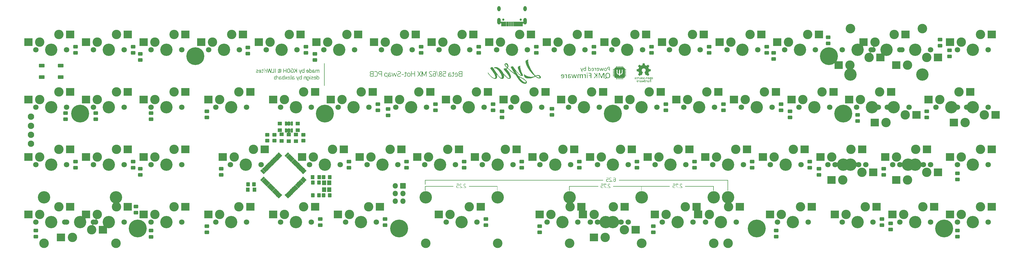
<source format=gbs>
G04 #@! TF.GenerationSoftware,KiCad,Pcbnew,(5.99.0-10161-g3a96736b1f)*
G04 #@! TF.CreationDate,2021-06-27T22:26:18+03:00*
G04 #@! TF.ProjectId,lyra_beta,6c797261-5f62-4657-9461-2e6b69636164,rev?*
G04 #@! TF.SameCoordinates,Original*
G04 #@! TF.FileFunction,Soldermask,Bot*
G04 #@! TF.FilePolarity,Negative*
%FSLAX46Y46*%
G04 Gerber Fmt 4.6, Leading zero omitted, Abs format (unit mm)*
G04 Created by KiCad (PCBNEW (5.99.0-10161-g3a96736b1f)) date 2021-06-27 22:26:18*
%MOMM*%
%LPD*%
G01*
G04 APERTURE LIST*
G04 Aperture macros list*
%AMRoundRect*
0 Rectangle with rounded corners*
0 $1 Rounding radius*
0 $2 $3 $4 $5 $6 $7 $8 $9 X,Y pos of 4 corners*
0 Add a 4 corners polygon primitive as box body*
4,1,4,$2,$3,$4,$5,$6,$7,$8,$9,$2,$3,0*
0 Add four circle primitives for the rounded corners*
1,1,$1+$1,$2,$3*
1,1,$1+$1,$4,$5*
1,1,$1+$1,$6,$7*
1,1,$1+$1,$8,$9*
0 Add four rect primitives between the rounded corners*
20,1,$1+$1,$2,$3,$4,$5,0*
20,1,$1+$1,$4,$5,$6,$7,0*
20,1,$1+$1,$6,$7,$8,$9,0*
20,1,$1+$1,$8,$9,$2,$3,0*%
G04 Aperture macros list end*
%ADD10C,1.803800*%
%ADD11C,4.089800*%
%ADD12C,3.102000*%
%ADD13RoundRect,0.051000X-1.275000X-1.250000X1.275000X-1.250000X1.275000X1.250000X-1.275000X1.250000X0*%
%ADD14C,0.902000*%
%ADD15C,3.152000*%
%ADD16C,4.102000*%
%ADD17C,5.902000*%
%ADD18C,0.702000*%
%ADD19RoundRect,0.051000X1.275000X1.250000X-1.275000X1.250000X-1.275000X-1.250000X1.275000X-1.250000X0*%
%ADD20RoundRect,0.051000X0.850000X0.500000X-0.850000X0.500000X-0.850000X-0.500000X0.850000X-0.500000X0*%
%ADD21C,2.102000*%
%ADD22RoundRect,0.051000X0.650000X-0.500000X0.650000X0.500000X-0.650000X0.500000X-0.650000X-0.500000X0*%
%ADD23C,0.752000*%
%ADD24RoundRect,0.051000X-0.300000X-0.725000X0.300000X-0.725000X0.300000X0.725000X-0.300000X0.725000X0*%
%ADD25RoundRect,0.051000X-0.150000X-0.725000X0.150000X-0.725000X0.150000X0.725000X-0.150000X0.725000X0*%
%ADD26O,1.102000X2.202000*%
%ADD27O,1.102000X1.702000*%
%ADD28RoundRect,0.051000X-0.650000X0.500000X-0.650000X-0.500000X0.650000X-0.500000X0.650000X0.500000X0*%
%ADD29RoundRect,0.051000X-0.300000X-0.600000X0.300000X-0.600000X0.300000X0.600000X-0.300000X0.600000X0*%
%ADD30RoundRect,0.272174X0.478826X-0.353826X0.478826X0.353826X-0.478826X0.353826X-0.478826X-0.353826X0*%
%ADD31RoundRect,0.051000X0.625000X-0.500000X0.625000X0.500000X-0.625000X0.500000X-0.625000X-0.500000X0*%
%ADD32RoundRect,0.051000X-0.500000X-0.650000X0.500000X-0.650000X0.500000X0.650000X-0.500000X0.650000X0*%
%ADD33RoundRect,0.051000X-0.500000X-0.625000X0.500000X-0.625000X0.500000X0.625000X-0.500000X0.625000X0*%
%ADD34RoundRect,0.051000X-0.625000X0.500000X-0.625000X-0.500000X0.625000X-0.500000X0.625000X0.500000X0*%
%ADD35RoundRect,0.051000X0.500000X0.625000X-0.500000X0.625000X-0.500000X-0.625000X0.500000X-0.625000X0*%
%ADD36RoundRect,0.051000X0.650000X-0.750000X0.650000X0.750000X-0.650000X0.750000X-0.650000X-0.750000X0*%
%ADD37RoundRect,0.051000X0.335876X0.724784X-0.724784X-0.335876X-0.335876X-0.724784X0.724784X0.335876X0*%
%ADD38RoundRect,0.051000X0.724784X-0.335876X-0.335876X0.724784X-0.724784X0.335876X0.335876X-0.724784X0*%
%ADD39RoundRect,0.272174X-0.478826X0.353826X-0.478826X-0.353826X0.478826X-0.353826X0.478826X0.353826X0*%
%ADD40RoundRect,0.051000X0.850000X0.850000X-0.850000X0.850000X-0.850000X-0.850000X0.850000X-0.850000X0*%
%ADD41O,1.802000X1.802000*%
G04 APERTURE END LIST*
G36*
X284611360Y-77188913D02*
G01*
X284595989Y-77263513D01*
X284568495Y-77323022D01*
X284528037Y-77369185D01*
X284473773Y-77403751D01*
X284444386Y-77416438D01*
X284415386Y-77424164D01*
X284381572Y-77426811D01*
X284334835Y-77425659D01*
X284305604Y-77423628D01*
X284251285Y-77415405D01*
X284213025Y-77402687D01*
X284187550Y-77387877D01*
X284158238Y-77366679D01*
X284136678Y-77346638D01*
X284128288Y-77332258D01*
X284130907Y-77327446D01*
X284145926Y-77311874D01*
X284169834Y-77291497D01*
X284211381Y-77258592D01*
X284250753Y-77285311D01*
X284261590Y-77292213D01*
X284298913Y-77307589D01*
X284344257Y-77311874D01*
X284394504Y-77306455D01*
X284442497Y-77285744D01*
X284476008Y-77249618D01*
X284494919Y-77198165D01*
X284501661Y-77163740D01*
X284104165Y-77163740D01*
X284109469Y-77070710D01*
X284110568Y-77057819D01*
X284231438Y-77057819D01*
X284501661Y-77057819D01*
X284494919Y-77023394D01*
X284484125Y-76988663D01*
X284454781Y-76946232D01*
X284412134Y-76919259D01*
X284358512Y-76909684D01*
X284322565Y-76916827D01*
X284283828Y-76940515D01*
X284253689Y-76975949D01*
X284237752Y-77018098D01*
X284231438Y-77057819D01*
X284110568Y-77057819D01*
X284113153Y-77027494D01*
X284121702Y-76976142D01*
X284133332Y-76940956D01*
X284171607Y-76883667D01*
X284221695Y-76839182D01*
X284278939Y-76810327D01*
X284340145Y-76796979D01*
X284402124Y-76799017D01*
X284461685Y-76816318D01*
X284515638Y-76848760D01*
X284560790Y-76896221D01*
X284593952Y-76958579D01*
X284605004Y-76994591D01*
X284613079Y-77045532D01*
X284613549Y-77057819D01*
X284615527Y-77109493D01*
X284611360Y-77188913D01*
G37*
G36*
X314337128Y-113441889D02*
G01*
X314188838Y-113441889D01*
X314188838Y-110010029D01*
X278228455Y-110010029D01*
X278228455Y-109861739D01*
X314337128Y-109861739D01*
X314337128Y-113441889D01*
G37*
G36*
X286437940Y-71128694D02*
G01*
X286749584Y-71131505D01*
X286807973Y-71441094D01*
X286818248Y-71494924D01*
X286836349Y-71586002D01*
X286851984Y-71659365D01*
X286864969Y-71714208D01*
X286875119Y-71749724D01*
X286882249Y-71765105D01*
X286890477Y-71770137D01*
X286916387Y-71782697D01*
X286955702Y-71800261D01*
X287004772Y-71821338D01*
X287059947Y-71844437D01*
X287117579Y-71868065D01*
X287174018Y-71890732D01*
X287225615Y-71910945D01*
X287268720Y-71927213D01*
X287299685Y-71938043D01*
X287314861Y-71941945D01*
X287316284Y-71941582D01*
X287332229Y-71933028D01*
X287362680Y-71914246D01*
X287405322Y-71886747D01*
X287457839Y-71852039D01*
X287517915Y-71811632D01*
X287583234Y-71767035D01*
X287599705Y-71755726D01*
X287663823Y-71712052D01*
X287722028Y-71672943D01*
X287772025Y-71639905D01*
X287811518Y-71614441D01*
X287838209Y-71598059D01*
X287849802Y-71592264D01*
X287850882Y-71592625D01*
X287864283Y-71602913D01*
X287890130Y-71625983D01*
X287926430Y-71659948D01*
X287971190Y-71702924D01*
X288022418Y-71753023D01*
X288078121Y-71808359D01*
X288121462Y-71851909D01*
X288179033Y-71910574D01*
X288223146Y-71956843D01*
X288254987Y-71992046D01*
X288275746Y-72017515D01*
X288286608Y-72034582D01*
X288288761Y-72044579D01*
X288288651Y-72044946D01*
X288280753Y-72059694D01*
X288262473Y-72089221D01*
X288235422Y-72131062D01*
X288201215Y-72182754D01*
X288161463Y-72241833D01*
X288117778Y-72305835D01*
X288114549Y-72310537D01*
X288071377Y-72374083D01*
X288032568Y-72432431D01*
X287999676Y-72483148D01*
X287974258Y-72523801D01*
X287957867Y-72551956D01*
X287952058Y-72565181D01*
X287952082Y-72565642D01*
X287956724Y-72581393D01*
X287968359Y-72612722D01*
X287985502Y-72656112D01*
X288006665Y-72708047D01*
X288030360Y-72765008D01*
X288055100Y-72823478D01*
X288079399Y-72879941D01*
X288101768Y-72930879D01*
X288120721Y-72972775D01*
X288134769Y-73002112D01*
X288142427Y-73015373D01*
X288154598Y-73019569D01*
X288184864Y-73026931D01*
X288230386Y-73036840D01*
X288288349Y-73048705D01*
X288355941Y-73061933D01*
X288430346Y-73075933D01*
X288502478Y-73089294D01*
X288572238Y-73102314D01*
X288633204Y-73113793D01*
X288682365Y-73123160D01*
X288716710Y-73129846D01*
X288733229Y-73133280D01*
X288757062Y-73139123D01*
X288757062Y-73773845D01*
X288733229Y-73779648D01*
X288719147Y-73782609D01*
X288686420Y-73789060D01*
X288638649Y-73798275D01*
X288578879Y-73809672D01*
X288510151Y-73822668D01*
X288435508Y-73836679D01*
X288409895Y-73841505D01*
X288322583Y-73858595D01*
X288252158Y-73873483D01*
X288199635Y-73885934D01*
X288166029Y-73895710D01*
X288152357Y-73902576D01*
X288149663Y-73907404D01*
X288138485Y-73931398D01*
X288122302Y-73969273D01*
X288102416Y-74017678D01*
X288080126Y-74073266D01*
X288056735Y-74132685D01*
X288033543Y-74192587D01*
X288011851Y-74249623D01*
X287992960Y-74300442D01*
X287978170Y-74341696D01*
X287968784Y-74370034D01*
X287966101Y-74382109D01*
X287971995Y-74391928D01*
X287988509Y-74417200D01*
X288013933Y-74455247D01*
X288046624Y-74503628D01*
X288084939Y-74559901D01*
X288127234Y-74621622D01*
X288165122Y-74677100D01*
X288204099Y-74734990D01*
X288237627Y-74785662D01*
X288264044Y-74826571D01*
X288281688Y-74855176D01*
X288288896Y-74868933D01*
X288288883Y-74872400D01*
X288282372Y-74885943D01*
X288265862Y-74907931D01*
X288238269Y-74939576D01*
X288198505Y-74982095D01*
X288145484Y-75036701D01*
X288078121Y-75104609D01*
X288065647Y-75117073D01*
X288010719Y-75171432D01*
X287960671Y-75220138D01*
X287917501Y-75261306D01*
X287883208Y-75293047D01*
X287859789Y-75313476D01*
X287849244Y-75320704D01*
X287839572Y-75316180D01*
X287814386Y-75301033D01*
X287776457Y-75276780D01*
X287728246Y-75245023D01*
X287672215Y-75207366D01*
X287610824Y-75165413D01*
X287557569Y-75129041D01*
X287499404Y-75090063D01*
X287448188Y-75056539D01*
X287406522Y-75030142D01*
X287377007Y-75012548D01*
X287362244Y-75005429D01*
X287357321Y-75005171D01*
X287330886Y-75011761D01*
X287290183Y-75028894D01*
X287237713Y-75055562D01*
X287203712Y-75073270D01*
X287164962Y-75091660D01*
X287135509Y-75103558D01*
X287119912Y-75106976D01*
X287118956Y-75106223D01*
X287110434Y-75091644D01*
X287095115Y-75060235D01*
X287073942Y-75014237D01*
X287047861Y-74955885D01*
X287017814Y-74887419D01*
X286984746Y-74811076D01*
X286949602Y-74729094D01*
X286913324Y-74643712D01*
X286876856Y-74557167D01*
X286841144Y-74471698D01*
X286807131Y-74389542D01*
X286775760Y-74312938D01*
X286747976Y-74244123D01*
X286724724Y-74185335D01*
X286706946Y-74138814D01*
X286695587Y-74106796D01*
X286691591Y-74091519D01*
X286693188Y-74087010D01*
X286707816Y-74069931D01*
X286734443Y-74046580D01*
X286769043Y-74020641D01*
X286772515Y-74018194D01*
X286819406Y-73981935D01*
X286868385Y-73939387D01*
X286909389Y-73899252D01*
X286963920Y-73832698D01*
X287020062Y-73737755D01*
X287058019Y-73637415D01*
X287078299Y-73533860D01*
X287081410Y-73429268D01*
X287067859Y-73325819D01*
X287038154Y-73225692D01*
X286992805Y-73131067D01*
X286932317Y-73044122D01*
X286857201Y-72967038D01*
X286767962Y-72901994D01*
X286665110Y-72851168D01*
X286621584Y-72835372D01*
X286578020Y-72823786D01*
X286531069Y-72816832D01*
X286471846Y-72812744D01*
X286452392Y-72811953D01*
X286365982Y-72812867D01*
X286290398Y-72822863D01*
X286218116Y-72843377D01*
X286141615Y-72875848D01*
X286060273Y-72923297D01*
X285974812Y-72993930D01*
X285902244Y-73077849D01*
X285846309Y-73171313D01*
X285822800Y-73223493D01*
X285800144Y-73286915D01*
X285787005Y-73348277D01*
X285781919Y-73415119D01*
X285783420Y-73494978D01*
X285785045Y-73522418D01*
X285795274Y-73607013D01*
X285814376Y-73680466D01*
X285844637Y-73749918D01*
X285888344Y-73822509D01*
X285911506Y-73855365D01*
X285965063Y-73918494D01*
X286028162Y-73975512D01*
X286106374Y-74031766D01*
X286111572Y-74035219D01*
X286142509Y-74057329D01*
X286164341Y-74075581D01*
X286172623Y-74086316D01*
X286172176Y-74088126D01*
X286165695Y-74105894D01*
X286152092Y-74140721D01*
X286132127Y-74190735D01*
X286106559Y-74254059D01*
X286076146Y-74328821D01*
X286041647Y-74413145D01*
X286003822Y-74505159D01*
X285963428Y-74602988D01*
X285925778Y-74693682D01*
X285878318Y-74806911D01*
X285838139Y-74901281D01*
X285805007Y-74977317D01*
X285778689Y-75035541D01*
X285758953Y-75076474D01*
X285745566Y-75100640D01*
X285738296Y-75108560D01*
X285728446Y-75105914D01*
X285702252Y-75094978D01*
X285665560Y-75077528D01*
X285623019Y-75055697D01*
X285591582Y-75039494D01*
X285552147Y-75020615D01*
X285521639Y-75007716D01*
X285504859Y-75002940D01*
X285492550Y-75008128D01*
X285464977Y-75023936D01*
X285424906Y-75048795D01*
X285374836Y-75081116D01*
X285317269Y-75119310D01*
X285254707Y-75161791D01*
X285195356Y-75202171D01*
X285137769Y-75240599D01*
X285087680Y-75273248D01*
X285047558Y-75298533D01*
X285019874Y-75314870D01*
X285007096Y-75320673D01*
X284994827Y-75313814D01*
X284970489Y-75293865D01*
X284936525Y-75263129D01*
X284895202Y-75223919D01*
X284848787Y-75178546D01*
X284799546Y-75129322D01*
X284749748Y-75078558D01*
X284701659Y-75028565D01*
X284657545Y-74981656D01*
X284619674Y-74940142D01*
X284590313Y-74906334D01*
X284571728Y-74882545D01*
X284566187Y-74871085D01*
X284573037Y-74859235D01*
X284590439Y-74832089D01*
X284616665Y-74792349D01*
X284650062Y-74742496D01*
X284688975Y-74685015D01*
X284731753Y-74622388D01*
X284772176Y-74562782D01*
X284810689Y-74504575D01*
X284843409Y-74453635D01*
X284868747Y-74412485D01*
X284885115Y-74383646D01*
X284890923Y-74369640D01*
X284890665Y-74367048D01*
X284884819Y-74345865D01*
X284872334Y-74310001D01*
X284854630Y-74262904D01*
X284833127Y-74208019D01*
X284809246Y-74148795D01*
X284784407Y-74088677D01*
X284760029Y-74031114D01*
X284737532Y-73979552D01*
X284718336Y-73937437D01*
X284703863Y-73908217D01*
X284695530Y-73895340D01*
X284682102Y-73890675D01*
X284650503Y-73882829D01*
X284603756Y-73872513D01*
X284544763Y-73860345D01*
X284476427Y-73846939D01*
X284401649Y-73832914D01*
X284328884Y-73819294D01*
X284260589Y-73805970D01*
X284201653Y-73793916D01*
X284154952Y-73783737D01*
X284123359Y-73776041D01*
X284109752Y-73771432D01*
X284107078Y-73767288D01*
X284103536Y-73752017D01*
X284100806Y-73724523D01*
X284098814Y-73683013D01*
X284097485Y-73625698D01*
X284096742Y-73550785D01*
X284096511Y-73456484D01*
X284096602Y-73394306D01*
X284097147Y-73312572D01*
X284098250Y-73249088D01*
X284099987Y-73202059D01*
X284102432Y-73169695D01*
X284105662Y-73150202D01*
X284109752Y-73141788D01*
X284123229Y-73137312D01*
X284154745Y-73129768D01*
X284201413Y-73119762D01*
X284260369Y-73107889D01*
X284328748Y-73094742D01*
X284403684Y-73080915D01*
X284477277Y-73067284D01*
X284546884Y-73053755D01*
X284607523Y-73041319D01*
X284656216Y-73030608D01*
X284689989Y-73022252D01*
X284705864Y-73016882D01*
X284715675Y-73005308D01*
X284733389Y-72974744D01*
X284757154Y-72927268D01*
X284786196Y-72864441D01*
X284819737Y-72787822D01*
X284832086Y-72758900D01*
X284857701Y-72698372D01*
X284879710Y-72645633D01*
X284896915Y-72603597D01*
X284908116Y-72575178D01*
X284912115Y-72563291D01*
X284911950Y-72562664D01*
X284904331Y-72549319D01*
X284886442Y-72521219D01*
X284859804Y-72480659D01*
X284825935Y-72429931D01*
X284786354Y-72371332D01*
X284742579Y-72307155D01*
X284736173Y-72297802D01*
X284692443Y-72233657D01*
X284652759Y-72174950D01*
X284618718Y-72124080D01*
X284591916Y-72083447D01*
X284573951Y-72055451D01*
X284566420Y-72042491D01*
X284566140Y-72040899D01*
X284571067Y-72028758D01*
X284586708Y-72007407D01*
X284614008Y-71975788D01*
X284653915Y-71932842D01*
X284707373Y-71877512D01*
X284775329Y-71808739D01*
X284787532Y-71796509D01*
X284842579Y-71742005D01*
X284892950Y-71693179D01*
X284936615Y-71651922D01*
X284971546Y-71620127D01*
X284995716Y-71599687D01*
X285007096Y-71592494D01*
X285008590Y-71592843D01*
X285024945Y-71601349D01*
X285055787Y-71620098D01*
X285098777Y-71647577D01*
X285151576Y-71682274D01*
X285211844Y-71722674D01*
X285277242Y-71767265D01*
X285293265Y-71778259D01*
X285357514Y-71821946D01*
X285415969Y-71861072D01*
X285466311Y-71894130D01*
X285506221Y-71919611D01*
X285533382Y-71936005D01*
X285545474Y-71941805D01*
X285559179Y-71937992D01*
X285588875Y-71927343D01*
X285630942Y-71911309D01*
X285681813Y-71891340D01*
X285737918Y-71868887D01*
X285795689Y-71845402D01*
X285851557Y-71822335D01*
X285901954Y-71801136D01*
X285943310Y-71783257D01*
X285972058Y-71770150D01*
X285984628Y-71763263D01*
X285985359Y-71761948D01*
X285990344Y-71744647D01*
X285998406Y-71709886D01*
X286008983Y-71660346D01*
X286021516Y-71598703D01*
X286035443Y-71527638D01*
X286050205Y-71449830D01*
X286054108Y-71429024D01*
X286068757Y-71352643D01*
X286082478Y-71283657D01*
X286094703Y-71224758D01*
X286104861Y-71178634D01*
X286112385Y-71147976D01*
X286116704Y-71135474D01*
X286117430Y-71135042D01*
X286133510Y-71132678D01*
X286167858Y-71130766D01*
X286217974Y-71129358D01*
X286281359Y-71128509D01*
X286355514Y-71128270D01*
X286437940Y-71128694D01*
G37*
G36*
X277148922Y-110120142D02*
G01*
X277146244Y-110153062D01*
X277142893Y-110177912D01*
X277138746Y-110197016D01*
X277133677Y-110212693D01*
X277131026Y-110219429D01*
X277093216Y-110285373D01*
X277038794Y-110342855D01*
X276971380Y-110388741D01*
X276894591Y-110419895D01*
X276860406Y-110426254D01*
X276806956Y-110430167D01*
X276744365Y-110430049D01*
X276732662Y-110429610D01*
X276683029Y-110426463D01*
X276645339Y-110420640D01*
X276611868Y-110410519D01*
X276574891Y-110394479D01*
X276503509Y-110351960D01*
X276442370Y-110293659D01*
X276397206Y-110221872D01*
X276390291Y-110206956D01*
X276381916Y-110185932D01*
X276376157Y-110164249D01*
X276372527Y-110137805D01*
X276370537Y-110102493D01*
X276369701Y-110054208D01*
X276369531Y-109988844D01*
X276369583Y-109947220D01*
X276369692Y-109935856D01*
X276493210Y-109935856D01*
X276493529Y-110019808D01*
X276500998Y-110099839D01*
X276517126Y-110163945D01*
X276543585Y-110214514D01*
X276582085Y-110254804D01*
X276634335Y-110288069D01*
X276639341Y-110290523D01*
X276688595Y-110306117D01*
X276750848Y-110314146D01*
X276773151Y-110315136D01*
X276812099Y-110314047D01*
X276844080Y-110307091D01*
X276878705Y-110292653D01*
X276898182Y-110282166D01*
X276947767Y-110244155D01*
X276987268Y-110197361D01*
X277011248Y-110147727D01*
X277011825Y-110145545D01*
X277015546Y-110118613D01*
X277018116Y-110076560D01*
X277019308Y-110024714D01*
X277018893Y-109968404D01*
X277015652Y-109826154D01*
X276915027Y-109774967D01*
X276886877Y-109761138D01*
X276802609Y-109726903D01*
X276729228Y-109709482D01*
X276665294Y-109708803D01*
X276609371Y-109724795D01*
X276560019Y-109757387D01*
X276541692Y-109776106D01*
X276516589Y-109816777D01*
X276500663Y-109869103D01*
X276493210Y-109935856D01*
X276369692Y-109935856D01*
X276370109Y-109892530D01*
X276371601Y-109852436D01*
X276374542Y-109822825D01*
X276379416Y-109799584D01*
X276386704Y-109778597D01*
X276396890Y-109755752D01*
X276409632Y-109731446D01*
X276434533Y-109692593D01*
X276458919Y-109662762D01*
X276506649Y-109624566D01*
X276574463Y-109594094D01*
X276651474Y-109581815D01*
X276736739Y-109587746D01*
X276829317Y-109611905D01*
X276928267Y-109654307D01*
X277020948Y-109701211D01*
X277020948Y-109535903D01*
X277020679Y-109491460D01*
X277018351Y-109424389D01*
X277012708Y-109372624D01*
X277002642Y-109332403D01*
X276987047Y-109299963D01*
X276964814Y-109271542D01*
X276934836Y-109243378D01*
X276879367Y-109207685D01*
X276810695Y-109185167D01*
X276736134Y-109178564D01*
X276659749Y-109187781D01*
X276585604Y-109212719D01*
X276517763Y-109253283D01*
X276471386Y-109288683D01*
X276433863Y-109238910D01*
X276396339Y-109189136D01*
X276428409Y-109161503D01*
X276456128Y-109140837D01*
X276510465Y-109109917D01*
X276571310Y-109083635D01*
X276629852Y-109066163D01*
X276665124Y-109060748D01*
X276731893Y-109057897D01*
X276803472Y-109061778D01*
X276871391Y-109071786D01*
X276927177Y-109087320D01*
X276952705Y-109098629D01*
X277014439Y-109137220D01*
X277069429Y-109186515D01*
X277110476Y-109240497D01*
X277117831Y-109253868D01*
X277129007Y-109278847D01*
X277138032Y-109307456D01*
X277145087Y-109341890D01*
X277150352Y-109384340D01*
X277154009Y-109436999D01*
X277156240Y-109502061D01*
X277157225Y-109581716D01*
X277157146Y-109678160D01*
X277156183Y-109793583D01*
X277155414Y-109861337D01*
X277154175Y-109949750D01*
X277152764Y-110020808D01*
X277152645Y-110024714D01*
X277151054Y-110076831D01*
X277148922Y-110120142D01*
G37*
G36*
X176194176Y-76528211D02*
G01*
X176024701Y-76528211D01*
X176024701Y-75543140D01*
X176194176Y-75543140D01*
X176194176Y-76528211D01*
G37*
G36*
X164916185Y-76526046D02*
G01*
X164844700Y-76522915D01*
X164826242Y-76435079D01*
X164740129Y-76476399D01*
X164733977Y-76479302D01*
X164683210Y-76500374D01*
X164632270Y-76517310D01*
X164590464Y-76526965D01*
X164529148Y-76532168D01*
X164443298Y-76525443D01*
X164367090Y-76501909D01*
X164302202Y-76462405D01*
X164250315Y-76407766D01*
X164213107Y-76338831D01*
X164204651Y-76314439D01*
X164198149Y-76287987D01*
X164193387Y-76256124D01*
X164189927Y-76214906D01*
X164187327Y-76160392D01*
X164185147Y-76088636D01*
X164184413Y-76035675D01*
X164357437Y-76035675D01*
X164357447Y-76052788D01*
X164358022Y-76133299D01*
X164360056Y-76195984D01*
X164364341Y-76243670D01*
X164371672Y-76279185D01*
X164382841Y-76305357D01*
X164398642Y-76325013D01*
X164419867Y-76340981D01*
X164447309Y-76356088D01*
X164461385Y-76362488D01*
X164499249Y-76374677D01*
X164531804Y-76379166D01*
X164578455Y-76373271D01*
X164637427Y-76357970D01*
X164701034Y-76335356D01*
X164762587Y-76307507D01*
X164828788Y-76273694D01*
X164828788Y-75822751D01*
X164751995Y-75779349D01*
X164699274Y-75751477D01*
X164620812Y-75719029D01*
X164552244Y-75703507D01*
X164492147Y-75704650D01*
X164439104Y-75722198D01*
X164437511Y-75723020D01*
X164412757Y-75737222D01*
X164393682Y-75752905D01*
X164379553Y-75772883D01*
X164369636Y-75799969D01*
X164363200Y-75836978D01*
X164359510Y-75886723D01*
X164357833Y-75952017D01*
X164357437Y-76035675D01*
X164184413Y-76035675D01*
X164183884Y-75997448D01*
X164186106Y-75900625D01*
X164192958Y-75820512D01*
X164204885Y-75754821D01*
X164222328Y-75701260D01*
X164245730Y-75657542D01*
X164275535Y-75621375D01*
X164310653Y-75591152D01*
X164355869Y-75566417D01*
X164410247Y-75551763D01*
X164479379Y-75545097D01*
X164512489Y-75544603D01*
X164595739Y-75553093D01*
X164677034Y-75577055D01*
X164762427Y-75618051D01*
X164787759Y-75631895D01*
X164811895Y-75644287D01*
X164823332Y-75649061D01*
X164824621Y-75641399D01*
X164825970Y-75615176D01*
X164827118Y-75573012D01*
X164828008Y-75517716D01*
X164828584Y-75452097D01*
X164828788Y-75378961D01*
X164828788Y-75108861D01*
X164987671Y-75108861D01*
X164987671Y-76529178D01*
X164916185Y-76526046D01*
G37*
G36*
X275099973Y-111146194D02*
G01*
X275187782Y-111169095D01*
X275268582Y-111203148D01*
X275335965Y-111246509D01*
X275361550Y-111267227D01*
X275331065Y-111308582D01*
X275320764Y-111322610D01*
X275305806Y-111343234D01*
X275299424Y-111352429D01*
X275296447Y-111351664D01*
X275278716Y-111343800D01*
X275248658Y-111329267D01*
X275210465Y-111310060D01*
X275179433Y-111294353D01*
X275148458Y-111280140D01*
X275121890Y-111271512D01*
X275093329Y-111267075D01*
X275056380Y-111265436D01*
X275004644Y-111265200D01*
X274984028Y-111265231D01*
X274937421Y-111265970D01*
X274904335Y-111268476D01*
X274879102Y-111273772D01*
X274856051Y-111282882D01*
X274829513Y-111296831D01*
X274801237Y-111314325D01*
X274754875Y-111356900D01*
X274726357Y-111408742D01*
X274713843Y-111472651D01*
X274713584Y-111476371D01*
X274713235Y-111518031D01*
X274720363Y-111552687D01*
X274737350Y-111592485D01*
X274762279Y-111632131D01*
X274801494Y-111679681D01*
X274849851Y-111729234D01*
X274902819Y-111776162D01*
X274955870Y-111815832D01*
X275019042Y-111859004D01*
X275115163Y-111929787D01*
X275193812Y-111996005D01*
X275256426Y-112059672D01*
X275304437Y-112122803D01*
X275339282Y-112187413D01*
X275362395Y-112255518D01*
X275375211Y-112329131D01*
X275379164Y-112410269D01*
X275379164Y-112509779D01*
X274584752Y-112509779D01*
X274584752Y-112393265D01*
X275244312Y-112393265D01*
X275239141Y-112321001D01*
X275238485Y-112312985D01*
X275229483Y-112261081D01*
X275211369Y-112212044D01*
X275182488Y-112163853D01*
X275141181Y-112114487D01*
X275085792Y-112061924D01*
X275014664Y-112004142D01*
X274926140Y-111939121D01*
X274915492Y-111931529D01*
X274810534Y-111850872D01*
X274725705Y-111773584D01*
X274660448Y-111698795D01*
X274614204Y-111625639D01*
X274586413Y-111553245D01*
X274576518Y-111480746D01*
X274583959Y-111407274D01*
X274601257Y-111350985D01*
X274640171Y-111283001D01*
X274695855Y-111227235D01*
X274767701Y-111184127D01*
X274855103Y-111154114D01*
X274957454Y-111137635D01*
X275011564Y-111136288D01*
X275099973Y-111146194D01*
G37*
G36*
X217989349Y-73766305D02*
G01*
X217995017Y-73783671D01*
X218007094Y-73820509D01*
X218024815Y-73874472D01*
X218047664Y-73943997D01*
X218075128Y-74027518D01*
X218106690Y-74123471D01*
X218141837Y-74230291D01*
X218180054Y-74346414D01*
X218220826Y-74470275D01*
X218263639Y-74600311D01*
X218307978Y-74734956D01*
X218351613Y-74867521D01*
X218393456Y-74994772D01*
X218432886Y-75114822D01*
X218469436Y-75226235D01*
X218502635Y-75327576D01*
X218532014Y-75417409D01*
X218557104Y-75494301D01*
X218577436Y-75556814D01*
X218592539Y-75603515D01*
X218601945Y-75632969D01*
X218605185Y-75643739D01*
X218597393Y-75646349D01*
X218573667Y-75647629D01*
X218539568Y-75646919D01*
X218473950Y-75643765D01*
X218158250Y-74680444D01*
X218141987Y-74630809D01*
X218097562Y-74495105D01*
X218055220Y-74365594D01*
X218015414Y-74243671D01*
X217978595Y-74130727D01*
X217945217Y-74028158D01*
X217915733Y-73937355D01*
X217890594Y-73859713D01*
X217870253Y-73796624D01*
X217855164Y-73749483D01*
X217845779Y-73719681D01*
X217842550Y-73708614D01*
X217849246Y-73704798D01*
X217871977Y-73701409D01*
X217905239Y-73700104D01*
X217967928Y-73700104D01*
X217989349Y-73766305D01*
G37*
G36*
X285157770Y-76036565D02*
G01*
X285161023Y-76254594D01*
X285195615Y-76285481D01*
X285226388Y-76305581D01*
X285271400Y-76317023D01*
X285316861Y-76312504D01*
X285357213Y-76292803D01*
X285386901Y-76258696D01*
X285392749Y-76245237D01*
X285397866Y-76224524D01*
X285401682Y-76194974D01*
X285404476Y-76153500D01*
X285406523Y-76097016D01*
X285408101Y-76022435D01*
X285411559Y-75818536D01*
X285526453Y-75818536D01*
X285526220Y-76048915D01*
X285526006Y-76118028D01*
X285525293Y-76179825D01*
X285523862Y-76226307D01*
X285521488Y-76260603D01*
X285517944Y-76285842D01*
X285513001Y-76305153D01*
X285506433Y-76321663D01*
X285489739Y-76352024D01*
X285447830Y-76398038D01*
X285392407Y-76428023D01*
X285355797Y-76437804D01*
X285291644Y-76439824D01*
X285231591Y-76423022D01*
X285179704Y-76388161D01*
X285155727Y-76365635D01*
X285155727Y-76432881D01*
X285028621Y-76432881D01*
X285028621Y-75818536D01*
X285154516Y-75818536D01*
X285157770Y-76036565D01*
G37*
G36*
X178676102Y-73297198D02*
G01*
X178741269Y-73310490D01*
X178806864Y-73337992D01*
X178878235Y-73381614D01*
X178901829Y-73397530D01*
X178918625Y-73405028D01*
X178928593Y-73399145D01*
X178935320Y-73377402D01*
X178942397Y-73337322D01*
X178949098Y-73297602D01*
X179096428Y-73297602D01*
X179096428Y-74282673D01*
X178926953Y-74282673D01*
X178926953Y-73556290D01*
X178871345Y-73522671D01*
X178851604Y-73511214D01*
X178778566Y-73477366D01*
X178710832Y-73459227D01*
X178650295Y-73456690D01*
X178598851Y-73469650D01*
X178558393Y-73498002D01*
X178530816Y-73541639D01*
X178529931Y-73543923D01*
X178525344Y-73559183D01*
X178521694Y-73579359D01*
X178518881Y-73606775D01*
X178516805Y-73643756D01*
X178515366Y-73692623D01*
X178514462Y-73755703D01*
X178513993Y-73835317D01*
X178513859Y-73933791D01*
X178513859Y-74283564D01*
X178431770Y-74280470D01*
X178349681Y-74277377D01*
X178347972Y-73923970D01*
X178346264Y-73570564D01*
X178284419Y-73529374D01*
X178224020Y-73492588D01*
X178172302Y-73469668D01*
X178124167Y-73458962D01*
X178074324Y-73458689D01*
X178038622Y-73464477D01*
X177993051Y-73485416D01*
X177961497Y-73521798D01*
X177942452Y-73574955D01*
X177942241Y-73575988D01*
X177939225Y-73602333D01*
X177936580Y-73646989D01*
X177934384Y-73707261D01*
X177932718Y-73780456D01*
X177931660Y-73863879D01*
X177931290Y-73954837D01*
X177931290Y-74282673D01*
X177771455Y-74282673D01*
X177774579Y-73882819D01*
X177777704Y-73482965D01*
X177807835Y-73428606D01*
X177820705Y-73407322D01*
X177863825Y-73357340D01*
X177917856Y-73322845D01*
X177984930Y-73302746D01*
X178067180Y-73295953D01*
X178094414Y-73296212D01*
X178134519Y-73299892D01*
X178169850Y-73309732D01*
X178210982Y-73328095D01*
X178244182Y-73345734D01*
X178289145Y-73372682D01*
X178326020Y-73397985D01*
X178340806Y-73408985D01*
X178372740Y-73429370D01*
X178391325Y-73434635D01*
X178397345Y-73425076D01*
X178399312Y-73419438D01*
X178411722Y-73400404D01*
X178431770Y-73375645D01*
X178448209Y-73358555D01*
X178499141Y-73322591D01*
X178560841Y-73301886D01*
X178636334Y-73295248D01*
X178676102Y-73297198D01*
G37*
G36*
X238073576Y-113441889D02*
G01*
X237925285Y-113441889D01*
X237925285Y-112043724D01*
X228667737Y-112043724D01*
X228667737Y-111906025D01*
X238073576Y-111906025D01*
X238073576Y-113441889D01*
G37*
G36*
X213105057Y-73787044D02*
G01*
X213186997Y-73790137D01*
X213486617Y-74420083D01*
X213508088Y-74465202D01*
X213558649Y-74571252D01*
X213606347Y-74671028D01*
X213650406Y-74762920D01*
X213690049Y-74845321D01*
X213724501Y-74916621D01*
X213752984Y-74975212D01*
X213774722Y-75019487D01*
X213788939Y-75047836D01*
X213794858Y-75058650D01*
X213796958Y-75056744D01*
X213807511Y-75039334D01*
X213826050Y-75005183D01*
X213851802Y-74955824D01*
X213883993Y-74892787D01*
X213921849Y-74817604D01*
X213964596Y-74731808D01*
X214011460Y-74636931D01*
X214061667Y-74534503D01*
X214114445Y-74426057D01*
X214425409Y-73784841D01*
X214590757Y-73784841D01*
X214590757Y-75564324D01*
X214424706Y-75564324D01*
X214417715Y-75222727D01*
X214416077Y-75133609D01*
X214414343Y-75017429D01*
X214412866Y-74894551D01*
X214411719Y-74771945D01*
X214410975Y-74656579D01*
X214410708Y-74555421D01*
X214410650Y-74518963D01*
X214410138Y-74441236D01*
X214409152Y-74371906D01*
X214407762Y-74313532D01*
X214406036Y-74268670D01*
X214404045Y-74239878D01*
X214401859Y-74229712D01*
X214398671Y-74233924D01*
X214386717Y-74254988D01*
X214366911Y-74292229D01*
X214340122Y-74343939D01*
X214307220Y-74408414D01*
X214269074Y-74483944D01*
X214226553Y-74568824D01*
X214180528Y-74661347D01*
X214131866Y-74759806D01*
X213870704Y-75289901D01*
X213799774Y-75286766D01*
X213728843Y-75283632D01*
X213579879Y-74976408D01*
X213578725Y-74974028D01*
X213535338Y-74884610D01*
X213488711Y-74788620D01*
X213441340Y-74691188D01*
X213395718Y-74597439D01*
X213354339Y-74512502D01*
X213319697Y-74441504D01*
X213208480Y-74213824D01*
X213203184Y-74886426D01*
X213197887Y-75559028D01*
X213110502Y-75562104D01*
X213023117Y-75565181D01*
X213023117Y-73783950D01*
X213105057Y-73787044D01*
G37*
G36*
X271407103Y-112043724D02*
G01*
X261916528Y-112043724D01*
X261916528Y-113441889D01*
X261768238Y-113441889D01*
X261768238Y-111906025D01*
X271407103Y-111906025D01*
X271407103Y-112043724D01*
G37*
G36*
X170266477Y-72921712D02*
G01*
X170361936Y-72950014D01*
X170446717Y-72992590D01*
X170519070Y-73048272D01*
X170577241Y-73115890D01*
X170619480Y-73194274D01*
X170644035Y-73282255D01*
X170645915Y-73297121D01*
X170648971Y-73339582D01*
X170651315Y-73397072D01*
X170652945Y-73465569D01*
X170653860Y-73541049D01*
X170654059Y-73619490D01*
X170653540Y-73696871D01*
X170652301Y-73769170D01*
X170650342Y-73832363D01*
X170647661Y-73882429D01*
X170644256Y-73915345D01*
X170627110Y-73983993D01*
X170588259Y-74066929D01*
X170532464Y-74139413D01*
X170461323Y-74199856D01*
X170376435Y-74246668D01*
X170279398Y-74278258D01*
X170200601Y-74289710D01*
X170102375Y-74288907D01*
X170003063Y-74273744D01*
X169907647Y-74245390D01*
X169821107Y-74205011D01*
X169748426Y-74153776D01*
X169711774Y-74121596D01*
X169711774Y-73562406D01*
X170103684Y-73562406D01*
X170103684Y-73721288D01*
X169891303Y-73721288D01*
X169894220Y-73888115D01*
X169897137Y-74054941D01*
X169954675Y-74085774D01*
X169963143Y-74090229D01*
X169993662Y-74104038D01*
X170024450Y-74112822D01*
X170062480Y-74118138D01*
X170114720Y-74121543D01*
X170140348Y-74122570D01*
X170193194Y-74122470D01*
X170234291Y-74118087D01*
X170270183Y-74108890D01*
X170285362Y-74103238D01*
X170344520Y-74070110D01*
X170396799Y-74024287D01*
X170435054Y-73971714D01*
X170437438Y-73967204D01*
X170443546Y-73954364D01*
X170448344Y-73940358D01*
X170451991Y-73922684D01*
X170454643Y-73898839D01*
X170456460Y-73866322D01*
X170457599Y-73822629D01*
X170458216Y-73765259D01*
X170458471Y-73691710D01*
X170458521Y-73599478D01*
X170458523Y-73569737D01*
X170458428Y-73478825D01*
X170457842Y-73405843D01*
X170456324Y-73348262D01*
X170453431Y-73303554D01*
X170448723Y-73269190D01*
X170441757Y-73242640D01*
X170432092Y-73221377D01*
X170419287Y-73202872D01*
X170402900Y-73184596D01*
X170382490Y-73164019D01*
X170379318Y-73160874D01*
X170340863Y-73127741D01*
X170300975Y-73104703D01*
X170254801Y-73090190D01*
X170197493Y-73082633D01*
X170124197Y-73080462D01*
X170082785Y-73080581D01*
X170041500Y-73081710D01*
X170010889Y-73085032D01*
X169984937Y-73091726D01*
X169957627Y-73102974D01*
X169922946Y-73119956D01*
X169844176Y-73159450D01*
X169821578Y-73131923D01*
X169817956Y-73127370D01*
X169796766Y-73097343D01*
X169776520Y-73064432D01*
X169754059Y-73024468D01*
X169804413Y-72992384D01*
X169878133Y-72954471D01*
X169975936Y-72924489D01*
X170085779Y-72909597D01*
X170162092Y-72908854D01*
X170266477Y-72921712D01*
G37*
G36*
X274002183Y-111471747D02*
G01*
X273885669Y-111471747D01*
X273885669Y-111270496D01*
X273365226Y-111270496D01*
X273372398Y-111293095D01*
X273374842Y-111299700D01*
X273384763Y-111324998D01*
X273401451Y-111366881D01*
X273424159Y-111423490D01*
X273452137Y-111492968D01*
X273484637Y-111573458D01*
X273520912Y-111663102D01*
X273560212Y-111760043D01*
X273601789Y-111862424D01*
X273626489Y-111923199D01*
X273667547Y-112024249D01*
X273706263Y-112119566D01*
X273741832Y-112207166D01*
X273773448Y-112285064D01*
X273800307Y-112351276D01*
X273821602Y-112403818D01*
X273836529Y-112440704D01*
X273844282Y-112459951D01*
X273864558Y-112510748D01*
X273724014Y-112504482D01*
X273471188Y-111886195D01*
X273424577Y-111772075D01*
X273379234Y-111660649D01*
X273340929Y-111565900D01*
X273309091Y-111486295D01*
X273283145Y-111420303D01*
X273262519Y-111366395D01*
X273246638Y-111323038D01*
X273234930Y-111288702D01*
X273226822Y-111261856D01*
X273221740Y-111240968D01*
X273219112Y-111224508D01*
X273218363Y-111210945D01*
X273218363Y-111153982D01*
X274002183Y-111153982D01*
X274002183Y-111471747D01*
G37*
G36*
X271941881Y-72705389D02*
G01*
X271970650Y-72709914D01*
X271986511Y-72717681D01*
X271991094Y-72729058D01*
X272000896Y-72758786D01*
X272015038Y-72804298D01*
X272032801Y-72863203D01*
X272053463Y-72933108D01*
X272076303Y-73011621D01*
X272100601Y-73096351D01*
X272123263Y-73175709D01*
X272145847Y-73254324D01*
X272166101Y-73324353D01*
X272183339Y-73383438D01*
X272196871Y-73429218D01*
X272206009Y-73459334D01*
X272210064Y-73471427D01*
X272213890Y-73464423D01*
X272222842Y-73439246D01*
X272236199Y-73398013D01*
X272253279Y-73342928D01*
X272273398Y-73276195D01*
X272295875Y-73200014D01*
X272320027Y-73116590D01*
X272342125Y-73039807D01*
X272365337Y-72959712D01*
X272386408Y-72887575D01*
X272404607Y-72825880D01*
X272419200Y-72777109D01*
X272429454Y-72743746D01*
X272434636Y-72728273D01*
X272441170Y-72716655D01*
X272453274Y-72708756D01*
X272475508Y-72705242D01*
X272513384Y-72704441D01*
X272527993Y-72704550D01*
X272562111Y-72706679D01*
X272581719Y-72712428D01*
X272591811Y-72722977D01*
X272596227Y-72735656D01*
X272605565Y-72766794D01*
X272618996Y-72813698D01*
X272635839Y-72873926D01*
X272655413Y-72945038D01*
X272677033Y-73024593D01*
X272700020Y-73110150D01*
X272722471Y-73193099D01*
X272743843Y-73269930D01*
X272763101Y-73337026D01*
X272779601Y-73392232D01*
X272792700Y-73433397D01*
X272801753Y-73458366D01*
X272806117Y-73464987D01*
X272809601Y-73455423D01*
X272818576Y-73427252D01*
X272832085Y-73383172D01*
X272849399Y-73325614D01*
X272869788Y-73257005D01*
X272892522Y-73179774D01*
X272916871Y-73096351D01*
X272937011Y-73027332D01*
X272960255Y-72948369D01*
X272981364Y-72877406D01*
X272999591Y-72816913D01*
X273014191Y-72769364D01*
X273024418Y-72737228D01*
X273029528Y-72722977D01*
X273033384Y-72717292D01*
X273046655Y-72709425D01*
X273071301Y-72705505D01*
X273112189Y-72704441D01*
X273113157Y-72704442D01*
X273150458Y-72705904D01*
X273178665Y-72709618D01*
X273191737Y-72714798D01*
X273191874Y-72715757D01*
X273188817Y-72731706D01*
X273180290Y-72764829D01*
X273167048Y-72812647D01*
X273149844Y-72872684D01*
X273129432Y-72942464D01*
X273106565Y-73019507D01*
X273081999Y-73101338D01*
X273056487Y-73185479D01*
X273030782Y-73269453D01*
X273005640Y-73350782D01*
X272981812Y-73426989D01*
X272960055Y-73495597D01*
X272941120Y-73554129D01*
X272925764Y-73600108D01*
X272914738Y-73631055D01*
X272908797Y-73644495D01*
X272901534Y-73648910D01*
X272876008Y-73654510D01*
X272839536Y-73657546D01*
X272798504Y-73658026D01*
X272759298Y-73655959D01*
X272728305Y-73651354D01*
X272711909Y-73644221D01*
X272709480Y-73639099D01*
X272701401Y-73615417D01*
X272689117Y-73575232D01*
X272673364Y-73521096D01*
X272654880Y-73455558D01*
X272634399Y-73381169D01*
X272612660Y-73300480D01*
X272599398Y-73251090D01*
X272578781Y-73175777D01*
X272560080Y-73109235D01*
X272543981Y-73053811D01*
X272531171Y-73011849D01*
X272522336Y-72985695D01*
X272518163Y-72977693D01*
X272516521Y-72981440D01*
X272509369Y-73002808D01*
X272497570Y-73040742D01*
X272481872Y-73092745D01*
X272463025Y-73156319D01*
X272441781Y-73228968D01*
X272418889Y-73308194D01*
X272406964Y-73349509D01*
X272384525Y-73426189D01*
X272363913Y-73495273D01*
X272345913Y-73554204D01*
X272331313Y-73600423D01*
X272320900Y-73631373D01*
X272315461Y-73644495D01*
X272303370Y-73650801D01*
X272269967Y-73655979D01*
X272217404Y-73657735D01*
X272174766Y-73656655D01*
X272137000Y-73652217D01*
X272119021Y-73644495D01*
X272118597Y-73643891D01*
X272111934Y-73628182D01*
X272100229Y-73595203D01*
X272084249Y-73547449D01*
X272064757Y-73487419D01*
X272042519Y-73417609D01*
X272018299Y-73340516D01*
X271992863Y-73258637D01*
X271966974Y-73174470D01*
X271941399Y-73090510D01*
X271916901Y-73009256D01*
X271894245Y-72933205D01*
X271874196Y-72864852D01*
X271857520Y-72806696D01*
X271844980Y-72761234D01*
X271837341Y-72730962D01*
X271835369Y-72718377D01*
X271846844Y-72710942D01*
X271873106Y-72705935D01*
X271907075Y-72704073D01*
X271941881Y-72705389D01*
G37*
G36*
X217713532Y-74988065D02*
G01*
X217711834Y-75074929D01*
X217709620Y-75142427D01*
X217706905Y-75189956D01*
X217703700Y-75216909D01*
X217689848Y-75267306D01*
X217650798Y-75350074D01*
X217594898Y-75422280D01*
X217523947Y-75482216D01*
X217439747Y-75528171D01*
X217344095Y-75558438D01*
X217316583Y-75563784D01*
X217210845Y-75573062D01*
X217108146Y-75564992D01*
X217010989Y-75540619D01*
X216921878Y-75500990D01*
X216843317Y-75447151D01*
X216777808Y-75380146D01*
X216727856Y-75301021D01*
X216693574Y-75230671D01*
X216689726Y-75029420D01*
X216689192Y-74992347D01*
X216862775Y-74992347D01*
X216862893Y-75055045D01*
X216863521Y-75109066D01*
X216865012Y-75148604D01*
X216867721Y-75177215D01*
X216871999Y-75198454D01*
X216878201Y-75215876D01*
X216886679Y-75233038D01*
X216912851Y-75274022D01*
X216969845Y-75333942D01*
X217040548Y-75380839D01*
X217061204Y-75390713D01*
X217095160Y-75402475D01*
X217133997Y-75409087D01*
X217185836Y-75412307D01*
X217198466Y-75412652D01*
X217242661Y-75412500D01*
X217279605Y-75410416D01*
X217302350Y-75406732D01*
X217333949Y-75394874D01*
X217408900Y-75352652D01*
X217470385Y-75296032D01*
X217515807Y-75227202D01*
X217523415Y-75210810D01*
X217530045Y-75192250D01*
X217534669Y-75170694D01*
X217537655Y-75142503D01*
X217539365Y-75104042D01*
X217540165Y-75051672D01*
X217540419Y-74981755D01*
X217540673Y-74785800D01*
X217440048Y-74730220D01*
X217370094Y-74693416D01*
X217300290Y-74662199D01*
X217237975Y-74641766D01*
X217178442Y-74630616D01*
X217116987Y-74627250D01*
X217091812Y-74627845D01*
X217022237Y-74638017D01*
X216966252Y-74662146D01*
X216920732Y-74701994D01*
X216882550Y-74759320D01*
X216879989Y-74764338D01*
X216873523Y-74780655D01*
X216868882Y-74801097D01*
X216865776Y-74829077D01*
X216863916Y-74868004D01*
X216863012Y-74921291D01*
X216862775Y-74992347D01*
X216689192Y-74992347D01*
X216688899Y-74972009D01*
X216689231Y-74894307D01*
X216692029Y-74831813D01*
X216697765Y-74780878D01*
X216706909Y-74737856D01*
X216719932Y-74699100D01*
X216737306Y-74660962D01*
X216743763Y-74648639D01*
X216792914Y-74577810D01*
X216854607Y-74523641D01*
X216929689Y-74485538D01*
X217019009Y-74462903D01*
X217083931Y-74457379D01*
X217164115Y-74463154D01*
X217249569Y-74483085D01*
X217343084Y-74517855D01*
X217447447Y-74568151D01*
X217547494Y-74620821D01*
X217544084Y-74401434D01*
X217543605Y-74371475D01*
X217542295Y-74304257D01*
X217540664Y-74253579D01*
X217538349Y-74216059D01*
X217534988Y-74188315D01*
X217530220Y-74166962D01*
X217523681Y-74148619D01*
X217515009Y-74129903D01*
X217494372Y-74093460D01*
X217441060Y-74029782D01*
X217374135Y-73981539D01*
X217295137Y-73949700D01*
X217205604Y-73935233D01*
X217203232Y-73935099D01*
X217114634Y-73936746D01*
X217033831Y-73953068D01*
X216955501Y-73985687D01*
X216874319Y-74036226D01*
X216822309Y-74073232D01*
X216802912Y-74048198D01*
X216797628Y-74041278D01*
X216776925Y-74013270D01*
X216754731Y-73982329D01*
X216725947Y-73941494D01*
X216762584Y-73911045D01*
X216769411Y-73905626D01*
X216811538Y-73877882D01*
X216865330Y-73848583D01*
X216923601Y-73821166D01*
X216979163Y-73799066D01*
X217024827Y-73785716D01*
X217031231Y-73784477D01*
X217089502Y-73777416D01*
X217158072Y-73774654D01*
X217229157Y-73776068D01*
X217294971Y-73781531D01*
X217347729Y-73790917D01*
X217375045Y-73798914D01*
X217423472Y-73816203D01*
X217464896Y-73834363D01*
X217472028Y-73838126D01*
X217523291Y-73872117D01*
X217575765Y-73916846D01*
X217622572Y-73965916D01*
X217656834Y-74012926D01*
X217668275Y-74033086D01*
X217679442Y-74055434D01*
X217688696Y-74078887D01*
X217696218Y-74105453D01*
X217702184Y-74137139D01*
X217706775Y-74175955D01*
X217710169Y-74223906D01*
X217712545Y-74283003D01*
X217714081Y-74355251D01*
X217714957Y-74442660D01*
X217715352Y-74547237D01*
X217715444Y-74670991D01*
X217715331Y-74758659D01*
X217715193Y-74785800D01*
X217714702Y-74882440D01*
X217713532Y-74988065D01*
G37*
G36*
X159908730Y-73800729D02*
G01*
X159908730Y-74044349D01*
X159875907Y-74102606D01*
X159873198Y-74107323D01*
X159823193Y-74172154D01*
X159757419Y-74223297D01*
X159676626Y-74260292D01*
X159581568Y-74282680D01*
X159518905Y-74287546D01*
X159427971Y-74281291D01*
X159338895Y-74261001D01*
X159257322Y-74228096D01*
X159188897Y-74183995D01*
X159157555Y-74158267D01*
X159210081Y-74100307D01*
X159262608Y-74042346D01*
X159296407Y-74067960D01*
X159315036Y-74080804D01*
X159382388Y-74112540D01*
X159458459Y-74130623D01*
X159536726Y-74133945D01*
X159610666Y-74121396D01*
X159634429Y-74112274D01*
X159683930Y-74078474D01*
X159722049Y-74030788D01*
X159744597Y-73973831D01*
X159748679Y-73952573D01*
X159753308Y-73914344D01*
X159753520Y-73885467D01*
X159749847Y-73853690D01*
X159438651Y-73850880D01*
X159127454Y-73848070D01*
X159131810Y-73721288D01*
X159299681Y-73721288D01*
X159521491Y-73721288D01*
X159528908Y-73721283D01*
X159599612Y-73720727D01*
X159659657Y-73719324D01*
X159706413Y-73717191D01*
X159737249Y-73714445D01*
X159749535Y-73711201D01*
X159751109Y-73704645D01*
X159750625Y-73680431D01*
X159746672Y-73646403D01*
X159740347Y-73609521D01*
X159732745Y-73576746D01*
X159724960Y-73555039D01*
X159693385Y-73513926D01*
X159644045Y-73477867D01*
X159584500Y-73454371D01*
X159519808Y-73446125D01*
X159493505Y-73447426D01*
X159427705Y-73463116D01*
X159373976Y-73495365D01*
X159333771Y-73542653D01*
X159308541Y-73603461D01*
X159299740Y-73676271D01*
X159299681Y-73721288D01*
X159131810Y-73721288D01*
X159132270Y-73707886D01*
X159133224Y-73681749D01*
X159135905Y-73628904D01*
X159139721Y-73589778D01*
X159145566Y-73559038D01*
X159154335Y-73531348D01*
X159166925Y-73501376D01*
X159169238Y-73496332D01*
X159210863Y-73428771D01*
X159267291Y-73374336D01*
X159340778Y-73330810D01*
X159343315Y-73329625D01*
X159371373Y-73317633D01*
X159397507Y-73309853D01*
X159427493Y-73305397D01*
X159467105Y-73303374D01*
X159522116Y-73302898D01*
X159536503Y-73302915D01*
X159586989Y-73303614D01*
X159623638Y-73306050D01*
X159652404Y-73311191D01*
X159679240Y-73320005D01*
X159710100Y-73333461D01*
X159713825Y-73335209D01*
X159783924Y-73379470D01*
X159842797Y-73438449D01*
X159885841Y-73507584D01*
X159890998Y-73519246D01*
X159897162Y-73536409D01*
X159901710Y-73556062D01*
X159904886Y-73581321D01*
X159906933Y-73615302D01*
X159908093Y-73661120D01*
X159908464Y-73704645D01*
X159908611Y-73721891D01*
X159908730Y-73800729D01*
G37*
G36*
X172477161Y-73299807D02*
G01*
X172564456Y-73302898D01*
X172603301Y-73414116D01*
X172604263Y-73416868D01*
X172618611Y-73457962D01*
X172638486Y-73514900D01*
X172662555Y-73583861D01*
X172689484Y-73661026D01*
X172717940Y-73742576D01*
X172746591Y-73824690D01*
X172756481Y-73852905D01*
X172782251Y-73925162D01*
X172805729Y-73989212D01*
X172826005Y-74042687D01*
X172842169Y-74083217D01*
X172853310Y-74108436D01*
X172858519Y-74115974D01*
X172859196Y-74114701D01*
X172864993Y-74097785D01*
X172875538Y-74063285D01*
X172890185Y-74013442D01*
X172908288Y-73950493D01*
X172929203Y-73876677D01*
X172952284Y-73794233D01*
X172976885Y-73705400D01*
X173087767Y-73302898D01*
X173173957Y-73299821D01*
X173210862Y-73298967D01*
X173240654Y-73300115D01*
X173255877Y-73304180D01*
X173260148Y-73311660D01*
X173259232Y-73316534D01*
X173253213Y-73339906D01*
X173242105Y-73380190D01*
X173226532Y-73435207D01*
X173207118Y-73502778D01*
X173184486Y-73580726D01*
X173159261Y-73666871D01*
X173132065Y-73759034D01*
X173125010Y-73782855D01*
X173095062Y-73883819D01*
X173070263Y-73966836D01*
X173049907Y-74033864D01*
X173033287Y-74086857D01*
X173019696Y-74127772D01*
X173008428Y-74158564D01*
X172998775Y-74181190D01*
X172990031Y-74197604D01*
X172981489Y-74209763D01*
X172972442Y-74219623D01*
X172962183Y-74229139D01*
X172920384Y-74266784D01*
X172989553Y-74462739D01*
X172992338Y-74470636D01*
X173013365Y-74530672D01*
X173031605Y-74583470D01*
X173045979Y-74625850D01*
X173055407Y-74654633D01*
X173058809Y-74666638D01*
X173057645Y-74667936D01*
X173041875Y-74671299D01*
X173011521Y-74673607D01*
X172971511Y-74674421D01*
X172884126Y-74674259D01*
X172640506Y-74001254D01*
X172618482Y-73940387D01*
X172578179Y-73828872D01*
X172540299Y-73723891D01*
X172505441Y-73627118D01*
X172474206Y-73540224D01*
X172447194Y-73464881D01*
X172425005Y-73402763D01*
X172408239Y-73355543D01*
X172397496Y-73324891D01*
X172393377Y-73312482D01*
X172393203Y-73311599D01*
X172395429Y-73304186D01*
X172407704Y-73300121D01*
X172433719Y-73298848D01*
X172477161Y-73299807D01*
G37*
G36*
X212740446Y-73785036D02*
G01*
X212773058Y-73786236D01*
X212790810Y-73789147D01*
X212797274Y-73794463D01*
X212796027Y-73802877D01*
X212791846Y-73810942D01*
X212777653Y-73836142D01*
X212754611Y-73876162D01*
X212723844Y-73929077D01*
X212686474Y-73992964D01*
X212643625Y-74065901D01*
X212596418Y-74145962D01*
X212545978Y-74231225D01*
X212506601Y-74297823D01*
X212459051Y-74378653D01*
X212415841Y-74452559D01*
X212378056Y-74517663D01*
X212346780Y-74572086D01*
X212323097Y-74613950D01*
X212308093Y-74641374D01*
X212302850Y-74652480D01*
X212307755Y-74662724D01*
X212322619Y-74689400D01*
X212346374Y-74730605D01*
X212377947Y-74784515D01*
X212416263Y-74849304D01*
X212460247Y-74923148D01*
X212508825Y-75004223D01*
X212560921Y-75090702D01*
X212609817Y-75171705D01*
X212659566Y-75254225D01*
X212705194Y-75330016D01*
X212745561Y-75397177D01*
X212779525Y-75453810D01*
X212805948Y-75498015D01*
X212823687Y-75527892D01*
X212831603Y-75541542D01*
X212844214Y-75565105D01*
X212740404Y-75562067D01*
X212636594Y-75559028D01*
X212419435Y-75185646D01*
X212399504Y-75151449D01*
X212353523Y-75073115D01*
X212311146Y-75001693D01*
X212273534Y-74939091D01*
X212241849Y-74887216D01*
X212217251Y-74847977D01*
X212200900Y-74823281D01*
X212193959Y-74815036D01*
X212192502Y-74816573D01*
X212181828Y-74832489D01*
X212162174Y-74864058D01*
X212134709Y-74909330D01*
X212100604Y-74966353D01*
X212061027Y-75033177D01*
X212017149Y-75107849D01*
X211970140Y-75188418D01*
X211754638Y-75559028D01*
X211652722Y-75562060D01*
X211625506Y-75562663D01*
X211587050Y-75562673D01*
X211560628Y-75561557D01*
X211550807Y-75559432D01*
X211550913Y-75559098D01*
X211557689Y-75546816D01*
X211574277Y-75518435D01*
X211599622Y-75475712D01*
X211632674Y-75420404D01*
X211672381Y-75354267D01*
X211717690Y-75279058D01*
X211767549Y-75196533D01*
X211820907Y-75108449D01*
X211828112Y-75096565D01*
X211881114Y-75008918D01*
X211930471Y-74926897D01*
X211975128Y-74852282D01*
X212014032Y-74786855D01*
X212046126Y-74732394D01*
X212070357Y-74690679D01*
X212085668Y-74663492D01*
X212091007Y-74652612D01*
X212087767Y-74645431D01*
X212074794Y-74621465D01*
X212052915Y-74582643D01*
X212023211Y-74530841D01*
X211986767Y-74467936D01*
X211944665Y-74395802D01*
X211897989Y-74316317D01*
X211847821Y-74231356D01*
X211808969Y-74165655D01*
X211760916Y-74084158D01*
X211716954Y-74009342D01*
X211678205Y-73943126D01*
X211645792Y-73887435D01*
X211620834Y-73844190D01*
X211604454Y-73815313D01*
X211597772Y-73802727D01*
X211596290Y-73796265D01*
X211600486Y-73790243D01*
X211615119Y-73786829D01*
X211643771Y-73785337D01*
X211690019Y-73785084D01*
X211789130Y-73785327D01*
X211990381Y-74139870D01*
X211999729Y-74156328D01*
X212044046Y-74234062D01*
X212084915Y-74305286D01*
X212121175Y-74368008D01*
X212151667Y-74420239D01*
X212175230Y-74459989D01*
X212190704Y-74485269D01*
X212196928Y-74494088D01*
X212197373Y-74493710D01*
X212205514Y-74481304D01*
X212222652Y-74452827D01*
X212247628Y-74410279D01*
X212279285Y-74355655D01*
X212316462Y-74290952D01*
X212358003Y-74218169D01*
X212402747Y-74139302D01*
X212603270Y-73784841D01*
X212703109Y-73784841D01*
X212740446Y-73785036D01*
G37*
G36*
X275501011Y-109061913D02*
G01*
X275555126Y-109071405D01*
X275567065Y-109074923D01*
X275605172Y-109089009D01*
X275647919Y-109107800D01*
X275690434Y-109128806D01*
X275727847Y-109149535D01*
X275755285Y-109167496D01*
X275767878Y-109180200D01*
X275767460Y-109188186D01*
X275757532Y-109210108D01*
X275739075Y-109237081D01*
X275727680Y-109251160D01*
X275711041Y-109268323D01*
X275699333Y-109272051D01*
X275687708Y-109264976D01*
X275686250Y-109263717D01*
X275648971Y-109239158D01*
X275598349Y-109215317D01*
X275541694Y-109195213D01*
X275486318Y-109181862D01*
X275411052Y-109175698D01*
X275333039Y-109184041D01*
X275262770Y-109207012D01*
X275203663Y-109243457D01*
X275159139Y-109292222D01*
X275152221Y-109303091D01*
X275138467Y-109331363D01*
X275131916Y-109362467D01*
X275130248Y-109405502D01*
X275130357Y-109418760D01*
X275133486Y-109459481D01*
X275142912Y-109492433D01*
X275161285Y-109528085D01*
X275180137Y-109557084D01*
X275234317Y-109620758D01*
X275307567Y-109686433D01*
X275400782Y-109754955D01*
X275414458Y-109764278D01*
X275505488Y-109829204D01*
X275579835Y-109888376D01*
X275639897Y-109944216D01*
X275688072Y-109999145D01*
X275726757Y-110055583D01*
X275758351Y-110115950D01*
X275765701Y-110132978D01*
X275775760Y-110162922D01*
X275782482Y-110196653D01*
X275786867Y-110239967D01*
X275789918Y-110298665D01*
X275794869Y-110423123D01*
X274997846Y-110423123D01*
X274997846Y-110317503D01*
X275659856Y-110311905D01*
X275656594Y-110248352D01*
X275652508Y-110211458D01*
X275637195Y-110157005D01*
X275609638Y-110103569D01*
X275568372Y-110049324D01*
X275511931Y-109992445D01*
X275438851Y-109931106D01*
X275347665Y-109863481D01*
X275318547Y-109842604D01*
X275228276Y-109773716D01*
X275155379Y-109710234D01*
X275098104Y-109650162D01*
X275054696Y-109591504D01*
X275023401Y-109532262D01*
X275002467Y-109470440D01*
X274994311Y-109421711D01*
X274996616Y-109346918D01*
X275015070Y-109274653D01*
X275048185Y-109209961D01*
X275094477Y-109157890D01*
X275139950Y-109125737D01*
X275209286Y-109091205D01*
X275281707Y-109068644D01*
X275302160Y-109064918D01*
X275365842Y-109058581D01*
X275435021Y-109057609D01*
X275501011Y-109061913D01*
G37*
G36*
X274807187Y-109732050D02*
G01*
X274744159Y-109755621D01*
X274681131Y-109779191D01*
X274649050Y-109756348D01*
X274633184Y-109745945D01*
X274585673Y-109720149D01*
X274529609Y-109694698D01*
X274473399Y-109673236D01*
X274425449Y-109659408D01*
X274365519Y-109653982D01*
X274304462Y-109664678D01*
X274251693Y-109691124D01*
X274210581Y-109731575D01*
X274184492Y-109784285D01*
X274179407Y-109812202D01*
X274175322Y-109856626D01*
X274172629Y-109912448D01*
X274171657Y-109974753D01*
X274171859Y-110028331D01*
X274172942Y-110073578D01*
X274175529Y-110106350D01*
X274180237Y-110131289D01*
X274187684Y-110153034D01*
X274198488Y-110176226D01*
X274222209Y-110213822D01*
X274270102Y-110259829D01*
X274329697Y-110292610D01*
X274397745Y-110311724D01*
X274470996Y-110316731D01*
X274546199Y-110307192D01*
X274620106Y-110282665D01*
X274689467Y-110242712D01*
X274705184Y-110231734D01*
X274728685Y-110217038D01*
X274741747Y-110211280D01*
X274748077Y-110215176D01*
X274764197Y-110232251D01*
X274784403Y-110258301D01*
X274818171Y-110305322D01*
X274772958Y-110336253D01*
X274767038Y-110340278D01*
X274711123Y-110374947D01*
X274659695Y-110399143D01*
X274603498Y-110417293D01*
X274533659Y-110429528D01*
X274454611Y-110432791D01*
X274376035Y-110427162D01*
X274307374Y-110412784D01*
X274226179Y-110379994D01*
X274156206Y-110333020D01*
X274102451Y-110272993D01*
X274064243Y-110199324D01*
X274061890Y-110192292D01*
X274053933Y-110152868D01*
X274048131Y-110098561D01*
X274044523Y-110034314D01*
X274043146Y-109965071D01*
X274044039Y-109895777D01*
X274047239Y-109831375D01*
X274052784Y-109776809D01*
X274060711Y-109737023D01*
X274066093Y-109720566D01*
X274100837Y-109652442D01*
X274150196Y-109597684D01*
X274211742Y-109557553D01*
X274283046Y-109533307D01*
X274361681Y-109526208D01*
X274445217Y-109537515D01*
X274449805Y-109538685D01*
X274496136Y-109553400D01*
X274549055Y-109574015D01*
X274597992Y-109596450D01*
X274680081Y-109638014D01*
X274680081Y-109183840D01*
X274076328Y-109183840D01*
X274076328Y-109067327D01*
X274807187Y-109067327D01*
X274807187Y-109732050D01*
G37*
G36*
X247754069Y-77383996D02*
G01*
X247753086Y-77467997D01*
X247740175Y-77549153D01*
X247716055Y-77619684D01*
X247695257Y-77660663D01*
X247638478Y-77746492D01*
X247571669Y-77814038D01*
X247493658Y-77864129D01*
X247403274Y-77897597D01*
X247299347Y-77915272D01*
X247269566Y-77917909D01*
X247211753Y-77922315D01*
X247164372Y-77924275D01*
X247119993Y-77923795D01*
X247071188Y-77920882D01*
X247010527Y-77915543D01*
X246969854Y-77911086D01*
X246801115Y-77879898D01*
X246630892Y-77828064D01*
X246459053Y-77755514D01*
X246285466Y-77662180D01*
X246109998Y-77547992D01*
X245932517Y-77412880D01*
X245752892Y-77256776D01*
X245696595Y-77204053D01*
X245607917Y-77117450D01*
X245519482Y-77026442D01*
X245430384Y-76929868D01*
X245339716Y-76826569D01*
X245246571Y-76715385D01*
X245150043Y-76595158D01*
X245049225Y-76464726D01*
X244943211Y-76322931D01*
X244831095Y-76168613D01*
X244711968Y-76000612D01*
X244584925Y-75817769D01*
X244514587Y-75714827D01*
X245243124Y-75714827D01*
X245243413Y-75720973D01*
X245254465Y-75742306D01*
X245276301Y-75777105D01*
X245307622Y-75823586D01*
X245347127Y-75879963D01*
X245393516Y-75944451D01*
X245445488Y-76015266D01*
X245501742Y-76090621D01*
X245560978Y-76168733D01*
X245621897Y-76247816D01*
X245683196Y-76326084D01*
X245743576Y-76401753D01*
X245752350Y-76412611D01*
X245919980Y-76610886D01*
X246086394Y-76790344D01*
X246251235Y-76950693D01*
X246414145Y-77091644D01*
X246574765Y-77212904D01*
X246732739Y-77314182D01*
X246887707Y-77395188D01*
X247039312Y-77455630D01*
X247085788Y-77469905D01*
X247163999Y-77488364D01*
X247236200Y-77498623D01*
X247298123Y-77500167D01*
X247345502Y-77492484D01*
X247345741Y-77492406D01*
X247392610Y-77466597D01*
X247428023Y-77424689D01*
X247450417Y-77369310D01*
X247458229Y-77303087D01*
X247454805Y-77264753D01*
X247433589Y-77194254D01*
X247393504Y-77117536D01*
X247335146Y-77035398D01*
X247259109Y-76948639D01*
X247165990Y-76858057D01*
X247056385Y-76764451D01*
X247047421Y-76757288D01*
X246985772Y-76710322D01*
X246909933Y-76655600D01*
X246823472Y-76595502D01*
X246729954Y-76532406D01*
X246632947Y-76468692D01*
X246536015Y-76406738D01*
X246442725Y-76348924D01*
X246356645Y-76297630D01*
X246319590Y-76276273D01*
X246247197Y-76235317D01*
X246166606Y-76190527D01*
X246079730Y-76142904D01*
X245988481Y-76093450D01*
X245894771Y-76043164D01*
X245800514Y-75993048D01*
X245707621Y-75944104D01*
X245618006Y-75897331D01*
X245533581Y-75853732D01*
X245456259Y-75814307D01*
X245387952Y-75780057D01*
X245330572Y-75751983D01*
X245286032Y-75731086D01*
X245256246Y-75718367D01*
X245243124Y-75714827D01*
X244514587Y-75714827D01*
X244449060Y-75618925D01*
X244303465Y-75402919D01*
X244277896Y-75364777D01*
X244209992Y-75263684D01*
X244152381Y-75178335D01*
X244104021Y-75107295D01*
X244063868Y-75049129D01*
X244030880Y-75002400D01*
X244004014Y-74965673D01*
X243982229Y-74937513D01*
X243964481Y-74916484D01*
X243949727Y-74901149D01*
X243936926Y-74890074D01*
X243925034Y-74881824D01*
X243878961Y-74852320D01*
X243808933Y-74805411D01*
X243726588Y-74748534D01*
X243634306Y-74683435D01*
X243534469Y-74611856D01*
X243429460Y-74535542D01*
X243321660Y-74456237D01*
X243213451Y-74375683D01*
X243107214Y-74295625D01*
X243005332Y-74217806D01*
X242910187Y-74143971D01*
X242824159Y-74075863D01*
X242756999Y-74021820D01*
X242649809Y-73934573D01*
X242545364Y-73848176D01*
X242441880Y-73761057D01*
X242337577Y-73671641D01*
X242230672Y-73578357D01*
X242119383Y-73479629D01*
X242001927Y-73373886D01*
X241876524Y-73259554D01*
X241741390Y-73135059D01*
X241594745Y-72998829D01*
X241434804Y-72849290D01*
X241417338Y-72833304D01*
X241383455Y-72804952D01*
X241358549Y-72788054D01*
X241345380Y-72784607D01*
X241343939Y-72785538D01*
X241327460Y-72797224D01*
X241300165Y-72817330D01*
X241267150Y-72842110D01*
X241225551Y-72871519D01*
X241173753Y-72904812D01*
X241125600Y-72932854D01*
X241114648Y-72938851D01*
X241081678Y-72958017D01*
X241058639Y-72973148D01*
X241049973Y-72981393D01*
X241054494Y-72989249D01*
X241070438Y-73010382D01*
X241095173Y-73040875D01*
X241125857Y-73077142D01*
X241156309Y-73112714D01*
X241290846Y-73275121D01*
X241427670Y-73448269D01*
X241563762Y-73628022D01*
X241696102Y-73810242D01*
X241821672Y-73990793D01*
X241937453Y-74165537D01*
X242040425Y-74330337D01*
X242093771Y-74421277D01*
X242170843Y-74561648D01*
X242243216Y-74704074D01*
X242309175Y-74844844D01*
X242367006Y-74980243D01*
X242414992Y-75106559D01*
X242451419Y-75220079D01*
X242474173Y-75307136D01*
X242504008Y-75463749D01*
X242516222Y-75608610D01*
X242510816Y-75741716D01*
X242487792Y-75863066D01*
X242447148Y-75972658D01*
X242388886Y-76070491D01*
X242313005Y-76156563D01*
X242219507Y-76230872D01*
X242215362Y-76233630D01*
X242147947Y-76273460D01*
X242084893Y-76298912D01*
X242018290Y-76312407D01*
X241940227Y-76316367D01*
X241884468Y-76313658D01*
X241778588Y-76294928D01*
X241666074Y-76258250D01*
X241546706Y-76203471D01*
X241420262Y-76130433D01*
X241286521Y-76038981D01*
X241145263Y-75928958D01*
X240996266Y-75800210D01*
X240839310Y-75652579D01*
X240674173Y-75485910D01*
X240500635Y-75300046D01*
X240435327Y-75228259D01*
X240375027Y-75162106D01*
X240326393Y-75109028D01*
X240288070Y-75067653D01*
X240258699Y-75036607D01*
X240236924Y-75014520D01*
X240221389Y-75000019D01*
X240210736Y-74991730D01*
X240203609Y-74988284D01*
X240198651Y-74988306D01*
X240194506Y-74990424D01*
X240191012Y-74994230D01*
X240188014Y-75007242D01*
X240188839Y-75031303D01*
X240193684Y-75069637D01*
X240202746Y-75125467D01*
X240210413Y-75173362D01*
X240228068Y-75331865D01*
X240233206Y-75483825D01*
X240226128Y-75627541D01*
X240207139Y-75761310D01*
X240176541Y-75883430D01*
X240134636Y-75992200D01*
X240081728Y-76085916D01*
X240018120Y-76162878D01*
X239957172Y-76216462D01*
X239884956Y-76262470D01*
X239806413Y-76293435D01*
X239717507Y-76310890D01*
X239614204Y-76316367D01*
X239599082Y-76316244D01*
X239481795Y-76306271D01*
X239367254Y-76279593D01*
X239252026Y-76235181D01*
X239132678Y-76172006D01*
X239087875Y-76144359D01*
X238956478Y-76051977D01*
X238822863Y-75941293D01*
X238686716Y-75811963D01*
X238547726Y-75663640D01*
X238405578Y-75495980D01*
X238259960Y-75308637D01*
X238110559Y-75101264D01*
X237957062Y-74873516D01*
X237949781Y-74862400D01*
X237907368Y-74798426D01*
X237868459Y-74741013D01*
X237834643Y-74692414D01*
X237807509Y-74654880D01*
X237788646Y-74630665D01*
X237779643Y-74622022D01*
X237774028Y-74621917D01*
X237769590Y-74623704D01*
X237768422Y-74630466D01*
X237771126Y-74645254D01*
X237778306Y-74671119D01*
X237790561Y-74711113D01*
X237808495Y-74768288D01*
X237834108Y-74852472D01*
X237872705Y-74994455D01*
X237901415Y-75125036D01*
X237920998Y-75248523D01*
X237932212Y-75369221D01*
X237935815Y-75491439D01*
X237933986Y-75582454D01*
X237924401Y-75700880D01*
X237906223Y-75804792D01*
X237879025Y-75897248D01*
X237852637Y-75960944D01*
X237794836Y-76061234D01*
X237723112Y-76146038D01*
X237638180Y-76214711D01*
X237540753Y-76266609D01*
X237431546Y-76301088D01*
X237390113Y-76308130D01*
X237314667Y-76314089D01*
X237230221Y-76314544D01*
X237143619Y-76309740D01*
X237061701Y-76299923D01*
X236991311Y-76285336D01*
X236980827Y-76282451D01*
X236829643Y-76231047D01*
X236673842Y-76160023D01*
X236513234Y-76069251D01*
X236347626Y-75958604D01*
X236176828Y-75827955D01*
X236000646Y-75677177D01*
X235818890Y-75506141D01*
X235767946Y-75455794D01*
X235617107Y-75301959D01*
X235478530Y-75152493D01*
X235347776Y-75002354D01*
X235220410Y-74846497D01*
X235091994Y-74679879D01*
X235056268Y-74632031D01*
X234998786Y-74553264D01*
X234953305Y-74487725D01*
X234918794Y-74433432D01*
X234894226Y-74388403D01*
X234878572Y-74350655D01*
X234870802Y-74318204D01*
X234869889Y-74289069D01*
X234874803Y-74261267D01*
X234885276Y-74232449D01*
X234904056Y-74199364D01*
X234925155Y-74175396D01*
X234944462Y-74166159D01*
X234947182Y-74166323D01*
X234953874Y-74168762D01*
X234962242Y-74175858D01*
X234973907Y-74189812D01*
X234990489Y-74212823D01*
X235013609Y-74247091D01*
X235044887Y-74294815D01*
X235085945Y-74358195D01*
X235150821Y-74455153D01*
X235252628Y-74597163D01*
X235366272Y-74745818D01*
X235488841Y-74897540D01*
X235617424Y-75048751D01*
X235749110Y-75195872D01*
X235880986Y-75335325D01*
X235990812Y-75445287D01*
X236153474Y-75597380D01*
X236309208Y-75729490D01*
X236458034Y-75841634D01*
X236599973Y-75933827D01*
X236735045Y-76006084D01*
X236863273Y-76058420D01*
X236868686Y-76060211D01*
X236925776Y-76074668D01*
X236989249Y-76084336D01*
X237053755Y-76089013D01*
X237113940Y-76088497D01*
X237164453Y-76082588D01*
X237199942Y-76071083D01*
X237224784Y-76055446D01*
X237277997Y-76004361D01*
X237320458Y-75935050D01*
X237323226Y-75929153D01*
X237333146Y-75906124D01*
X237339979Y-75884154D01*
X237344282Y-75858797D01*
X237346608Y-75825602D01*
X237347513Y-75780123D01*
X237347553Y-75717910D01*
X237347144Y-75662918D01*
X237345601Y-75610497D01*
X237342183Y-75567607D01*
X237336116Y-75527865D01*
X237326627Y-75484892D01*
X237312943Y-75432306D01*
X237291093Y-75357320D01*
X237237871Y-75204524D01*
X237170054Y-75039698D01*
X237088420Y-74864220D01*
X236993748Y-74679468D01*
X236886815Y-74486820D01*
X236768400Y-74287653D01*
X236639281Y-74083346D01*
X236500236Y-73875278D01*
X236352043Y-73664825D01*
X236195481Y-73453366D01*
X236165864Y-73414605D01*
X236106712Y-73338536D01*
X236045237Y-73261000D01*
X235983947Y-73185063D01*
X235925351Y-73113793D01*
X235871958Y-73050257D01*
X235826276Y-72997521D01*
X235790814Y-72958653D01*
X235755625Y-72919329D01*
X235720749Y-72873229D01*
X235698290Y-72833875D01*
X235690340Y-72804476D01*
X235690993Y-72798545D01*
X235701746Y-72770312D01*
X235723525Y-72732034D01*
X235753499Y-72687711D01*
X235788840Y-72641345D01*
X235826719Y-72596934D01*
X235864307Y-72558478D01*
X235913062Y-72517779D01*
X236000855Y-72463372D01*
X236095822Y-72424588D01*
X236193674Y-72403022D01*
X236290122Y-72400268D01*
X236296827Y-72400854D01*
X236351720Y-72411457D01*
X236407685Y-72432987D01*
X236465389Y-72466220D01*
X236525505Y-72511927D01*
X236588700Y-72570882D01*
X236655647Y-72643857D01*
X236727013Y-72731625D01*
X236803470Y-72834959D01*
X236885688Y-72954631D01*
X236974336Y-73091416D01*
X237070084Y-73246085D01*
X237173603Y-73419412D01*
X237239106Y-73528214D01*
X237319200Y-73656492D01*
X237408678Y-73795843D01*
X237505603Y-73943426D01*
X237608040Y-74096403D01*
X237714052Y-74251933D01*
X237821702Y-74407176D01*
X237929054Y-74559294D01*
X238034172Y-74705446D01*
X238135118Y-74842793D01*
X238229958Y-74968495D01*
X238272977Y-75024290D01*
X238412521Y-75200232D01*
X238544166Y-75358189D01*
X238667774Y-75498036D01*
X238783210Y-75619645D01*
X238890339Y-75722891D01*
X238989024Y-75807648D01*
X239079131Y-75873789D01*
X239160522Y-75921189D01*
X239233063Y-75949721D01*
X239296618Y-75959260D01*
X239342408Y-75955318D01*
X239394716Y-75936117D01*
X239435930Y-75899686D01*
X239468143Y-75844629D01*
X239477663Y-75811191D01*
X239484173Y-75758780D01*
X239486372Y-75695351D01*
X239484275Y-75626027D01*
X239477894Y-75555929D01*
X239467241Y-75490179D01*
X239462902Y-75470440D01*
X239444777Y-75400556D01*
X239420225Y-75318179D01*
X239390953Y-75228414D01*
X239358669Y-75136370D01*
X239325082Y-75047152D01*
X239291898Y-74965867D01*
X239290624Y-74962897D01*
X239215846Y-74799198D01*
X239128579Y-74626124D01*
X239031626Y-74448810D01*
X238927794Y-74272387D01*
X238819884Y-74101988D01*
X238787728Y-74053698D01*
X238662277Y-73875535D01*
X238531976Y-73705740D01*
X238398424Y-73546003D01*
X238263220Y-73398017D01*
X238127966Y-73263475D01*
X237994260Y-73144067D01*
X237863701Y-73041486D01*
X237737890Y-72957425D01*
X237676880Y-72922305D01*
X237547961Y-72860396D01*
X237423235Y-72818200D01*
X237301201Y-72795381D01*
X237180358Y-72791606D01*
X237059202Y-72806542D01*
X237025407Y-72813088D01*
X236994384Y-72817958D01*
X236975036Y-72818269D01*
X236962179Y-72813946D01*
X236950632Y-72804909D01*
X236944300Y-72798180D01*
X236931148Y-72764827D01*
X236934741Y-72718910D01*
X236955068Y-72660742D01*
X236981857Y-72606344D01*
X237024273Y-72541996D01*
X237073830Y-72492864D01*
X237134373Y-72455402D01*
X237209748Y-72426069D01*
X237270857Y-72412268D01*
X237351062Y-72403751D01*
X237442290Y-72401541D01*
X237539815Y-72405581D01*
X237638911Y-72415817D01*
X237734853Y-72432193D01*
X237864885Y-72464026D01*
X238059128Y-72528206D01*
X238255060Y-72612388D01*
X238451605Y-72716039D01*
X238647686Y-72838627D01*
X238842226Y-72979619D01*
X238855569Y-72990162D01*
X238912393Y-73038075D01*
X238979041Y-73098000D01*
X239052344Y-73166783D01*
X239129134Y-73241271D01*
X239206240Y-73318309D01*
X239280494Y-73394744D01*
X239348726Y-73467421D01*
X239407766Y-73533186D01*
X239454447Y-73588886D01*
X239475755Y-73616149D01*
X239535113Y-73695862D01*
X239598951Y-73786103D01*
X239663671Y-73881504D01*
X239725673Y-73976695D01*
X239781361Y-74066308D01*
X239827136Y-74144975D01*
X239829532Y-74149273D01*
X239879566Y-74232669D01*
X239942526Y-74327913D01*
X240016293Y-74432222D01*
X240098745Y-74542814D01*
X240187761Y-74656906D01*
X240281220Y-74771714D01*
X240377000Y-74884455D01*
X240472980Y-74992347D01*
X240553907Y-75080228D01*
X240714900Y-75249943D01*
X240869461Y-75405916D01*
X241016911Y-75547543D01*
X241156570Y-75674215D01*
X241287758Y-75785327D01*
X241409795Y-75880271D01*
X241522001Y-75958442D01*
X241623696Y-76019231D01*
X241633392Y-76024400D01*
X241721669Y-76065561D01*
X241802477Y-76092669D01*
X241874489Y-76105879D01*
X241936380Y-76105345D01*
X241986825Y-76091222D01*
X242024498Y-76063664D01*
X242048075Y-76022825D01*
X242056228Y-75968861D01*
X242051794Y-75927839D01*
X242038925Y-75871618D01*
X242018995Y-75805583D01*
X241993379Y-75734280D01*
X241963452Y-75662256D01*
X241915489Y-75562314D01*
X241850978Y-75441974D01*
X241773410Y-75308442D01*
X241683577Y-75162834D01*
X241582268Y-75006271D01*
X241470275Y-74839868D01*
X241348389Y-74664745D01*
X241217400Y-74482019D01*
X241078099Y-74292808D01*
X240931276Y-74098230D01*
X240777723Y-73899404D01*
X240618230Y-73697446D01*
X240453588Y-73493476D01*
X240284588Y-73288611D01*
X240281460Y-73284856D01*
X240238413Y-73232341D01*
X240199038Y-73182834D01*
X240165854Y-73139613D01*
X240141380Y-73105954D01*
X240128136Y-73085134D01*
X240115576Y-73055939D01*
X240108034Y-73009256D01*
X240120140Y-72969227D01*
X240152284Y-72934936D01*
X240204859Y-72905467D01*
X240219115Y-72899605D01*
X240241078Y-72892381D01*
X240266447Y-72886852D01*
X240298777Y-72882591D01*
X240341622Y-72879168D01*
X240398537Y-72876156D01*
X240473077Y-72873125D01*
X240498667Y-72872148D01*
X240576758Y-72868862D01*
X240638262Y-72865540D01*
X240686758Y-72861787D01*
X240725825Y-72857207D01*
X240759041Y-72851405D01*
X240789987Y-72843985D01*
X240822241Y-72834553D01*
X240844372Y-72827116D01*
X240904002Y-72802895D01*
X240968451Y-72772026D01*
X241032767Y-72737273D01*
X241092002Y-72701401D01*
X241141204Y-72667173D01*
X241175423Y-72637354D01*
X241199622Y-72611596D01*
X241138037Y-72554797D01*
X241056447Y-72478314D01*
X240908321Y-72331937D01*
X240779188Y-72193383D01*
X240669074Y-72062724D01*
X240578007Y-71940031D01*
X240506014Y-71825377D01*
X240453123Y-71718832D01*
X240419362Y-71620470D01*
X240407790Y-71549067D01*
X240659334Y-71549067D01*
X240662242Y-71596649D01*
X240673943Y-71649993D01*
X240693671Y-71703269D01*
X240698898Y-71714398D01*
X240742136Y-71793342D01*
X240801048Y-71883559D01*
X240874608Y-71983705D01*
X240961789Y-72092438D01*
X241061564Y-72208412D01*
X241172906Y-72330285D01*
X241204333Y-72363426D01*
X241242017Y-72402219D01*
X241273052Y-72433079D01*
X241294864Y-72453462D01*
X241304881Y-72460821D01*
X241310156Y-72459076D01*
X241325406Y-72442314D01*
X241342277Y-72411396D01*
X241358129Y-72370788D01*
X241362323Y-72355292D01*
X241369372Y-72303831D01*
X241371216Y-72240576D01*
X241368055Y-72171765D01*
X241360090Y-72103637D01*
X241347524Y-72042431D01*
X241343250Y-72026954D01*
X241308066Y-71926363D01*
X241261538Y-71827465D01*
X241205971Y-71733483D01*
X241143669Y-71647642D01*
X241076934Y-71573167D01*
X241008072Y-71513282D01*
X240939386Y-71471212D01*
X240911379Y-71459742D01*
X240851451Y-71445541D01*
X240792854Y-71443907D01*
X240739898Y-71454246D01*
X240696892Y-71475968D01*
X240668145Y-71508479D01*
X240665982Y-71513077D01*
X240659334Y-71549067D01*
X240407790Y-71549067D01*
X240404758Y-71530361D01*
X240409339Y-71448577D01*
X240433132Y-71375190D01*
X240476165Y-71310273D01*
X240538466Y-71253896D01*
X240620061Y-71206131D01*
X240679362Y-71179974D01*
X240801835Y-71139485D01*
X240919732Y-71118981D01*
X241032308Y-71118290D01*
X241138816Y-71137239D01*
X241238511Y-71175659D01*
X241330649Y-71233378D01*
X241414483Y-71310223D01*
X241489268Y-71406024D01*
X241551768Y-71514939D01*
X241602427Y-71635806D01*
X241639424Y-71763182D01*
X241662706Y-71894273D01*
X241672221Y-72026289D01*
X241667917Y-72156436D01*
X241655731Y-72240576D01*
X241649743Y-72281923D01*
X241617646Y-72399956D01*
X241571576Y-72507744D01*
X241511480Y-72602494D01*
X241471773Y-72654134D01*
X241628950Y-72804539D01*
X241826771Y-72990699D01*
X242075639Y-73215841D01*
X242328789Y-73434589D01*
X242589389Y-73649543D01*
X242860609Y-73863306D01*
X243145618Y-74078479D01*
X243447583Y-74297663D01*
X243459724Y-74306314D01*
X243525291Y-74352817D01*
X243575843Y-74388156D01*
X243613175Y-74413481D01*
X243639084Y-74429942D01*
X243655366Y-74438689D01*
X243663818Y-74440872D01*
X243666236Y-74437641D01*
X243664879Y-74434293D01*
X243654200Y-74414811D01*
X243633643Y-74379518D01*
X243604095Y-74329863D01*
X243566448Y-74267293D01*
X243521589Y-74193256D01*
X243470410Y-74109201D01*
X243413799Y-74016575D01*
X243352647Y-73916825D01*
X243287841Y-73811401D01*
X243220273Y-73701750D01*
X243150831Y-73589320D01*
X243080406Y-73475559D01*
X243009886Y-73361915D01*
X242940161Y-73249836D01*
X242872120Y-73140770D01*
X242806654Y-73036165D01*
X242744651Y-72937468D01*
X242731624Y-72916769D01*
X242666209Y-72812455D01*
X242611313Y-72724114D01*
X242566080Y-72650223D01*
X242529655Y-72589258D01*
X242501181Y-72539696D01*
X242479804Y-72500013D01*
X242464666Y-72468686D01*
X242454913Y-72444192D01*
X242449689Y-72425007D01*
X242448138Y-72409607D01*
X242449157Y-72398031D01*
X242461889Y-72368664D01*
X242490475Y-72339258D01*
X242536545Y-72308383D01*
X242601724Y-72274609D01*
X242623358Y-72264502D01*
X242735593Y-72217845D01*
X242836394Y-72186878D01*
X242927881Y-72171381D01*
X243012177Y-72171130D01*
X243091403Y-72185906D01*
X243167679Y-72215486D01*
X243188382Y-72225746D01*
X243207624Y-72236022D01*
X243226104Y-72247327D01*
X243244780Y-72260799D01*
X243264613Y-72277579D01*
X243286560Y-72298805D01*
X243311583Y-72325618D01*
X243340638Y-72359156D01*
X243374687Y-72400559D01*
X243414687Y-72450967D01*
X243461599Y-72511519D01*
X243516381Y-72583354D01*
X243579992Y-72667612D01*
X243653392Y-72765432D01*
X243737540Y-72877954D01*
X243833395Y-73006317D01*
X243921442Y-73123814D01*
X244070636Y-73320617D01*
X244211026Y-73502594D01*
X244344215Y-73671722D01*
X244471808Y-73829980D01*
X244595408Y-73979348D01*
X244716621Y-74121803D01*
X244837049Y-74259324D01*
X244958297Y-74393890D01*
X245026083Y-74466796D01*
X245098717Y-74542553D01*
X245172682Y-74617624D01*
X245245399Y-74689493D01*
X245314289Y-74755649D01*
X245376772Y-74813577D01*
X245430269Y-74860762D01*
X245472199Y-74894693D01*
X245530243Y-74935262D01*
X245599120Y-74975718D01*
X245663344Y-75005327D01*
X245720956Y-75023665D01*
X245769997Y-75030306D01*
X245808505Y-75024825D01*
X245834523Y-75006798D01*
X245846090Y-74975798D01*
X245846313Y-74971833D01*
X245843078Y-74950824D01*
X245831833Y-74922240D01*
X245811118Y-74882877D01*
X245779475Y-74829532D01*
X245734395Y-74754089D01*
X245672081Y-74645289D01*
X245604513Y-74523138D01*
X245533427Y-74391019D01*
X245460559Y-74252319D01*
X245387644Y-74110422D01*
X245316417Y-73968712D01*
X245248615Y-73830575D01*
X245185972Y-73699393D01*
X245130223Y-73578554D01*
X245083106Y-73471440D01*
X245049279Y-73391091D01*
X244983162Y-73226989D01*
X244928126Y-73078998D01*
X244883938Y-72945929D01*
X244850363Y-72826594D01*
X244827167Y-72719803D01*
X244814115Y-72624368D01*
X244810974Y-72539100D01*
X244817509Y-72462810D01*
X244833486Y-72394309D01*
X244858670Y-72332409D01*
X244881253Y-72295603D01*
X244918895Y-72253671D01*
X244970086Y-72212830D01*
X245037212Y-72171223D01*
X245122658Y-72126995D01*
X245133209Y-72121905D01*
X245249560Y-72068060D01*
X245350920Y-72025603D01*
X245436817Y-71994685D01*
X245506779Y-71975462D01*
X245560335Y-71968085D01*
X245597012Y-71972710D01*
X245613630Y-71982694D01*
X245625152Y-72000188D01*
X245631273Y-72027665D01*
X245632267Y-72067814D01*
X245628410Y-72123326D01*
X245619978Y-72196891D01*
X245611175Y-72281849D01*
X245607085Y-72366816D01*
X245608335Y-72452695D01*
X245615262Y-72542644D01*
X245628203Y-72639823D01*
X245647497Y-72747389D01*
X245673481Y-72868501D01*
X245706491Y-73006317D01*
X245718729Y-73054764D01*
X245770120Y-73245220D01*
X245827565Y-73439985D01*
X245890099Y-73636540D01*
X245956760Y-73832366D01*
X246026584Y-74024945D01*
X246098607Y-74211757D01*
X246171867Y-74390284D01*
X246245399Y-74558007D01*
X246318241Y-74712407D01*
X246389429Y-74850965D01*
X246458000Y-74971163D01*
X246494000Y-75033265D01*
X246522189Y-75090919D01*
X246537714Y-75138173D01*
X246541189Y-75178030D01*
X246533225Y-75213491D01*
X246514436Y-75247557D01*
X246502075Y-75261011D01*
X246466354Y-75285503D01*
X246417401Y-75308727D01*
X246360235Y-75328463D01*
X246299880Y-75342488D01*
X246258926Y-75348004D01*
X246169022Y-75352088D01*
X246073785Y-75347678D01*
X245981682Y-75335346D01*
X245901182Y-75315659D01*
X245784960Y-75271491D01*
X245641885Y-75199732D01*
X245495126Y-75107689D01*
X245345093Y-74995600D01*
X245309215Y-74965378D01*
X245250166Y-74912078D01*
X245180127Y-74845761D01*
X245100731Y-74768158D01*
X245013613Y-74680998D01*
X244920409Y-74586012D01*
X244822752Y-74484928D01*
X244722279Y-74379477D01*
X244620622Y-74271389D01*
X244519418Y-74162394D01*
X244420301Y-74054221D01*
X244324905Y-73948600D01*
X244234865Y-73847262D01*
X244151817Y-73751936D01*
X244077394Y-73664351D01*
X244013232Y-73586238D01*
X243999459Y-73569277D01*
X243965478Y-73529016D01*
X243936260Y-73496584D01*
X243914548Y-73474948D01*
X243903085Y-73467076D01*
X243897192Y-73467925D01*
X243889652Y-73477851D01*
X243892695Y-73499928D01*
X243906773Y-73535413D01*
X243932341Y-73585562D01*
X243969855Y-73651632D01*
X243983007Y-73673882D01*
X244010038Y-73719057D01*
X244045227Y-73777426D01*
X244087616Y-73847426D01*
X244136245Y-73927491D01*
X244190156Y-74016059D01*
X244248390Y-74111564D01*
X244309987Y-74212443D01*
X244373989Y-74317130D01*
X244439436Y-74424063D01*
X244505369Y-74531675D01*
X244570829Y-74638404D01*
X244634858Y-74742685D01*
X244696495Y-74842954D01*
X244754782Y-74937646D01*
X244808761Y-75025197D01*
X244857471Y-75104043D01*
X244899953Y-75172619D01*
X244935250Y-75229362D01*
X244962400Y-75272707D01*
X244980447Y-75301090D01*
X244988429Y-75312946D01*
X244992335Y-75316155D01*
X245013503Y-75329330D01*
X245050089Y-75349983D01*
X245099658Y-75376808D01*
X245159772Y-75408494D01*
X245227994Y-75443735D01*
X245301887Y-75481222D01*
X245369816Y-75515444D01*
X245571488Y-75617918D01*
X245755991Y-75713142D01*
X245925019Y-75802062D01*
X246080269Y-75885626D01*
X246223437Y-75964782D01*
X246356218Y-76040475D01*
X246480310Y-76113654D01*
X246597407Y-76185265D01*
X246709206Y-76256256D01*
X246817404Y-76327574D01*
X246909778Y-76390744D01*
X247086253Y-76519071D01*
X247241997Y-76643561D01*
X247377069Y-76764275D01*
X247491527Y-76881276D01*
X247585429Y-76994626D01*
X247658833Y-77104386D01*
X247711798Y-77210619D01*
X247741116Y-77303087D01*
X247744381Y-77313385D01*
X247754069Y-77383996D01*
G37*
G36*
X309560064Y-113441889D02*
G01*
X309411774Y-113441889D01*
X309411774Y-112043724D01*
X300143634Y-112043724D01*
X300143634Y-111906025D01*
X309560064Y-111906025D01*
X309560064Y-113441889D01*
G37*
G36*
X267797747Y-74306497D02*
G01*
X267814741Y-74308595D01*
X267851898Y-74319473D01*
X267875129Y-74340367D01*
X267887107Y-74374720D01*
X267890506Y-74425974D01*
X267890306Y-74448873D01*
X267887652Y-74488471D01*
X267880346Y-74514056D01*
X267866419Y-74530567D01*
X267843904Y-74542944D01*
X267839767Y-74544655D01*
X267789736Y-74555868D01*
X267734154Y-74555275D01*
X267683996Y-74542879D01*
X267660996Y-74529499D01*
X267643205Y-74505778D01*
X267634392Y-74469784D01*
X267632899Y-74417448D01*
X267638997Y-74370774D01*
X267656802Y-74335650D01*
X267688016Y-74314023D01*
X267734408Y-74304702D01*
X267797747Y-74306497D01*
G37*
G36*
X266342493Y-72704518D02*
G01*
X266373067Y-72705635D01*
X266389357Y-72709237D01*
X266395845Y-72716762D01*
X266397012Y-72729650D01*
X266395524Y-72736855D01*
X266387573Y-72762823D01*
X266373575Y-72804487D01*
X266354456Y-72859345D01*
X266331139Y-72924892D01*
X266304551Y-72998627D01*
X266275615Y-73078047D01*
X266245257Y-73160649D01*
X266214402Y-73243931D01*
X266183974Y-73325389D01*
X266154899Y-73402521D01*
X266128101Y-73472824D01*
X266104505Y-73533796D01*
X266085036Y-73582934D01*
X266070619Y-73617735D01*
X266062179Y-73635696D01*
X266058069Y-73643329D01*
X266054611Y-73654818D01*
X266054925Y-73669608D01*
X266059836Y-73690973D01*
X266070166Y-73722183D01*
X266086739Y-73766510D01*
X266110378Y-73827226D01*
X266125712Y-73867104D01*
X266144492Y-73918441D01*
X266158878Y-73960853D01*
X266167677Y-73990771D01*
X266169696Y-74004628D01*
X266168797Y-74006167D01*
X266152960Y-74013367D01*
X266123862Y-74017412D01*
X266088063Y-74018357D01*
X266052129Y-74016262D01*
X266022619Y-74011184D01*
X266006099Y-74003182D01*
X266000203Y-73991048D01*
X265987884Y-73960750D01*
X265970045Y-73914553D01*
X265947439Y-73854562D01*
X265920821Y-73782881D01*
X265890948Y-73701616D01*
X265858572Y-73612869D01*
X265824449Y-73518747D01*
X265789333Y-73421352D01*
X265753980Y-73322791D01*
X265719144Y-73225166D01*
X265685580Y-73130583D01*
X265654043Y-73041146D01*
X265625286Y-72958959D01*
X265600066Y-72886127D01*
X265579136Y-72824754D01*
X265563252Y-72776944D01*
X265553168Y-72744803D01*
X265549639Y-72730434D01*
X265549858Y-72721126D01*
X265553120Y-72711169D01*
X265563936Y-72706372D01*
X265586842Y-72705326D01*
X265626375Y-72706625D01*
X265703112Y-72709737D01*
X265830275Y-73083063D01*
X265832808Y-73090497D01*
X265861560Y-73174349D01*
X265888277Y-73251350D01*
X265912171Y-73319295D01*
X265932453Y-73375980D01*
X265948336Y-73419201D01*
X265959032Y-73446755D01*
X265963753Y-73456436D01*
X265964555Y-73455558D01*
X265971447Y-73440482D01*
X265984109Y-73408609D01*
X266001617Y-73362411D01*
X266023045Y-73304355D01*
X266047465Y-73236912D01*
X266073952Y-73162552D01*
X266076851Y-73154352D01*
X266105007Y-73074929D01*
X266132366Y-72998123D01*
X266157683Y-72927406D01*
X266179710Y-72866253D01*
X266197201Y-72818136D01*
X266208909Y-72786530D01*
X266239984Y-72704441D01*
X266318498Y-72704441D01*
X266342493Y-72704518D01*
G37*
G36*
X286539636Y-75812543D02*
G01*
X286600596Y-75828900D01*
X286649121Y-75857149D01*
X286680514Y-75889462D01*
X286705075Y-75937267D01*
X286712775Y-75995594D01*
X286710780Y-76028298D01*
X286696833Y-76077240D01*
X286668349Y-76115523D01*
X286623894Y-76144275D01*
X286562034Y-76164625D01*
X286481335Y-76177700D01*
X286458331Y-76180475D01*
X286416233Y-76187109D01*
X286384086Y-76194238D01*
X286367469Y-76200734D01*
X286366738Y-76201384D01*
X286356757Y-76220773D01*
X286352641Y-76248971D01*
X286353594Y-76264845D01*
X286362988Y-76287031D01*
X286387066Y-76305891D01*
X286391852Y-76308632D01*
X286438255Y-76323394D01*
X286493781Y-76325590D01*
X286552116Y-76316165D01*
X286606944Y-76296065D01*
X286651949Y-76266234D01*
X286661696Y-76258659D01*
X286673038Y-76257264D01*
X286688270Y-76266976D01*
X286712776Y-76289888D01*
X286715724Y-76292783D01*
X286738261Y-76317292D01*
X286746438Y-76333429D01*
X286742479Y-76345345D01*
X286735793Y-76352148D01*
X286707337Y-76372939D01*
X286668353Y-76395277D01*
X286625745Y-76415431D01*
X286586417Y-76429671D01*
X286570073Y-76433582D01*
X286511629Y-76439782D01*
X286447380Y-76437731D01*
X286385997Y-76428061D01*
X286336152Y-76411406D01*
X286323634Y-76404621D01*
X286287770Y-76378881D01*
X286259672Y-76350532D01*
X286254134Y-76343044D01*
X286239510Y-76317434D01*
X286232655Y-76288877D01*
X286231038Y-76248343D01*
X286233800Y-76206188D01*
X286247643Y-76157161D01*
X286274739Y-76119788D01*
X286316879Y-76092577D01*
X286375849Y-76074034D01*
X286453439Y-76062666D01*
X286488330Y-76058807D01*
X286539122Y-76049575D01*
X286572454Y-76036846D01*
X286590706Y-76019515D01*
X286596261Y-75996479D01*
X286596216Y-75995255D01*
X286588109Y-75973799D01*
X286570262Y-75950456D01*
X286560236Y-75942226D01*
X286522044Y-75926852D01*
X286473618Y-75923132D01*
X286420463Y-75931060D01*
X286368083Y-75950632D01*
X286316382Y-75976806D01*
X286284199Y-75937763D01*
X286274148Y-75925036D01*
X286258275Y-75901967D01*
X286252016Y-75888099D01*
X286259546Y-75879141D01*
X286281463Y-75863945D01*
X286312729Y-75846429D01*
X286334237Y-75836478D01*
X286401247Y-75816166D01*
X286471450Y-75808243D01*
X286539636Y-75812543D01*
G37*
G36*
X260151112Y-75310077D02*
G01*
X260151982Y-75362587D01*
X260152177Y-75431922D01*
X260152095Y-75482729D01*
X260151462Y-75539988D01*
X260149829Y-75583393D01*
X260146760Y-75617252D01*
X260141820Y-75645870D01*
X260134574Y-75673553D01*
X260124584Y-75704606D01*
X260085657Y-75798022D01*
X260032480Y-75881680D01*
X259966455Y-75949205D01*
X259886611Y-76001382D01*
X259791978Y-76038995D01*
X259681582Y-76062832D01*
X259673791Y-76063888D01*
X259607851Y-76068274D01*
X259533671Y-76066637D01*
X259455452Y-76059706D01*
X259377394Y-76048206D01*
X259303698Y-76032864D01*
X259238564Y-76014406D01*
X259186193Y-75993558D01*
X259150786Y-75971047D01*
X259141134Y-75955244D01*
X259133342Y-75925265D01*
X259129674Y-75889335D01*
X259130348Y-75854091D01*
X259135580Y-75826165D01*
X259145588Y-75812193D01*
X259158643Y-75812863D01*
X259187959Y-75819538D01*
X259228393Y-75831275D01*
X259275341Y-75846844D01*
X259287953Y-75851260D01*
X259331636Y-75866056D01*
X259366573Y-75876109D01*
X259398752Y-75882338D01*
X259434156Y-75885664D01*
X259478773Y-75887004D01*
X259538588Y-75887280D01*
X259581710Y-75887175D01*
X259630986Y-75886237D01*
X259667004Y-75883845D01*
X259694492Y-75879415D01*
X259718181Y-75872366D01*
X259742799Y-75862114D01*
X259774033Y-75845054D01*
X259829140Y-75800690D01*
X259875685Y-75745203D01*
X259907598Y-75685111D01*
X259908731Y-75681971D01*
X259918920Y-75643716D01*
X259927574Y-75595077D01*
X259932924Y-75545788D01*
X259938780Y-75458402D01*
X259529489Y-75458402D01*
X259510264Y-75458407D01*
X259403690Y-75458540D01*
X259316137Y-75458462D01*
X259245747Y-75457640D01*
X259190661Y-75455540D01*
X259149023Y-75451627D01*
X259118974Y-75445369D01*
X259098656Y-75436230D01*
X259086212Y-75423678D01*
X259079784Y-75407177D01*
X259077513Y-75386195D01*
X259077542Y-75360197D01*
X259078013Y-75328648D01*
X259078729Y-75310112D01*
X259286609Y-75310112D01*
X259935794Y-75310112D01*
X259935794Y-75269800D01*
X259935725Y-75264418D01*
X259924830Y-75197103D01*
X259897652Y-75128363D01*
X259857512Y-75063636D01*
X259807729Y-75008364D01*
X259751624Y-74967988D01*
X259744401Y-74964256D01*
X259719971Y-74954317D01*
X259692039Y-74948353D01*
X259654723Y-74945447D01*
X259602141Y-74944683D01*
X259584229Y-74944743D01*
X259536972Y-74946050D01*
X259503172Y-74949771D01*
X259476928Y-74956830D01*
X259452341Y-74968150D01*
X259446597Y-74971309D01*
X259387093Y-75016853D01*
X259341326Y-75078039D01*
X259309788Y-75154010D01*
X259292974Y-75243911D01*
X259286609Y-75310112D01*
X259078729Y-75310112D01*
X259080566Y-75262518D01*
X259097619Y-75150594D01*
X259130221Y-75051745D01*
X259177828Y-74966668D01*
X259239896Y-74896060D01*
X259315882Y-74840618D01*
X259405243Y-74801038D01*
X259507434Y-74778019D01*
X259587858Y-74772426D01*
X259693269Y-74780457D01*
X259793554Y-74805249D01*
X259885067Y-74845819D01*
X259964163Y-74901184D01*
X259991021Y-74927195D01*
X260042991Y-74992882D01*
X260088327Y-75070771D01*
X260123264Y-75154859D01*
X260131798Y-75181099D01*
X260139912Y-75209902D01*
X260145533Y-75238093D01*
X260149088Y-75269800D01*
X260149114Y-75270032D01*
X260151112Y-75310077D01*
G37*
G36*
X270179331Y-74337876D02*
G01*
X270197758Y-74342479D01*
X270216633Y-74351476D01*
X270237378Y-74366214D01*
X270261415Y-74388042D01*
X270290167Y-74418309D01*
X270325056Y-74458363D01*
X270367505Y-74509552D01*
X270418936Y-74573226D01*
X270480772Y-74650732D01*
X270554435Y-74743419D01*
X270861607Y-75129935D01*
X270866903Y-74746331D01*
X270872199Y-74362728D01*
X270898680Y-74348654D01*
X270906866Y-74345541D01*
X270937177Y-74340536D01*
X270977008Y-74338627D01*
X271018726Y-74339729D01*
X271054701Y-74343758D01*
X271077302Y-74350629D01*
X271078481Y-74352782D01*
X271080712Y-74366577D01*
X271082656Y-74393679D01*
X271084324Y-74434963D01*
X271085729Y-74491305D01*
X271086884Y-74563578D01*
X271087801Y-74652660D01*
X271088493Y-74759424D01*
X271088971Y-74884746D01*
X271089249Y-75029501D01*
X271089339Y-75194565D01*
X271089339Y-76031062D01*
X271065506Y-76041184D01*
X271063898Y-76041806D01*
X271040321Y-76046185D01*
X271005280Y-76048327D01*
X270965296Y-76048369D01*
X270926885Y-76046451D01*
X270896566Y-76042708D01*
X270880856Y-76037281D01*
X270880061Y-76034781D01*
X270878014Y-76014698D01*
X270875903Y-75976635D01*
X270873800Y-75922873D01*
X270871776Y-75855690D01*
X270869904Y-75777365D01*
X270868255Y-75690180D01*
X270866903Y-75596412D01*
X270861607Y-75164190D01*
X270543842Y-75596964D01*
X270477785Y-75686717D01*
X270411381Y-75776322D01*
X270355618Y-75850732D01*
X270309619Y-75911064D01*
X270272505Y-75958435D01*
X270243401Y-75993963D01*
X270221428Y-76018763D01*
X270205710Y-76033954D01*
X270195369Y-76040651D01*
X270180031Y-76044773D01*
X270139158Y-76049959D01*
X270092002Y-76051118D01*
X270047583Y-76048219D01*
X270014924Y-76041233D01*
X269996596Y-76029903D01*
X269987754Y-76006111D01*
X269987839Y-76005232D01*
X269995834Y-75988365D01*
X270016620Y-75955365D01*
X270049890Y-75906667D01*
X270095333Y-75842708D01*
X270152640Y-75763924D01*
X270221501Y-75670751D01*
X270301608Y-75563626D01*
X270310754Y-75551451D01*
X270372216Y-75469384D01*
X270429456Y-75392546D01*
X270481253Y-75322606D01*
X270526386Y-75261230D01*
X270563633Y-75210086D01*
X270591773Y-75170841D01*
X270609583Y-75145162D01*
X270615842Y-75134717D01*
X270615246Y-75133211D01*
X270604888Y-75118320D01*
X270582767Y-75089579D01*
X270550333Y-75048786D01*
X270509038Y-74997739D01*
X270460335Y-74938238D01*
X270405675Y-74872080D01*
X270346511Y-74801064D01*
X270276303Y-74717108D01*
X270212518Y-74640700D01*
X270160191Y-74577737D01*
X270118211Y-74526765D01*
X270085465Y-74486333D01*
X270060841Y-74454988D01*
X270043226Y-74431275D01*
X270031509Y-74413744D01*
X270024576Y-74400941D01*
X270021316Y-74391413D01*
X270020617Y-74383707D01*
X270021366Y-74376371D01*
X270025039Y-74364798D01*
X270042080Y-74349408D01*
X270074693Y-74340384D01*
X270125452Y-74336748D01*
X270138128Y-74336456D01*
X270159928Y-74336318D01*
X270179331Y-74337876D01*
G37*
G36*
X268627958Y-74346226D02*
G01*
X268665498Y-74346229D01*
X268762353Y-74346304D01*
X268840811Y-74346559D01*
X268902950Y-74347096D01*
X268950850Y-74348018D01*
X268986589Y-74349429D01*
X269012247Y-74351430D01*
X269029902Y-74354127D01*
X269041634Y-74357620D01*
X269049522Y-74362013D01*
X269055644Y-74367410D01*
X269059484Y-74371652D01*
X269062882Y-74377197D01*
X269065806Y-74385398D01*
X269068289Y-74397682D01*
X269070368Y-74415473D01*
X269072079Y-74440196D01*
X269073458Y-74473278D01*
X269074541Y-74516142D01*
X269075363Y-74570214D01*
X269075960Y-74636920D01*
X269076368Y-74717684D01*
X269076623Y-74813932D01*
X269076761Y-74927088D01*
X269076817Y-75058578D01*
X269076828Y-75209828D01*
X269076828Y-76031062D01*
X269052996Y-76040641D01*
X269036054Y-76044865D01*
X269002292Y-76049021D01*
X268962963Y-76050892D01*
X268959349Y-76050935D01*
X268932076Y-76051331D01*
X268909981Y-76050392D01*
X268892518Y-76046133D01*
X268879144Y-76036568D01*
X268869317Y-76019714D01*
X268862493Y-75993585D01*
X268858128Y-75956196D01*
X268855679Y-75905564D01*
X268854602Y-75839704D01*
X268854355Y-75756630D01*
X268854393Y-75654357D01*
X268854393Y-75299520D01*
X268554635Y-75299520D01*
X268535702Y-75299511D01*
X268443417Y-75299128D01*
X268370508Y-75298134D01*
X268315453Y-75296467D01*
X268276727Y-75294065D01*
X268252806Y-75290867D01*
X268242166Y-75286809D01*
X268240754Y-75284987D01*
X268234576Y-75264903D01*
X268230691Y-75232561D01*
X268229407Y-75195382D01*
X268231035Y-75160790D01*
X268235885Y-75136208D01*
X268236115Y-75135655D01*
X268240467Y-75130870D01*
X268250217Y-75127116D01*
X268267619Y-75124270D01*
X268294930Y-75122214D01*
X268334403Y-75120825D01*
X268388295Y-75119982D01*
X268458860Y-75119565D01*
X268548353Y-75119453D01*
X268854393Y-75119453D01*
X268854393Y-74536884D01*
X268543949Y-74536884D01*
X268510693Y-74536891D01*
X268421657Y-74536831D01*
X268350996Y-74536216D01*
X268296588Y-74534483D01*
X268256314Y-74531073D01*
X268228053Y-74525423D01*
X268209685Y-74516973D01*
X268199089Y-74505162D01*
X268194146Y-74489429D01*
X268192735Y-74469213D01*
X268192736Y-74443953D01*
X268192457Y-74422996D01*
X268192513Y-74402575D01*
X268194787Y-74386119D01*
X268201175Y-74373204D01*
X268213573Y-74363403D01*
X268233878Y-74356291D01*
X268263987Y-74351441D01*
X268305796Y-74348428D01*
X268361201Y-74346826D01*
X268432098Y-74346208D01*
X268520385Y-74346150D01*
X268627958Y-74346226D01*
G37*
G36*
X209609793Y-73787077D02*
G01*
X209702475Y-73790137D01*
X209708029Y-74579253D01*
X210629289Y-74579253D01*
X210629289Y-73784841D01*
X210798763Y-73784841D01*
X210798763Y-75564324D01*
X210629537Y-75564324D01*
X210623993Y-74743432D01*
X210166006Y-74740671D01*
X209708020Y-74737911D01*
X209705247Y-75148469D01*
X209702475Y-75559028D01*
X209609793Y-75562088D01*
X209517112Y-75565149D01*
X209517112Y-73784016D01*
X209609793Y-73787077D01*
G37*
G36*
X171640745Y-75545359D02*
G01*
X171726680Y-75548436D01*
X171794279Y-75744391D01*
X171833371Y-75857460D01*
X171877014Y-75982931D01*
X171914391Y-76089398D01*
X171945728Y-76177475D01*
X171971247Y-76247779D01*
X171991174Y-76300925D01*
X172005732Y-76337530D01*
X172015146Y-76358209D01*
X172019639Y-76363579D01*
X172020320Y-76362258D01*
X172026019Y-76345321D01*
X172036481Y-76310830D01*
X172051066Y-76261006D01*
X172069136Y-76198070D01*
X172090051Y-76124241D01*
X172113171Y-76041741D01*
X172137859Y-75952789D01*
X172249558Y-75548436D01*
X172336462Y-75545359D01*
X172341894Y-75545178D01*
X172388065Y-75544980D01*
X172414768Y-75548024D01*
X172423367Y-75554455D01*
X172421430Y-75564987D01*
X172414033Y-75594031D01*
X172401822Y-75638374D01*
X172385564Y-75695470D01*
X172366026Y-75762773D01*
X172343976Y-75837739D01*
X172320179Y-75917821D01*
X172295402Y-76000474D01*
X172270414Y-76083151D01*
X172245979Y-76163309D01*
X172222866Y-76238400D01*
X172201841Y-76305880D01*
X172183671Y-76363202D01*
X172169122Y-76407821D01*
X172158962Y-76437192D01*
X172153958Y-76448769D01*
X172152892Y-76449664D01*
X172135198Y-76464145D01*
X172111488Y-76483188D01*
X172081575Y-76507015D01*
X172148251Y-76700328D01*
X172149682Y-76704477D01*
X172170565Y-76764996D01*
X172189157Y-76818832D01*
X172204305Y-76862648D01*
X172214855Y-76893110D01*
X172219655Y-76906880D01*
X172219315Y-76911245D01*
X172208065Y-76916458D01*
X172181065Y-76919276D01*
X172135626Y-76920121D01*
X172046869Y-76920121D01*
X171800505Y-76239574D01*
X171775680Y-76170951D01*
X171735446Y-76059526D01*
X171697761Y-75954903D01*
X171663209Y-75858720D01*
X171632375Y-75772618D01*
X171605846Y-75698233D01*
X171584207Y-75637206D01*
X171568041Y-75591175D01*
X171557936Y-75561779D01*
X171554476Y-75550655D01*
X171555524Y-75549419D01*
X171570989Y-75546346D01*
X171601060Y-75544890D01*
X171640745Y-75545359D01*
G37*
G36*
X169388525Y-76343272D02*
G01*
X169381827Y-76355688D01*
X169333656Y-76419336D01*
X169269337Y-76469454D01*
X169189138Y-76505874D01*
X169093327Y-76528428D01*
X169022433Y-76533668D01*
X168933700Y-76526987D01*
X168847516Y-76507233D01*
X168769419Y-76475754D01*
X168704947Y-76433899D01*
X168668705Y-76403643D01*
X168715836Y-76352061D01*
X168738783Y-76327264D01*
X168760192Y-76306425D01*
X168774643Y-76297797D01*
X168786171Y-76299275D01*
X168798813Y-76308750D01*
X168843428Y-76339270D01*
X168913661Y-76365535D01*
X168998370Y-76377725D01*
X169001133Y-76377875D01*
X169047067Y-76379331D01*
X169080494Y-76376998D01*
X169109538Y-76369651D01*
X169142323Y-76356071D01*
X169176988Y-76337438D01*
X169216756Y-76302881D01*
X169243070Y-76257206D01*
X169259171Y-76195969D01*
X169261055Y-76185378D01*
X169265932Y-76158808D01*
X169268309Y-76137927D01*
X169266110Y-76122054D01*
X169257259Y-76110506D01*
X169239681Y-76102604D01*
X169211301Y-76097666D01*
X169170042Y-76095011D01*
X169113830Y-76093957D01*
X169040589Y-76093825D01*
X168948244Y-76093932D01*
X168639512Y-76093932D01*
X168644636Y-75953586D01*
X168644800Y-75949201D01*
X168646928Y-75913525D01*
X168811440Y-75913525D01*
X168811440Y-75966826D01*
X169256311Y-75966826D01*
X169256311Y-75909259D01*
X169256266Y-75902364D01*
X169250820Y-75845743D01*
X169234629Y-75801106D01*
X169205325Y-75761591D01*
X169163830Y-75727618D01*
X169102894Y-75701109D01*
X169033876Y-75691895D01*
X169011219Y-75692770D01*
X168944028Y-75707332D01*
X168888681Y-75738456D01*
X168846952Y-75784374D01*
X168820614Y-75843319D01*
X168811440Y-75913525D01*
X168646928Y-75913525D01*
X168649675Y-75867462D01*
X168657321Y-75805849D01*
X168667842Y-75763515D01*
X168675479Y-75744904D01*
X168714941Y-75682095D01*
X168771159Y-75627089D01*
X168840904Y-75583250D01*
X168858800Y-75574558D01*
X168886943Y-75562302D01*
X168912576Y-75554631D01*
X168941624Y-75550476D01*
X168980009Y-75548768D01*
X169033653Y-75548436D01*
X169037725Y-75548437D01*
X169091711Y-75548991D01*
X169130632Y-75551148D01*
X169160229Y-75555783D01*
X169186246Y-75563771D01*
X169214426Y-75575987D01*
X169224962Y-75581060D01*
X169290399Y-75621010D01*
X169341600Y-75670852D01*
X169384391Y-75736074D01*
X169420490Y-75802648D01*
X169420490Y-76280749D01*
X169388525Y-76343272D01*
G37*
G36*
X202953995Y-75259600D02*
G01*
X202949990Y-75297550D01*
X202941669Y-75329491D01*
X202927667Y-75363073D01*
X202915106Y-75387902D01*
X202893104Y-75425453D01*
X202873101Y-75453594D01*
X202839708Y-75484031D01*
X202789886Y-75515767D01*
X202732512Y-75542727D01*
X202674576Y-75561124D01*
X202667320Y-75562676D01*
X202605806Y-75569553D01*
X202533309Y-75569178D01*
X202457530Y-75561901D01*
X202386168Y-75548070D01*
X202361816Y-75540703D01*
X202315379Y-75523538D01*
X202262630Y-75501431D01*
X202210927Y-75477349D01*
X202170576Y-75457834D01*
X202134122Y-75441099D01*
X202108769Y-75430498D01*
X202098416Y-75427751D01*
X202095733Y-75436545D01*
X202090899Y-75461231D01*
X202085418Y-75495475D01*
X202076119Y-75559028D01*
X201933125Y-75565292D01*
X201933309Y-75111993D01*
X201933326Y-75084799D01*
X201933598Y-74968951D01*
X202102005Y-74968951D01*
X202104950Y-75120224D01*
X202107896Y-75271497D01*
X202182041Y-75311790D01*
X202187678Y-75314811D01*
X202236788Y-75338954D01*
X202293348Y-75363989D01*
X202346219Y-75384953D01*
X202396140Y-75401325D01*
X202489803Y-75420602D01*
X202573947Y-75421602D01*
X202648142Y-75404346D01*
X202711959Y-75368851D01*
X202731195Y-75352652D01*
X202762246Y-75313532D01*
X202779225Y-75265752D01*
X202784384Y-75204191D01*
X202783870Y-75181963D01*
X202775705Y-75127714D01*
X202755496Y-75083741D01*
X202720539Y-75043222D01*
X202713583Y-75036723D01*
X202692193Y-75018829D01*
X202669847Y-75004884D01*
X202643655Y-74994336D01*
X202610727Y-74986635D01*
X202568174Y-74981229D01*
X202513106Y-74977566D01*
X202442633Y-74975095D01*
X202353866Y-74973265D01*
X202102005Y-74968951D01*
X201933598Y-74968951D01*
X201933605Y-74965777D01*
X201934358Y-74865424D01*
X201935782Y-74781658D01*
X201938072Y-74712396D01*
X201941424Y-74655556D01*
X201946036Y-74609056D01*
X201952101Y-74570814D01*
X201959818Y-74538747D01*
X201969382Y-74510772D01*
X201980990Y-74484808D01*
X201994836Y-74458772D01*
X202003877Y-74443559D01*
X202048550Y-74387775D01*
X202105138Y-74344861D01*
X202175385Y-74313996D01*
X202261035Y-74294357D01*
X202363833Y-74285126D01*
X202441950Y-74284103D01*
X202548142Y-74291146D01*
X202642430Y-74309393D01*
X202729003Y-74339759D01*
X202812049Y-74383161D01*
X202875649Y-74421796D01*
X202790627Y-74546996D01*
X202737233Y-74514142D01*
X202684722Y-74486524D01*
X202603340Y-74457396D01*
X202516499Y-74439398D01*
X202428725Y-74432787D01*
X202344540Y-74437821D01*
X202268471Y-74454758D01*
X202205040Y-74483854D01*
X202163280Y-74519348D01*
X202130635Y-74569521D01*
X202123213Y-74584977D01*
X202112446Y-74612698D01*
X202106199Y-74641609D01*
X202103305Y-74678365D01*
X202102600Y-74729623D01*
X202102600Y-74833465D01*
X202327683Y-74833649D01*
X202393070Y-74834169D01*
X202497521Y-74837765D01*
X202585037Y-74845331D01*
X202658228Y-74857512D01*
X202719701Y-74874952D01*
X202772068Y-74898298D01*
X202817937Y-74928195D01*
X202859917Y-74965287D01*
X202860577Y-74965948D01*
X202905402Y-75018430D01*
X202934568Y-75072611D01*
X202950356Y-75134345D01*
X202954715Y-75204191D01*
X202955046Y-75209487D01*
X202953995Y-75259600D01*
G37*
G36*
X171290163Y-73271121D02*
G01*
X171328793Y-73318450D01*
X171387478Y-73389956D01*
X171441304Y-73455069D01*
X171488860Y-73512110D01*
X171528737Y-73559399D01*
X171559523Y-73595257D01*
X171579808Y-73618003D01*
X171588181Y-73625959D01*
X171589746Y-73620547D01*
X171591758Y-73596537D01*
X171593544Y-73555569D01*
X171595041Y-73500093D01*
X171596187Y-73432560D01*
X171596920Y-73355420D01*
X171597179Y-73271121D01*
X171597179Y-72916284D01*
X171777245Y-72916284D01*
X171777245Y-74282673D01*
X171597179Y-74282673D01*
X171597179Y-73901743D01*
X171474645Y-73755907D01*
X171438126Y-73712845D01*
X171402789Y-73672034D01*
X171374176Y-73639918D01*
X171354552Y-73619037D01*
X171346182Y-73611927D01*
X171339818Y-73620962D01*
X171324023Y-73646299D01*
X171300042Y-73685882D01*
X171269101Y-73737655D01*
X171232428Y-73799565D01*
X171191251Y-73869558D01*
X171146797Y-73945580D01*
X170953341Y-74277377D01*
X170850287Y-74280424D01*
X170809822Y-74281401D01*
X170777292Y-74281158D01*
X170759485Y-74278856D01*
X170752881Y-74273963D01*
X170753956Y-74265952D01*
X170756887Y-74260157D01*
X170769634Y-74237221D01*
X170791293Y-74199217D01*
X170820726Y-74148109D01*
X170856798Y-74085862D01*
X170898372Y-74014440D01*
X170944311Y-73935807D01*
X170993479Y-73851928D01*
X171226280Y-73455424D01*
X171016682Y-73199094D01*
X170992216Y-73169152D01*
X170941955Y-73107488D01*
X170896659Y-73051718D01*
X170858022Y-73003939D01*
X170827738Y-72966249D01*
X170807501Y-72940745D01*
X170799004Y-72929524D01*
X170798584Y-72928760D01*
X170800686Y-72922748D01*
X170815824Y-72918910D01*
X170846704Y-72916879D01*
X170896034Y-72916284D01*
X171001144Y-72916284D01*
X171290163Y-73271121D01*
G37*
G36*
X274316921Y-112332308D02*
G01*
X274350698Y-112350222D01*
X274374497Y-112381129D01*
X274383500Y-112422535D01*
X274381358Y-112449237D01*
X274366762Y-112483335D01*
X274335836Y-112508140D01*
X274311535Y-112517569D01*
X274274832Y-112517801D01*
X274242792Y-112503261D01*
X274217825Y-112477882D01*
X274202341Y-112445600D01*
X274198752Y-112410347D01*
X274209468Y-112376059D01*
X274236898Y-112346669D01*
X274238704Y-112345431D01*
X274277984Y-112329880D01*
X274316921Y-112332308D01*
G37*
G36*
X273017112Y-110010029D02*
G01*
X214251807Y-110010029D01*
X214251807Y-111397602D01*
X214103517Y-111397602D01*
X214103517Y-109861739D01*
X273017112Y-109861739D01*
X273017112Y-110010029D01*
G37*
G36*
X264261354Y-74790291D02*
G01*
X264276133Y-74793326D01*
X264286746Y-74800468D01*
X264293032Y-74813194D01*
X264294831Y-74832978D01*
X264291981Y-74861297D01*
X264284323Y-74899624D01*
X264271695Y-74949437D01*
X264253937Y-75012209D01*
X264230889Y-75089417D01*
X264202390Y-75182535D01*
X264168279Y-75293039D01*
X264128396Y-75422404D01*
X264103255Y-75504099D01*
X264067702Y-75619212D01*
X264037430Y-75716497D01*
X264011925Y-75797461D01*
X263990671Y-75863614D01*
X263973150Y-75916463D01*
X263958847Y-75957518D01*
X263947246Y-75988287D01*
X263937831Y-76010278D01*
X263930085Y-76025000D01*
X263923492Y-76033962D01*
X263917537Y-76038672D01*
X263916186Y-76039331D01*
X263892761Y-76044914D01*
X263856131Y-76048280D01*
X263812019Y-76049518D01*
X263766143Y-76048715D01*
X263724223Y-76045960D01*
X263691980Y-76041341D01*
X263675134Y-76034945D01*
X263672617Y-76029606D01*
X263664549Y-76005693D01*
X263652082Y-75964785D01*
X263635833Y-75909038D01*
X263616419Y-75840611D01*
X263594456Y-75761659D01*
X263570560Y-75674342D01*
X263545349Y-75580816D01*
X263536514Y-75547860D01*
X263506162Y-75435807D01*
X263480609Y-75343556D01*
X263459671Y-75270494D01*
X263443163Y-75216006D01*
X263430902Y-75179481D01*
X263422703Y-75160303D01*
X263418382Y-75157859D01*
X263416100Y-75164685D01*
X263408387Y-75189889D01*
X263396151Y-75230857D01*
X263380143Y-75285013D01*
X263361111Y-75349777D01*
X263339803Y-75422571D01*
X263316970Y-75500818D01*
X263293360Y-75581940D01*
X263269722Y-75663359D01*
X263246805Y-75742496D01*
X263225359Y-75816774D01*
X263206132Y-75883615D01*
X263189874Y-75940441D01*
X263177334Y-75984673D01*
X263169261Y-76013734D01*
X263166403Y-76025046D01*
X263166272Y-76025381D01*
X263155599Y-76031210D01*
X263133046Y-76039935D01*
X263113629Y-76044733D01*
X263073415Y-76049416D01*
X263026336Y-76051044D01*
X262979356Y-76049675D01*
X262939441Y-76045364D01*
X262913554Y-76038167D01*
X262910853Y-76036424D01*
X262904640Y-76029749D01*
X262897446Y-76017843D01*
X262888754Y-75999201D01*
X262878045Y-75972320D01*
X262864801Y-75935696D01*
X262848505Y-75887825D01*
X262828638Y-75827204D01*
X262804684Y-75752328D01*
X262776123Y-75661695D01*
X262742438Y-75553800D01*
X262703111Y-75427140D01*
X262663799Y-75299852D01*
X262627587Y-75181480D01*
X262597413Y-75081426D01*
X262573009Y-74998743D01*
X262554104Y-74932487D01*
X262540430Y-74881710D01*
X262531715Y-74845466D01*
X262527692Y-74822810D01*
X262528090Y-74812795D01*
X262528960Y-74811625D01*
X262547098Y-74802377D01*
X262579033Y-74795928D01*
X262618237Y-74792580D01*
X262658181Y-74792637D01*
X262692338Y-74796399D01*
X262714179Y-74804171D01*
X262721040Y-74814825D01*
X262732586Y-74842744D01*
X262748510Y-74888212D01*
X262769002Y-74951819D01*
X262794252Y-75034156D01*
X262824450Y-75135814D01*
X262859785Y-75257385D01*
X262874228Y-75307489D01*
X262901032Y-75400465D01*
X262926204Y-75487764D01*
X262949040Y-75566939D01*
X262968832Y-75635544D01*
X262984875Y-75691132D01*
X262996464Y-75731257D01*
X263002892Y-75753473D01*
X263010264Y-75777140D01*
X263018597Y-75799224D01*
X263023465Y-75806122D01*
X263023594Y-75805904D01*
X263027875Y-75793081D01*
X263037368Y-75762091D01*
X263051493Y-75714906D01*
X263069668Y-75653497D01*
X263091310Y-75579837D01*
X263115840Y-75495897D01*
X263142674Y-75403649D01*
X263171232Y-75305065D01*
X263174142Y-75295008D01*
X263202808Y-75196732D01*
X263230020Y-75104853D01*
X263255157Y-75021369D01*
X263277600Y-74948276D01*
X263296729Y-74887572D01*
X263311925Y-74841254D01*
X263322567Y-74811319D01*
X263328037Y-74799764D01*
X263344539Y-74794824D01*
X263376699Y-74791777D01*
X263416156Y-74791386D01*
X263455811Y-74793470D01*
X263488567Y-74797847D01*
X263507325Y-74804337D01*
X263508930Y-74806454D01*
X263517213Y-74826223D01*
X263530187Y-74865038D01*
X263547519Y-74921756D01*
X263568874Y-74995235D01*
X263593918Y-75084333D01*
X263622317Y-75187907D01*
X263653737Y-75304816D01*
X263679952Y-75402845D01*
X263704689Y-75494619D01*
X263727383Y-75578096D01*
X263747474Y-75651247D01*
X263764399Y-75712039D01*
X263777599Y-75758442D01*
X263786511Y-75788426D01*
X263790574Y-75799958D01*
X263790692Y-75800022D01*
X263795349Y-75790384D01*
X263805206Y-75762446D01*
X263819667Y-75718130D01*
X263838133Y-75659359D01*
X263860009Y-75588058D01*
X263884696Y-75506150D01*
X263911599Y-75415558D01*
X263940119Y-75318206D01*
X263958656Y-75254806D01*
X263989848Y-75149573D01*
X264018224Y-75055719D01*
X264043305Y-74974751D01*
X264064617Y-74908172D01*
X264081681Y-74857488D01*
X264094021Y-74824204D01*
X264101161Y-74809824D01*
X264105367Y-74806049D01*
X264123501Y-74797070D01*
X264152361Y-74792422D01*
X264197114Y-74791096D01*
X264219939Y-74790645D01*
X264242569Y-74789890D01*
X264261354Y-74790291D01*
G37*
G36*
X220985891Y-74220305D02*
G01*
X220983125Y-74655769D01*
X220906065Y-74686346D01*
X220829004Y-74716923D01*
X220747182Y-74669502D01*
X220655241Y-74621135D01*
X220557413Y-74581944D01*
X220468202Y-74560079D01*
X220388280Y-74555569D01*
X220318321Y-74568443D01*
X220258997Y-74598730D01*
X220210982Y-74646458D01*
X220210973Y-74646470D01*
X220193192Y-74672713D01*
X220179721Y-74699762D01*
X220169988Y-74731010D01*
X220163417Y-74769851D01*
X220159434Y-74819679D01*
X220157465Y-74883886D01*
X220156937Y-74965867D01*
X220156947Y-74999385D01*
X220157185Y-75061302D01*
X220158060Y-75107326D01*
X220159987Y-75141121D01*
X220163379Y-75166350D01*
X220168650Y-75186680D01*
X220176216Y-75205775D01*
X220186490Y-75227298D01*
X220187309Y-75228957D01*
X220227682Y-75291627D01*
X220281580Y-75341967D01*
X220352408Y-75383177D01*
X220354556Y-75384181D01*
X220382375Y-75396069D01*
X220408378Y-75403779D01*
X220438311Y-75408180D01*
X220477922Y-75410144D01*
X220532958Y-75410542D01*
X220603342Y-75408361D01*
X220668429Y-75399795D01*
X220725033Y-75382832D01*
X220779602Y-75355471D01*
X220838584Y-75315711D01*
X220901125Y-75269671D01*
X220925471Y-75303132D01*
X220926164Y-75304083D01*
X220950473Y-75337173D01*
X220974838Y-75369923D01*
X220999858Y-75403253D01*
X220927141Y-75451595D01*
X220887970Y-75476620D01*
X220817794Y-75514760D01*
X220749638Y-75541445D01*
X220675953Y-75559930D01*
X220622834Y-75567114D01*
X220549714Y-75570297D01*
X220473249Y-75567953D01*
X220401443Y-75560371D01*
X220342299Y-75547843D01*
X220305456Y-75535507D01*
X220217748Y-75494096D01*
X220140591Y-75440156D01*
X220077358Y-75376321D01*
X220031423Y-75305224D01*
X220018474Y-75275599D01*
X220002816Y-75225251D01*
X219992002Y-75166373D01*
X219985670Y-75095871D01*
X219983460Y-75010648D01*
X219985008Y-74907610D01*
X219985825Y-74881314D01*
X219988644Y-74813011D01*
X219992292Y-74760292D01*
X219997231Y-74718933D01*
X220003923Y-74684710D01*
X220012830Y-74653398D01*
X220034251Y-74599119D01*
X220080271Y-74524362D01*
X220140022Y-74465544D01*
X220212945Y-74423052D01*
X220298480Y-74397273D01*
X220396067Y-74388594D01*
X220467947Y-74393481D01*
X220543000Y-74409459D01*
X220623998Y-74437821D01*
X220715461Y-74479862D01*
X220740573Y-74492368D01*
X220776467Y-74509836D01*
X220802210Y-74521833D01*
X220813439Y-74526292D01*
X220813577Y-74526201D01*
X220815005Y-74514226D01*
X220816288Y-74484022D01*
X220817374Y-74438295D01*
X220818214Y-74379747D01*
X220818755Y-74311083D01*
X220818947Y-74235008D01*
X220818947Y-73943724D01*
X220035127Y-73943724D01*
X220035127Y-73784841D01*
X220988656Y-73784841D01*
X220985891Y-74220305D01*
G37*
G36*
X168495311Y-75543743D02*
G01*
X168525026Y-75545885D01*
X168538997Y-75549965D01*
X168539967Y-75556380D01*
X168534480Y-75565057D01*
X168518564Y-75589811D01*
X168494084Y-75627703D01*
X168462689Y-75676183D01*
X168426030Y-75732702D01*
X168385755Y-75794710D01*
X168352154Y-75846556D01*
X168315702Y-75903167D01*
X168284664Y-75951776D01*
X168260582Y-75989950D01*
X168245001Y-76015256D01*
X168239464Y-76025261D01*
X168245048Y-76035084D01*
X168260899Y-76060178D01*
X168285487Y-76098188D01*
X168317283Y-76146765D01*
X168354758Y-76203561D01*
X168396382Y-76266227D01*
X168437217Y-76327560D01*
X168475763Y-76385551D01*
X168509060Y-76435743D01*
X168535481Y-76475681D01*
X168553398Y-76502909D01*
X168561186Y-76514970D01*
X168560464Y-76521190D01*
X168547029Y-76525313D01*
X168517948Y-76527440D01*
X168470468Y-76527967D01*
X168371866Y-76527723D01*
X168260648Y-76343525D01*
X168252201Y-76329590D01*
X168219014Y-76275940D01*
X168189678Y-76230209D01*
X168165922Y-76194980D01*
X168149473Y-76172833D01*
X168142059Y-76166350D01*
X168141880Y-76166538D01*
X168133742Y-76178535D01*
X168116732Y-76205633D01*
X168092652Y-76244892D01*
X168063305Y-76293375D01*
X168030494Y-76348144D01*
X167926300Y-76522915D01*
X167827378Y-76525977D01*
X167825478Y-76526035D01*
X167778526Y-76526833D01*
X167749585Y-76525542D01*
X167735649Y-76521823D01*
X167733715Y-76515334D01*
X167740507Y-76503440D01*
X167757388Y-76476195D01*
X167782761Y-76436125D01*
X167815056Y-76385699D01*
X167852699Y-76327383D01*
X167894118Y-76263644D01*
X167935012Y-76200188D01*
X167971556Y-76142075D01*
X168002225Y-76091846D01*
X168025555Y-76051943D01*
X168040084Y-76024804D01*
X168044352Y-76012870D01*
X168039459Y-76004323D01*
X168024042Y-75979871D01*
X167999798Y-75942401D01*
X167968369Y-75894434D01*
X167931401Y-75838490D01*
X167890538Y-75777089D01*
X167856478Y-75725927D01*
X167819333Y-75669737D01*
X167787701Y-75621452D01*
X167763157Y-75583491D01*
X167747276Y-75558274D01*
X167741632Y-75548222D01*
X167744331Y-75546931D01*
X167763203Y-75545213D01*
X167796144Y-75544654D01*
X167838470Y-75545390D01*
X167935309Y-75548436D01*
X168034622Y-75712614D01*
X168064525Y-75761578D01*
X168093537Y-75808091D01*
X168117345Y-75845200D01*
X168134065Y-75869975D01*
X168141816Y-75879485D01*
X168141826Y-75879489D01*
X168149458Y-75871605D01*
X168165870Y-75848184D01*
X168189253Y-75812022D01*
X168217799Y-75765915D01*
X168249699Y-75712659D01*
X168349702Y-75543140D01*
X168448794Y-75543140D01*
X168495311Y-75543743D01*
G37*
G36*
X271771125Y-74347198D02*
G01*
X271828145Y-74352442D01*
X271870028Y-74363097D01*
X271900137Y-74380138D01*
X271921833Y-74404537D01*
X271923261Y-74407075D01*
X271932827Y-74427409D01*
X271949478Y-74465070D01*
X271972482Y-74518333D01*
X272001110Y-74585471D01*
X272034630Y-74664758D01*
X272072312Y-74754468D01*
X272113425Y-74852874D01*
X272157239Y-74958250D01*
X272203023Y-75068871D01*
X272219312Y-75108301D01*
X272263972Y-75216250D01*
X272306072Y-75317781D01*
X272344925Y-75411249D01*
X272379842Y-75495007D01*
X272410134Y-75567409D01*
X272435113Y-75626808D01*
X272454091Y-75671557D01*
X272466379Y-75700011D01*
X272471289Y-75710522D01*
X272471484Y-75710712D01*
X272480459Y-75711732D01*
X272480939Y-75710741D01*
X272487392Y-75695141D01*
X272500748Y-75661959D01*
X272520346Y-75612863D01*
X272545526Y-75549517D01*
X272575627Y-75473590D01*
X272609989Y-75386747D01*
X272647949Y-75290655D01*
X272688847Y-75186980D01*
X272732023Y-75077389D01*
X272742249Y-75051436D01*
X272785575Y-74941890D01*
X272826948Y-74837938D01*
X272865647Y-74741349D01*
X272900954Y-74653889D01*
X272932150Y-74577325D01*
X272958515Y-74513425D01*
X272979330Y-74463956D01*
X272993877Y-74430685D01*
X273001435Y-74415379D01*
X273023066Y-74388883D01*
X273051977Y-74368316D01*
X273090184Y-74355207D01*
X273141545Y-74348276D01*
X273209920Y-74346242D01*
X273224983Y-74346292D01*
X273284933Y-74348232D01*
X273327831Y-74353751D01*
X273356986Y-74363893D01*
X273375709Y-74379703D01*
X273387310Y-74402227D01*
X273388678Y-74409421D01*
X273390957Y-74438954D01*
X273392934Y-74489572D01*
X273394610Y-74561214D01*
X273395983Y-74653817D01*
X273397052Y-74767318D01*
X273397817Y-74901657D01*
X273398276Y-75056769D01*
X273398430Y-75232593D01*
X273398430Y-76031062D01*
X273374597Y-76040641D01*
X273358758Y-76045030D01*
X273320627Y-76049565D01*
X273275975Y-76050464D01*
X273233815Y-76047698D01*
X273203164Y-76041233D01*
X273175994Y-76030903D01*
X273175994Y-75281776D01*
X273175939Y-75196900D01*
X273175654Y-75074543D01*
X273175143Y-74960993D01*
X273174425Y-74857797D01*
X273173520Y-74766504D01*
X273172447Y-74688659D01*
X273171224Y-74625810D01*
X273169872Y-74579504D01*
X273168408Y-74551289D01*
X273166853Y-74542710D01*
X273166797Y-74542778D01*
X273161361Y-74554710D01*
X273148981Y-74584814D01*
X273130268Y-74631531D01*
X273105832Y-74693301D01*
X273076283Y-74768565D01*
X273042232Y-74855765D01*
X273004289Y-74953340D01*
X272963064Y-75059733D01*
X272919169Y-75173384D01*
X272873213Y-75292734D01*
X272848915Y-75355970D01*
X272798089Y-75488422D01*
X272754073Y-75603009D01*
X272716198Y-75701018D01*
X272683791Y-75783735D01*
X272656184Y-75852444D01*
X272632705Y-75908433D01*
X272612683Y-75952987D01*
X272595448Y-75987392D01*
X272580328Y-76012933D01*
X272566654Y-76030897D01*
X272553754Y-76042569D01*
X272540958Y-76049236D01*
X272527595Y-76052183D01*
X272512994Y-76052696D01*
X272496484Y-76052061D01*
X272477396Y-76051563D01*
X272456910Y-76051092D01*
X272418824Y-76045569D01*
X272394823Y-76033027D01*
X272390524Y-76026273D01*
X272378079Y-76000755D01*
X272358862Y-75957942D01*
X272333471Y-75899267D01*
X272302507Y-75826159D01*
X272266571Y-75740050D01*
X272226260Y-75642371D01*
X272182177Y-75534553D01*
X272134920Y-75418027D01*
X272085089Y-75294224D01*
X272042288Y-75187591D01*
X271996766Y-75074394D01*
X271953871Y-74967946D01*
X271914256Y-74869864D01*
X271878578Y-74781762D01*
X271847491Y-74705256D01*
X271821651Y-74641959D01*
X271801713Y-74593487D01*
X271788331Y-74561454D01*
X271782162Y-74547477D01*
X271781839Y-74546901D01*
X271779141Y-74545147D01*
X271776804Y-74550490D01*
X271774802Y-74564209D01*
X271773110Y-74587585D01*
X271771702Y-74621899D01*
X271770553Y-74668433D01*
X271769636Y-74728465D01*
X271768928Y-74803278D01*
X271768402Y-74894153D01*
X271768032Y-75002369D01*
X271767794Y-75129208D01*
X271767661Y-75275950D01*
X271767237Y-76030903D01*
X271738108Y-76042138D01*
X271717445Y-76047236D01*
X271681204Y-76050303D01*
X271640411Y-76049688D01*
X271601475Y-76045816D01*
X271570809Y-76039111D01*
X271554823Y-76029998D01*
X271553965Y-76026371D01*
X271552268Y-76003548D01*
X271550793Y-75961121D01*
X271549550Y-75900170D01*
X271548549Y-75821774D01*
X271547798Y-75727013D01*
X271547309Y-75616968D01*
X271547090Y-75492717D01*
X271547150Y-75355341D01*
X271547501Y-75205919D01*
X271550098Y-74397346D01*
X271579817Y-74371786D01*
X271580923Y-74370839D01*
X271595971Y-74359597D01*
X271612538Y-74352408D01*
X271635539Y-74348378D01*
X271669889Y-74346615D01*
X271720503Y-74346226D01*
X271771125Y-74347198D01*
G37*
G36*
X271699061Y-73225537D02*
G01*
X271686808Y-73333176D01*
X271658884Y-73434154D01*
X271653323Y-73447775D01*
X271616079Y-73510436D01*
X271564289Y-73567670D01*
X271503406Y-73614253D01*
X271438880Y-73644962D01*
X271403006Y-73655820D01*
X271362737Y-73666274D01*
X271332958Y-73672109D01*
X271330449Y-73672416D01*
X271272918Y-73675173D01*
X271205328Y-73672106D01*
X271133919Y-73664096D01*
X271064929Y-73652027D01*
X271004598Y-73636781D01*
X270959165Y-73619240D01*
X270948386Y-73613525D01*
X270923488Y-73595807D01*
X270912232Y-73574341D01*
X270909596Y-73541221D01*
X270910016Y-73520558D01*
X270913841Y-73497651D01*
X270924411Y-73485834D01*
X270945001Y-73484192D01*
X270978882Y-73491811D01*
X271029327Y-73507778D01*
X271029369Y-73507792D01*
X271084523Y-73524812D01*
X271129804Y-73534977D01*
X271174755Y-73539881D01*
X271228923Y-73541118D01*
X271279499Y-73540133D01*
X271318253Y-73536397D01*
X271349624Y-73528752D01*
X271380623Y-73516039D01*
X271400291Y-73505881D01*
X271433657Y-73484955D01*
X271456899Y-73465698D01*
X271463996Y-73457392D01*
X271493549Y-73408515D01*
X271516252Y-73346862D01*
X271529525Y-73279065D01*
X271536946Y-73212864D01*
X271225133Y-73212864D01*
X271133469Y-73212673D01*
X271057282Y-73212016D01*
X270998301Y-73210805D01*
X270954500Y-73208954D01*
X270923856Y-73206376D01*
X270904345Y-73202986D01*
X270893943Y-73198695D01*
X270885983Y-73191127D01*
X270880393Y-73178645D01*
X270877774Y-73157782D01*
X270877636Y-73124289D01*
X270878661Y-73096351D01*
X271033436Y-73096351D01*
X271536071Y-73096351D01*
X271529230Y-73051334D01*
X271524376Y-73029519D01*
X271510911Y-72988437D01*
X271493636Y-72948060D01*
X271464068Y-72901625D01*
X271414048Y-72855102D01*
X271353490Y-72825037D01*
X271285407Y-72812806D01*
X271212813Y-72819787D01*
X271189834Y-72826167D01*
X271130159Y-72855903D01*
X271084769Y-72901017D01*
X271054210Y-72960834D01*
X271039028Y-73034679D01*
X271033436Y-73096351D01*
X270878661Y-73096351D01*
X270879485Y-73073916D01*
X270887343Y-72992629D01*
X270906220Y-72916537D01*
X270937088Y-72852316D01*
X270981323Y-72796207D01*
X271020333Y-72762075D01*
X271090972Y-72721667D01*
X271171463Y-72696252D01*
X271258099Y-72686480D01*
X271347178Y-72693002D01*
X271434994Y-72716470D01*
X271448971Y-72722312D01*
X271502426Y-72753747D01*
X271555626Y-72796907D01*
X271601899Y-72845836D01*
X271634572Y-72894580D01*
X271644130Y-72914557D01*
X271677488Y-73011037D01*
X271692373Y-73096351D01*
X271695876Y-73116427D01*
X271699061Y-73225537D01*
G37*
G36*
X160458469Y-73075235D02*
G01*
X160474639Y-73078318D01*
X160485185Y-73087946D01*
X160492548Y-73107678D01*
X160499172Y-73141070D01*
X160507495Y-73191680D01*
X160514241Y-73232477D01*
X160521203Y-73265901D01*
X160529858Y-73285383D01*
X160543402Y-73294666D01*
X160565029Y-73297491D01*
X160597934Y-73297602D01*
X160666069Y-73297602D01*
X160666069Y-73444881D01*
X160599868Y-73448035D01*
X160533667Y-73451188D01*
X160528371Y-73779545D01*
X160526904Y-73866389D01*
X160525375Y-73941824D01*
X160523717Y-74000984D01*
X160521740Y-74046414D01*
X160519257Y-74080661D01*
X160516080Y-74106270D01*
X160512020Y-74125785D01*
X160506890Y-74141752D01*
X160500502Y-74156716D01*
X160475176Y-74197138D01*
X160433154Y-74238732D01*
X160385377Y-74266430D01*
X160373425Y-74269947D01*
X160342698Y-74276357D01*
X160305936Y-74282080D01*
X160301934Y-74282576D01*
X160255916Y-74285539D01*
X160205096Y-74284872D01*
X160153804Y-74281134D01*
X160106372Y-74274881D01*
X160067130Y-74266672D01*
X160040409Y-74257065D01*
X160030540Y-74246616D01*
X160031479Y-74236689D01*
X160035707Y-74209789D01*
X160042184Y-74175262D01*
X160053829Y-74117279D01*
X160129570Y-74126480D01*
X160143179Y-74128019D01*
X160215017Y-74130974D01*
X160270472Y-74122483D01*
X160311272Y-74101732D01*
X160339148Y-74067910D01*
X160355827Y-74020205D01*
X160357504Y-74006920D01*
X160359661Y-73972511D01*
X160361502Y-73922787D01*
X160362934Y-73861174D01*
X160363862Y-73791101D01*
X160364193Y-73715992D01*
X160364193Y-73451188D01*
X160229143Y-73448224D01*
X160094093Y-73445259D01*
X160094093Y-73297602D01*
X160369489Y-73297602D01*
X160369489Y-73075166D01*
X160427544Y-73075166D01*
X160434236Y-73075140D01*
X160458469Y-73075235D01*
G37*
G36*
X162662553Y-72916320D02*
G01*
X162702999Y-72917282D01*
X162727637Y-72920156D01*
X162740679Y-72925736D01*
X162746340Y-72934820D01*
X162750322Y-72949275D01*
X162759123Y-72982952D01*
X162771759Y-73032184D01*
X162787556Y-73094277D01*
X162805838Y-73166538D01*
X162825929Y-73246272D01*
X162847154Y-73330785D01*
X162868838Y-73417382D01*
X162890305Y-73503369D01*
X162910879Y-73586052D01*
X162929885Y-73662736D01*
X162946648Y-73730728D01*
X162960492Y-73787334D01*
X162970741Y-73829858D01*
X162980035Y-73868162D01*
X162993067Y-73919232D01*
X163004249Y-73959968D01*
X163012623Y-73986932D01*
X163017230Y-73996684D01*
X163021431Y-73987687D01*
X163029593Y-73961159D01*
X163040740Y-73920320D01*
X163053989Y-73868412D01*
X163068458Y-73808673D01*
X163073224Y-73788569D01*
X163088732Y-73723685D01*
X163107851Y-73644267D01*
X163129525Y-73554675D01*
X163152697Y-73459271D01*
X163176311Y-73362417D01*
X163199311Y-73268473D01*
X163285741Y-72916284D01*
X163379836Y-72916284D01*
X163431368Y-72917627D01*
X163462531Y-72921586D01*
X163472992Y-72928120D01*
X163472182Y-72932500D01*
X163466770Y-72955169D01*
X163456745Y-72995027D01*
X163442660Y-73049981D01*
X163425070Y-73117938D01*
X163404527Y-73196803D01*
X163381586Y-73284482D01*
X163356800Y-73378884D01*
X163330723Y-73477912D01*
X163303909Y-73579475D01*
X163276912Y-73681477D01*
X163250286Y-73781826D01*
X163224583Y-73878428D01*
X163200359Y-73969190D01*
X163178166Y-74052016D01*
X163158558Y-74124815D01*
X163142090Y-74185491D01*
X163129315Y-74231953D01*
X163120786Y-74262105D01*
X163117058Y-74273854D01*
X163113162Y-74275955D01*
X163092006Y-74279170D01*
X163057270Y-74280763D01*
X163014017Y-74280411D01*
X162916903Y-74277377D01*
X162887463Y-74166159D01*
X162885674Y-74159362D01*
X162876192Y-74122723D01*
X162862959Y-74070958D01*
X162846663Y-74006810D01*
X162827993Y-73933022D01*
X162807637Y-73852337D01*
X162786283Y-73767499D01*
X162764621Y-73681251D01*
X162743338Y-73596336D01*
X162723123Y-73515498D01*
X162704665Y-73441480D01*
X162688652Y-73377025D01*
X162675772Y-73324877D01*
X162666715Y-73287779D01*
X162662168Y-73268473D01*
X162657081Y-73253579D01*
X162648605Y-73244641D01*
X162648533Y-73244648D01*
X162643495Y-73254931D01*
X162634715Y-73282601D01*
X162623084Y-73324459D01*
X162609492Y-73377308D01*
X162594829Y-73437948D01*
X162588339Y-73465379D01*
X162566457Y-73555810D01*
X162539608Y-73664274D01*
X162508242Y-73788995D01*
X162472808Y-73928199D01*
X162433752Y-74080109D01*
X162391524Y-74242952D01*
X162381183Y-74282673D01*
X162182251Y-74282673D01*
X162166433Y-74227064D01*
X162161913Y-74210599D01*
X162152127Y-74174190D01*
X162137950Y-74121030D01*
X162119911Y-74053122D01*
X162098541Y-73972465D01*
X162074369Y-73881064D01*
X162047927Y-73780919D01*
X162019744Y-73674032D01*
X161990352Y-73562406D01*
X161963370Y-73459900D01*
X161935724Y-73354937D01*
X161910038Y-73257489D01*
X161886803Y-73169410D01*
X161866507Y-73092554D01*
X161849640Y-73028772D01*
X161836692Y-72979919D01*
X161828152Y-72947848D01*
X161824508Y-72934412D01*
X161823360Y-72926746D01*
X161828039Y-72920895D01*
X161842787Y-72917996D01*
X161871301Y-72917417D01*
X161917277Y-72918523D01*
X162015625Y-72921580D01*
X162076459Y-73170496D01*
X162083665Y-73200029D01*
X162105871Y-73291459D01*
X162130598Y-73393768D01*
X162156132Y-73499840D01*
X162180759Y-73602559D01*
X162202764Y-73694808D01*
X162219922Y-73766306D01*
X162236543Y-73834229D01*
X162251267Y-73893051D01*
X162263363Y-73939890D01*
X162272098Y-73971864D01*
X162276740Y-73986092D01*
X162276967Y-73986530D01*
X162278874Y-73991191D01*
X162280432Y-73995327D01*
X162282061Y-73997398D01*
X162284184Y-73995863D01*
X162287224Y-73989181D01*
X162291601Y-73975811D01*
X162297738Y-73954214D01*
X162306057Y-73922848D01*
X162316980Y-73880173D01*
X162330929Y-73824649D01*
X162348325Y-73754734D01*
X162369591Y-73668889D01*
X162395149Y-73565572D01*
X162425420Y-73443244D01*
X162555892Y-72916284D01*
X162648298Y-72916284D01*
X162662553Y-72916320D01*
G37*
G36*
X227374174Y-111146572D02*
G01*
X227478448Y-111177364D01*
X227575897Y-111227583D01*
X227629521Y-111261994D01*
X227595877Y-111308843D01*
X227581753Y-111327507D01*
X227565147Y-111346398D01*
X227556248Y-111352368D01*
X227553179Y-111350774D01*
X227534666Y-111341468D01*
X227503893Y-111326141D01*
X227465527Y-111307122D01*
X227451154Y-111300080D01*
X227409552Y-111281424D01*
X227374647Y-111270337D01*
X227337372Y-111264481D01*
X227288657Y-111261518D01*
X227280793Y-111261252D01*
X227192776Y-111265854D01*
X227118793Y-111284513D01*
X227059642Y-111316644D01*
X227016119Y-111361665D01*
X226989020Y-111418993D01*
X226979144Y-111488044D01*
X226979307Y-111511613D01*
X226983273Y-111544977D01*
X226994352Y-111575729D01*
X227015360Y-111613634D01*
X227042904Y-111654278D01*
X227082222Y-111699776D01*
X227132384Y-111746382D01*
X227196195Y-111796668D01*
X227276458Y-111853209D01*
X227344257Y-111901781D01*
X227429672Y-111971936D01*
X227502142Y-112042642D01*
X227559275Y-112111504D01*
X227598682Y-112176126D01*
X227607732Y-112195217D01*
X227620180Y-112224648D01*
X227628343Y-112252038D01*
X227633354Y-112283193D01*
X227636346Y-112323920D01*
X227638451Y-112380025D01*
X227642476Y-112509779D01*
X226845886Y-112509779D01*
X226845886Y-112393265D01*
X227516210Y-112393265D01*
X227509352Y-112327650D01*
X227504330Y-112293698D01*
X227488285Y-112238006D01*
X227461476Y-112184839D01*
X227422167Y-112132012D01*
X227368619Y-112077343D01*
X227299097Y-112018647D01*
X227211861Y-111953741D01*
X227181157Y-111931799D01*
X227113794Y-111882456D01*
X227060211Y-111840826D01*
X227017458Y-111804292D01*
X226982583Y-111770236D01*
X226952633Y-111736043D01*
X226924658Y-111699094D01*
X226916381Y-111687317D01*
X226880090Y-111628218D01*
X226858035Y-111573939D01*
X226848079Y-111517593D01*
X226848086Y-111452294D01*
X226854002Y-111396505D01*
X226867807Y-111346630D01*
X226892513Y-111302109D01*
X226931548Y-111254831D01*
X226947457Y-111239086D01*
X227008688Y-111196190D01*
X227085347Y-111163576D01*
X227174404Y-111142645D01*
X227265938Y-111135813D01*
X227374174Y-111146572D01*
G37*
G36*
X173278957Y-76526040D02*
G01*
X173207732Y-76529166D01*
X173195855Y-76481997D01*
X173183978Y-76434829D01*
X173097604Y-76476274D01*
X173091462Y-76479173D01*
X173040553Y-76500319D01*
X172989535Y-76517296D01*
X172947678Y-76526969D01*
X172918469Y-76531266D01*
X172891035Y-76535411D01*
X172878127Y-76537511D01*
X172871741Y-76537879D01*
X172845761Y-76534668D01*
X172809557Y-76527183D01*
X172770003Y-76517105D01*
X172733970Y-76506121D01*
X172708333Y-76495913D01*
X172675203Y-76474281D01*
X172630252Y-76430645D01*
X172592362Y-76377844D01*
X172567187Y-76322812D01*
X172561688Y-76302897D01*
X172557208Y-76278916D01*
X172554100Y-76249339D01*
X172552215Y-76211049D01*
X172551406Y-76160932D01*
X172551524Y-76095870D01*
X172552173Y-76035675D01*
X172714651Y-76035675D01*
X172715059Y-76111546D01*
X172716972Y-76179785D01*
X172721195Y-76232198D01*
X172728526Y-76271621D01*
X172739763Y-76300886D01*
X172755705Y-76322829D01*
X172777149Y-76340285D01*
X172804895Y-76356088D01*
X172816721Y-76361605D01*
X172875902Y-76376053D01*
X172944348Y-76372928D01*
X173022765Y-76352131D01*
X173111857Y-76313566D01*
X173180706Y-76279033D01*
X173180706Y-75814116D01*
X173077448Y-75761064D01*
X173049942Y-75747145D01*
X173006399Y-75726887D01*
X172971550Y-75714332D01*
X172939081Y-75707423D01*
X172902677Y-75704101D01*
X172874627Y-75702988D01*
X172842274Y-75704482D01*
X172818218Y-75711309D01*
X172794665Y-75724974D01*
X172773836Y-75739934D01*
X172753402Y-75758470D01*
X172738275Y-75779805D01*
X172727667Y-75807003D01*
X172720790Y-75843126D01*
X172716854Y-75891238D01*
X172715071Y-75954400D01*
X172714651Y-76035675D01*
X172552173Y-76035675D01*
X172552420Y-76012749D01*
X172553448Y-75941292D01*
X172554725Y-75877015D01*
X172556384Y-75828149D01*
X172558703Y-75791617D01*
X172561961Y-75764344D01*
X172566439Y-75743254D01*
X172572415Y-75725271D01*
X172580169Y-75707318D01*
X172597787Y-75673160D01*
X172638795Y-75618286D01*
X172689750Y-75579835D01*
X172753310Y-75556098D01*
X172832133Y-75545367D01*
X172832383Y-75545353D01*
X172902661Y-75545745D01*
X172968653Y-75556107D01*
X173036883Y-75578004D01*
X173113873Y-75613004D01*
X173186003Y-75649328D01*
X173186003Y-75107970D01*
X173268092Y-75111064D01*
X173350181Y-75114157D01*
X173350181Y-76522915D01*
X173278957Y-76526040D01*
G37*
G36*
X176605633Y-73910212D02*
G01*
X176601475Y-73983431D01*
X176594067Y-74042399D01*
X176582747Y-74090140D01*
X176566854Y-74129675D01*
X176545725Y-74164026D01*
X176518699Y-74196215D01*
X176491346Y-74221594D01*
X176427600Y-74259615D01*
X176350760Y-74281307D01*
X176300399Y-74286250D01*
X176217922Y-74280180D01*
X176131293Y-74256318D01*
X176037844Y-74214090D01*
X176034673Y-74212426D01*
X176002143Y-74196598D01*
X175978107Y-74187075D01*
X175967568Y-74185865D01*
X175966349Y-74188955D01*
X175961591Y-74208434D01*
X175956143Y-74237656D01*
X175948694Y-74282673D01*
X175802266Y-74282673D01*
X175802266Y-73504149D01*
X175977037Y-73504149D01*
X175977037Y-74022949D01*
X176031529Y-74055512D01*
X176052993Y-74067457D01*
X176099508Y-74089745D01*
X176142747Y-74106696D01*
X176217014Y-74125595D01*
X176285914Y-74130226D01*
X176342582Y-74118640D01*
X176386397Y-74090971D01*
X176416736Y-74047355D01*
X176421053Y-74037222D01*
X176427199Y-74018340D01*
X176431596Y-73995480D01*
X176434527Y-73965199D01*
X176436272Y-73924058D01*
X176437113Y-73868616D01*
X176437330Y-73795433D01*
X176437143Y-73743306D01*
X176435657Y-73670145D01*
X176432071Y-73613522D01*
X176425651Y-73570528D01*
X176415662Y-73538253D01*
X176401373Y-73513789D01*
X176382049Y-73494227D01*
X176356957Y-73476657D01*
X176333676Y-73463942D01*
X176308919Y-73456149D01*
X176277120Y-73452855D01*
X176231249Y-73452721D01*
X176155205Y-73459074D01*
X176061774Y-73479201D01*
X175977037Y-73504149D01*
X175802266Y-73504149D01*
X175802266Y-72862432D01*
X175884355Y-72865526D01*
X175966445Y-72868619D01*
X175969295Y-73104295D01*
X175969789Y-73137800D01*
X175971281Y-73202564D01*
X175973279Y-73258170D01*
X175975637Y-73301610D01*
X175978207Y-73329879D01*
X175980841Y-73339970D01*
X175982890Y-73339758D01*
X176001413Y-73335978D01*
X176033384Y-73328450D01*
X176073320Y-73318449D01*
X176112225Y-73309917D01*
X176182641Y-73300144D01*
X176253817Y-73296210D01*
X176318793Y-73298385D01*
X176370613Y-73306937D01*
X176401047Y-73317778D01*
X176456838Y-73348198D01*
X176507823Y-73387954D01*
X176545871Y-73431276D01*
X176554313Y-73444504D01*
X176572869Y-73480295D01*
X176586772Y-73520464D01*
X176596595Y-73568357D01*
X176602905Y-73627321D01*
X176606274Y-73700700D01*
X176607270Y-73791841D01*
X176607261Y-73795433D01*
X176607204Y-73819723D01*
X176605633Y-73910212D01*
G37*
G36*
X298873549Y-111141577D02*
G01*
X298962541Y-111160331D01*
X299048175Y-111192783D01*
X299127583Y-111239287D01*
X299135142Y-111244701D01*
X299150654Y-111258443D01*
X299151621Y-111271594D01*
X299140148Y-111293199D01*
X299127255Y-111314317D01*
X299108043Y-111338338D01*
X299088655Y-111346240D01*
X299063390Y-111339312D01*
X299026548Y-111318840D01*
X298999766Y-111303844D01*
X298930425Y-111276055D01*
X298855330Y-111262539D01*
X298768508Y-111261980D01*
X298749140Y-111263463D01*
X298670266Y-111278703D01*
X298606855Y-111307561D01*
X298559418Y-111349617D01*
X298528463Y-111404449D01*
X298514500Y-111471638D01*
X298514078Y-111477839D01*
X298513904Y-111518950D01*
X298521117Y-111553224D01*
X298538075Y-111592774D01*
X298571191Y-111646330D01*
X298625895Y-111708465D01*
X298699940Y-111773657D01*
X298794017Y-111842579D01*
X298809103Y-111852892D01*
X298887965Y-111908758D01*
X298951381Y-111957788D01*
X299002223Y-112002479D01*
X299043365Y-112045323D01*
X299077681Y-112088816D01*
X299108747Y-112135084D01*
X299138946Y-112191237D01*
X299158932Y-112248049D01*
X299170927Y-112312261D01*
X299177153Y-112390617D01*
X299182702Y-112509779D01*
X298374743Y-112509779D01*
X298374743Y-112393265D01*
X299042049Y-112393265D01*
X299042049Y-112336700D01*
X299040146Y-112305196D01*
X299026810Y-112249971D01*
X298999705Y-112194719D01*
X298957632Y-112137926D01*
X298899388Y-112078078D01*
X298823771Y-112013662D01*
X298729581Y-111943164D01*
X298727551Y-111941716D01*
X298642841Y-111879098D01*
X298574267Y-111823278D01*
X298519061Y-111771669D01*
X298474453Y-111721687D01*
X298437673Y-111670749D01*
X298424815Y-111649576D01*
X298390436Y-111569831D01*
X298376755Y-111488673D01*
X298383874Y-111407481D01*
X298411899Y-111327633D01*
X298429565Y-111296900D01*
X298478522Y-111240896D01*
X298541317Y-111196466D01*
X298615083Y-111163966D01*
X298696954Y-111143749D01*
X298784065Y-111136168D01*
X298873549Y-111141577D01*
G37*
G36*
X215994546Y-73774879D02*
G01*
X216051017Y-73777847D01*
X216104796Y-73783343D01*
X216146644Y-73790518D01*
X216164891Y-73795426D01*
X216216028Y-73813201D01*
X216273253Y-73837207D01*
X216329970Y-73864368D01*
X216379583Y-73891610D01*
X216415496Y-73915856D01*
X216444864Y-73939605D01*
X216401673Y-73999921D01*
X216400148Y-74002048D01*
X216378590Y-74031445D01*
X216362425Y-74052307D01*
X216355052Y-74060237D01*
X216355027Y-74060236D01*
X216344745Y-74055079D01*
X216321429Y-74041775D01*
X216290072Y-74023174D01*
X216280601Y-74017524D01*
X216211670Y-73980738D01*
X216148015Y-73956498D01*
X216081386Y-73942280D01*
X216003534Y-73935564D01*
X215930015Y-73935273D01*
X215853020Y-73944320D01*
X215785636Y-73964803D01*
X215722686Y-73997869D01*
X215673640Y-74037856D01*
X215631442Y-74095291D01*
X215605770Y-74161446D01*
X215597375Y-74233041D01*
X215607006Y-74306795D01*
X215635416Y-74379427D01*
X215640260Y-74388054D01*
X215677412Y-74440848D01*
X215729175Y-74499110D01*
X215791932Y-74559326D01*
X215862066Y-74617980D01*
X215935961Y-74671557D01*
X216013497Y-74724520D01*
X216109930Y-74794789D01*
X216190497Y-74859908D01*
X216257282Y-74921856D01*
X216312370Y-74982615D01*
X216357843Y-75044165D01*
X216395788Y-75108485D01*
X216420066Y-75158546D01*
X216441941Y-75217647D01*
X216455942Y-75279200D01*
X216463381Y-75349326D01*
X216465569Y-75434147D01*
X216465569Y-75564324D01*
X215427537Y-75564324D01*
X215427537Y-75416034D01*
X216287676Y-75416034D01*
X216283941Y-75328648D01*
X216282806Y-75307121D01*
X216277437Y-75259095D01*
X216267014Y-75219133D01*
X216249355Y-75177710D01*
X216232788Y-75148352D01*
X216189282Y-75090084D01*
X216129627Y-75025958D01*
X216055814Y-74957884D01*
X215969833Y-74887769D01*
X215873675Y-74817522D01*
X215778472Y-74749226D01*
X215694607Y-74683243D01*
X215625506Y-74621447D01*
X215568760Y-74561675D01*
X215521963Y-74501767D01*
X215479580Y-74433266D01*
X215440137Y-74341101D01*
X215420793Y-74250039D01*
X215421500Y-74161330D01*
X215442212Y-74076225D01*
X215482883Y-73995974D01*
X215543467Y-73921829D01*
X215590960Y-73880092D01*
X215667266Y-73832981D01*
X215755112Y-73800128D01*
X215856401Y-73780882D01*
X215973033Y-73774589D01*
X215994546Y-73774879D01*
G37*
G36*
X225283542Y-111814694D02*
G01*
X225225373Y-111838073D01*
X225219015Y-111840625D01*
X225188649Y-111852089D01*
X225169813Y-111855843D01*
X225155530Y-111852144D01*
X225138827Y-111841247D01*
X225134145Y-111838097D01*
X225107169Y-111822291D01*
X225069415Y-111802218D01*
X225027522Y-111781444D01*
X225011166Y-111773720D01*
X224971484Y-111756687D01*
X224938635Y-111747070D01*
X224903817Y-111742810D01*
X224858225Y-111741847D01*
X224833098Y-111741973D01*
X224797501Y-111743580D01*
X224773041Y-111748405D01*
X224753114Y-111758143D01*
X224731119Y-111774491D01*
X224727566Y-111777384D01*
X224700729Y-111803720D01*
X224681015Y-111834193D01*
X224667553Y-111872174D01*
X224659469Y-111921037D01*
X224655888Y-111984157D01*
X224655938Y-112064908D01*
X224656241Y-112081901D01*
X224657558Y-112137905D01*
X224659565Y-112178174D01*
X224662953Y-112207065D01*
X224668414Y-112228936D01*
X224676639Y-112248143D01*
X224688319Y-112269044D01*
X224698999Y-112285828D01*
X224739902Y-112330979D01*
X224793496Y-112364336D01*
X224863473Y-112388419D01*
X224866290Y-112389125D01*
X224948272Y-112398673D01*
X225032012Y-112388528D01*
X225114095Y-112359484D01*
X225191110Y-112312332D01*
X225200423Y-112305423D01*
X225220170Y-112292364D01*
X225229234Y-112288922D01*
X225233311Y-112294369D01*
X225247365Y-112312756D01*
X225267458Y-112338865D01*
X225303125Y-112385090D01*
X225277446Y-112405205D01*
X225247291Y-112425472D01*
X225197962Y-112452131D01*
X225142625Y-112477293D01*
X225089104Y-112497457D01*
X225045219Y-112509124D01*
X224966108Y-112516568D01*
X224874962Y-112510882D01*
X224787932Y-112491010D01*
X224708750Y-112458183D01*
X224641153Y-112413633D01*
X224588876Y-112358593D01*
X224578515Y-112343653D01*
X224558667Y-112308906D01*
X224544265Y-112271253D01*
X224534658Y-112227063D01*
X224529197Y-112172701D01*
X224527230Y-112104536D01*
X224528110Y-112018933D01*
X224528429Y-112004653D01*
X224530227Y-111939843D01*
X224532525Y-111891529D01*
X224535796Y-111855759D01*
X224540511Y-111828583D01*
X224547142Y-111806052D01*
X224556163Y-111784216D01*
X224563946Y-111768047D01*
X224607122Y-111703114D01*
X224661858Y-111655764D01*
X224728930Y-111625469D01*
X224809114Y-111611701D01*
X224856808Y-111610622D01*
X224905075Y-111615004D01*
X224954858Y-111626248D01*
X225010205Y-111645543D01*
X225075166Y-111674081D01*
X225153788Y-111713052D01*
X225154626Y-111712241D01*
X225156893Y-111696784D01*
X225158846Y-111664199D01*
X225160377Y-111617501D01*
X225161375Y-111559701D01*
X225161732Y-111493814D01*
X225161732Y-111270496D01*
X224568571Y-111270496D01*
X224568571Y-111153982D01*
X225289140Y-111153982D01*
X225283542Y-111814694D01*
G37*
G36*
X199656085Y-75564324D02*
G01*
X199653300Y-75196246D01*
X199650515Y-74828169D01*
X198993801Y-74817577D01*
X198911390Y-74778226D01*
X198898227Y-74771713D01*
X198812446Y-74716412D01*
X198740906Y-74646716D01*
X198684820Y-74564765D01*
X198645402Y-74472700D01*
X198623864Y-74372659D01*
X198621911Y-74287969D01*
X198800176Y-74287969D01*
X198802203Y-74370309D01*
X198818929Y-74447305D01*
X198851722Y-74512044D01*
X198901497Y-74566282D01*
X198969174Y-74611779D01*
X199036169Y-74648102D01*
X199345990Y-74651339D01*
X199655811Y-74654575D01*
X199655811Y-73953139D01*
X199345990Y-73956375D01*
X199036169Y-73959612D01*
X198983209Y-73987825D01*
X198935527Y-74018599D01*
X198874700Y-74076518D01*
X198828785Y-74144975D01*
X198824396Y-74154050D01*
X198812056Y-74188777D01*
X198804430Y-74231181D01*
X198800176Y-74287969D01*
X198621911Y-74287969D01*
X198621422Y-74266784D01*
X198628869Y-74201676D01*
X198653886Y-74103608D01*
X198695320Y-74017237D01*
X198753962Y-73940621D01*
X198806503Y-73890588D01*
X198869729Y-73847481D01*
X198945012Y-73813556D01*
X198945141Y-73813508D01*
X198961412Y-73807878D01*
X198978458Y-73803255D01*
X198998546Y-73799511D01*
X199023945Y-73796521D01*
X199056921Y-73794158D01*
X199099743Y-73792295D01*
X199154678Y-73790805D01*
X199223994Y-73789561D01*
X199309958Y-73788438D01*
X199414839Y-73787308D01*
X199825285Y-73783116D01*
X199825285Y-75564324D01*
X199656085Y-75564324D01*
G37*
G36*
X167543329Y-76526046D02*
G01*
X167472131Y-76522915D01*
X167463406Y-76478617D01*
X167454682Y-76434319D01*
X167367777Y-76476019D01*
X167361896Y-76478798D01*
X167310624Y-76500147D01*
X167259367Y-76517241D01*
X167217320Y-76526965D01*
X167128588Y-76532397D01*
X167045159Y-76520308D01*
X166971609Y-76489779D01*
X166907398Y-76440662D01*
X166897591Y-76430867D01*
X166874286Y-76404782D01*
X166856133Y-76377916D01*
X166842501Y-76347356D01*
X166832761Y-76310190D01*
X166826283Y-76263505D01*
X166822436Y-76204386D01*
X166820590Y-76129922D01*
X166820133Y-76040971D01*
X166984293Y-76040971D01*
X166984294Y-76047324D01*
X166984781Y-76129273D01*
X166986704Y-76193106D01*
X166990881Y-76241688D01*
X166998128Y-76277883D01*
X167009264Y-76304556D01*
X167025103Y-76324571D01*
X167046465Y-76340794D01*
X167074165Y-76356088D01*
X167089518Y-76363019D01*
X167148364Y-76376295D01*
X167215969Y-76372399D01*
X167293344Y-76351189D01*
X167381499Y-76312522D01*
X167450348Y-76277728D01*
X167456046Y-75822544D01*
X167379052Y-75779034D01*
X167318066Y-75747180D01*
X167240926Y-75716524D01*
X167173622Y-75702759D01*
X167114751Y-75705644D01*
X167062912Y-75724941D01*
X167040724Y-75738646D01*
X167021523Y-75755147D01*
X167007210Y-75775821D01*
X166997080Y-75803503D01*
X166990429Y-75841026D01*
X166986550Y-75891222D01*
X166984740Y-75956926D01*
X166984293Y-76040971D01*
X166820133Y-76040971D01*
X166820114Y-76037200D01*
X166820127Y-76018622D01*
X166820786Y-75928400D01*
X166822807Y-75855986D01*
X166826704Y-75798535D01*
X166832987Y-75753203D01*
X166842167Y-75717146D01*
X166854757Y-75687518D01*
X166871267Y-75661477D01*
X166892209Y-75636176D01*
X166904360Y-75623521D01*
X166964220Y-75579224D01*
X167034584Y-75551996D01*
X167113690Y-75541911D01*
X167199779Y-75549045D01*
X167291089Y-75573472D01*
X167385860Y-75615266D01*
X167409090Y-75627443D01*
X167434607Y-75640663D01*
X167447700Y-75647235D01*
X167449609Y-75640139D01*
X167451563Y-75614553D01*
X167453226Y-75572976D01*
X167454515Y-75518163D01*
X167455348Y-75452867D01*
X167455644Y-75379844D01*
X167455644Y-75108861D01*
X167614526Y-75108861D01*
X167614526Y-76529178D01*
X167543329Y-76526046D01*
G37*
G36*
X252420655Y-75775931D02*
G01*
X252420102Y-75824113D01*
X252417609Y-75858309D01*
X252411792Y-75885141D01*
X252401267Y-75911227D01*
X252384653Y-75943188D01*
X252363544Y-75977721D01*
X252334171Y-76017550D01*
X252306577Y-76047593D01*
X252290126Y-76061167D01*
X252237918Y-76095199D01*
X252174732Y-76127409D01*
X252107680Y-76154410D01*
X252043872Y-76172812D01*
X251947948Y-76186228D01*
X251826899Y-76185222D01*
X251698999Y-76166309D01*
X251566159Y-76129790D01*
X251430289Y-76075967D01*
X251355043Y-76038556D01*
X251272065Y-75990556D01*
X251182875Y-75932193D01*
X251085502Y-75862105D01*
X250977972Y-75778930D01*
X250858313Y-75681309D01*
X250818638Y-75648445D01*
X250775622Y-75613287D01*
X250740198Y-75584861D01*
X250715241Y-75565468D01*
X250703622Y-75557410D01*
X250700955Y-75557520D01*
X250682010Y-75563813D01*
X250648156Y-75577802D01*
X250602327Y-75598196D01*
X250547458Y-75623703D01*
X250486483Y-75653029D01*
X250255180Y-75759477D01*
X250018681Y-75855457D01*
X249780507Y-75939772D01*
X249542231Y-76012182D01*
X249305423Y-76072445D01*
X249071657Y-76120320D01*
X248842502Y-76155565D01*
X248619530Y-76177940D01*
X248404314Y-76187202D01*
X248198423Y-76183111D01*
X248003431Y-76165425D01*
X247820907Y-76133902D01*
X247652425Y-76088302D01*
X247525930Y-76040857D01*
X247381991Y-75969261D01*
X247254505Y-75884366D01*
X247143599Y-75786350D01*
X247049398Y-75675389D01*
X246972026Y-75551661D01*
X246911611Y-75415342D01*
X246868277Y-75266610D01*
X246842149Y-75105643D01*
X246833354Y-74932616D01*
X246833712Y-74879773D01*
X246835296Y-74839209D01*
X246838637Y-74811836D01*
X246844259Y-74793509D01*
X246852689Y-74780081D01*
X246862175Y-74770208D01*
X246876662Y-74762901D01*
X246895064Y-74763823D01*
X246919825Y-74774075D01*
X246953389Y-74794756D01*
X246998201Y-74826963D01*
X247056706Y-74871797D01*
X247134531Y-74931113D01*
X247330860Y-75068893D01*
X247527089Y-75188910D01*
X247726902Y-75293150D01*
X247933983Y-75383597D01*
X248152016Y-75462238D01*
X248226476Y-75485507D01*
X248469036Y-75547497D01*
X248716997Y-75590671D01*
X248968184Y-75615037D01*
X249220419Y-75620602D01*
X249471525Y-75607373D01*
X249719326Y-75575360D01*
X249961644Y-75524568D01*
X250196303Y-75455007D01*
X250214234Y-75448755D01*
X250265781Y-75429818D01*
X250292019Y-75419552D01*
X250848068Y-75419552D01*
X250855365Y-75432460D01*
X250878868Y-75455552D01*
X250916308Y-75486298D01*
X250965340Y-75523175D01*
X251023620Y-75564657D01*
X251088802Y-75609220D01*
X251158541Y-75655339D01*
X251230493Y-75701490D01*
X251302313Y-75746149D01*
X251371655Y-75787790D01*
X251436174Y-75824890D01*
X251493527Y-75855923D01*
X251541368Y-75879366D01*
X251577351Y-75893693D01*
X251580446Y-75894650D01*
X251627862Y-75906055D01*
X251684034Y-75915274D01*
X251737462Y-75920390D01*
X251743718Y-75920679D01*
X251819575Y-75918988D01*
X251878630Y-75906137D01*
X251922538Y-75881216D01*
X251952955Y-75843315D01*
X251971535Y-75791521D01*
X251975283Y-75770360D01*
X251974299Y-75699694D01*
X251953624Y-75629574D01*
X251914262Y-75562551D01*
X251857220Y-75501178D01*
X251844532Y-75490735D01*
X251796915Y-75458202D01*
X251737503Y-75424251D01*
X251672655Y-75392114D01*
X251608734Y-75365021D01*
X251552099Y-75346204D01*
X251496653Y-75335297D01*
X251424136Y-75327445D01*
X251343123Y-75323404D01*
X251259955Y-75323328D01*
X251180975Y-75327369D01*
X251112525Y-75335677D01*
X251085630Y-75340631D01*
X251028504Y-75353106D01*
X250973383Y-75367440D01*
X250924023Y-75382444D01*
X250884179Y-75396924D01*
X250857609Y-75409690D01*
X250848068Y-75419552D01*
X250292019Y-75419552D01*
X250316448Y-75409994D01*
X250362428Y-75390898D01*
X250399910Y-75374147D01*
X250425085Y-75361356D01*
X250434143Y-75354140D01*
X250433121Y-75352301D01*
X250420141Y-75339758D01*
X250395416Y-75319269D01*
X250362972Y-75294224D01*
X250336080Y-75273745D01*
X250256473Y-75210200D01*
X250166838Y-75135139D01*
X250070377Y-75051448D01*
X249970293Y-74962013D01*
X249869789Y-74869720D01*
X249772065Y-74777455D01*
X249680326Y-74688104D01*
X249597772Y-74604555D01*
X249401403Y-74396134D01*
X249175821Y-74143891D01*
X248959929Y-73888355D01*
X248754453Y-73630673D01*
X248560120Y-73371991D01*
X248377658Y-73113457D01*
X248207794Y-72856219D01*
X248051254Y-72601424D01*
X247908766Y-72350218D01*
X247781057Y-72103749D01*
X247668854Y-71863165D01*
X247572884Y-71629612D01*
X247493874Y-71404238D01*
X247432551Y-71188189D01*
X247414720Y-71113203D01*
X247380224Y-70942058D01*
X247358289Y-70786902D01*
X247348922Y-70647943D01*
X247352132Y-70525388D01*
X247367929Y-70419446D01*
X247396320Y-70330323D01*
X247417762Y-70291255D01*
X247458246Y-70242581D01*
X247514592Y-70194139D01*
X247587821Y-70145264D01*
X247678951Y-70095291D01*
X247789000Y-70043555D01*
X247918988Y-69989393D01*
X247943714Y-69979692D01*
X248031005Y-69947538D01*
X248101692Y-69925611D01*
X248157274Y-69913805D01*
X248199248Y-69912016D01*
X248229113Y-69920141D01*
X248248369Y-69938073D01*
X248258513Y-69965709D01*
X248259772Y-69987536D01*
X248257998Y-70027178D01*
X248253218Y-70077474D01*
X248245842Y-70133014D01*
X248235385Y-70216207D01*
X248225756Y-70396130D01*
X248231849Y-70588298D01*
X248253599Y-70791468D01*
X248290942Y-71004399D01*
X248321658Y-71140625D01*
X248383600Y-71371258D01*
X248459892Y-71612963D01*
X248549624Y-71863877D01*
X248651886Y-72122138D01*
X248765766Y-72385884D01*
X248890355Y-72653254D01*
X249024742Y-72922385D01*
X249168015Y-73191416D01*
X249319265Y-73458484D01*
X249477581Y-73721728D01*
X249642052Y-73979286D01*
X249811767Y-74229295D01*
X249985816Y-74469894D01*
X250061435Y-74569077D01*
X250145900Y-74675830D01*
X250231465Y-74780182D01*
X250315951Y-74879620D01*
X250397180Y-74971629D01*
X250472974Y-75053698D01*
X250541156Y-75123314D01*
X250599546Y-75177963D01*
X250668298Y-75238323D01*
X250771249Y-75195868D01*
X250787545Y-75189187D01*
X250908905Y-75142433D01*
X251018226Y-75106598D01*
X251120266Y-75080640D01*
X251219784Y-75063518D01*
X251321539Y-75054190D01*
X251430289Y-75051614D01*
X251491982Y-75052136D01*
X251547010Y-75053659D01*
X251591016Y-75056707D01*
X251629408Y-75061837D01*
X251667594Y-75069609D01*
X251710982Y-75080578D01*
X251715856Y-75081892D01*
X251836870Y-75122807D01*
X251954115Y-75177700D01*
X252064692Y-75244390D01*
X252165702Y-75320696D01*
X252254244Y-75404439D01*
X252327420Y-75493436D01*
X252382330Y-75585508D01*
X252383196Y-75587304D01*
X252400669Y-75625051D01*
X252411656Y-75655050D01*
X252417653Y-75684532D01*
X252420155Y-75720728D01*
X252420651Y-75770360D01*
X252420656Y-75770871D01*
X252420655Y-75775931D01*
G37*
G36*
X284214146Y-75813270D02*
G01*
X284257589Y-75814565D01*
X284288645Y-75818878D01*
X284314520Y-75827721D01*
X284342420Y-75842604D01*
X284386388Y-75873824D01*
X284430079Y-75923386D01*
X284459042Y-75984650D01*
X284474079Y-76059461D01*
X284475991Y-76149660D01*
X284475582Y-76158464D01*
X284472134Y-76206918D01*
X284466244Y-76242572D01*
X284456241Y-76272715D01*
X284440453Y-76304633D01*
X284410149Y-76349167D01*
X284358134Y-76395116D01*
X284290320Y-76428196D01*
X284262628Y-76436075D01*
X284194462Y-76442362D01*
X284126410Y-76432537D01*
X284118861Y-76430131D01*
X284088025Y-76416552D01*
X284053239Y-76397316D01*
X284020291Y-76376072D01*
X283994970Y-76356469D01*
X283983065Y-76342157D01*
X283984712Y-76335686D01*
X283998446Y-76318200D01*
X284021898Y-76296833D01*
X284064259Y-76262791D01*
X284106682Y-76290865D01*
X284122777Y-76300962D01*
X284147533Y-76311967D01*
X284175053Y-76315729D01*
X284214416Y-76314216D01*
X284237763Y-76312169D01*
X284268181Y-76306460D01*
X284289431Y-76295575D01*
X284309275Y-76276422D01*
X284329696Y-76248734D01*
X284353522Y-76189778D01*
X284360280Y-76121326D01*
X284349529Y-76045911D01*
X284329328Y-75997441D01*
X284292796Y-75958048D01*
X284242497Y-75934429D01*
X284198954Y-75927979D01*
X284150944Y-75936318D01*
X284100668Y-75962987D01*
X284061751Y-75989397D01*
X284021036Y-75949639D01*
X284000570Y-75929071D01*
X283988984Y-75913553D01*
X283989044Y-75902245D01*
X283998682Y-75889591D01*
X284007118Y-75881581D01*
X284033210Y-75861618D01*
X284064722Y-75841270D01*
X284068780Y-75838909D01*
X284095330Y-75825510D01*
X284121721Y-75817730D01*
X284155055Y-75814121D01*
X284202433Y-75813240D01*
X284214146Y-75813270D01*
G37*
G36*
X275304623Y-75240717D02*
G01*
X275294924Y-75391370D01*
X275271491Y-75527957D01*
X275234564Y-75649949D01*
X275184382Y-75756813D01*
X275121184Y-75848020D01*
X275045210Y-75923038D01*
X274956698Y-75981338D01*
X274916302Y-76001280D01*
X274841434Y-76030557D01*
X274763230Y-76050140D01*
X274676026Y-76061270D01*
X274574159Y-76065188D01*
X274500118Y-76064284D01*
X274426180Y-76058831D01*
X274361463Y-76047524D01*
X274299652Y-76029199D01*
X274234430Y-76002696D01*
X274173988Y-75975571D01*
X274080141Y-76048911D01*
X273959283Y-76136661D01*
X273842779Y-76207592D01*
X273733110Y-76260039D01*
X273718539Y-76265819D01*
X273677761Y-76280666D01*
X273644165Y-76291049D01*
X273623886Y-76295005D01*
X273618238Y-76294694D01*
X273595927Y-76282530D01*
X273582829Y-76252236D01*
X273578641Y-76203198D01*
X273578700Y-76191520D01*
X273580123Y-76157294D01*
X273585713Y-76131852D01*
X273598459Y-76111608D01*
X273621350Y-76092979D01*
X273657374Y-76072380D01*
X273709521Y-76046225D01*
X273749030Y-76025784D01*
X273809573Y-75991590D01*
X273867726Y-75955870D01*
X273915004Y-75923686D01*
X274002595Y-75859178D01*
X273971846Y-75820321D01*
X273951079Y-75792232D01*
X273899369Y-75704194D01*
X273855699Y-75602469D01*
X273821993Y-75492017D01*
X273800177Y-75377799D01*
X273795353Y-75330583D01*
X273791601Y-75251442D01*
X273791438Y-75164548D01*
X273791906Y-75151483D01*
X274027638Y-75151483D01*
X274028097Y-75237840D01*
X274031686Y-75320718D01*
X274038401Y-75394384D01*
X274048240Y-75453106D01*
X274070426Y-75530066D01*
X274113285Y-75626769D01*
X274168827Y-75709406D01*
X274235837Y-75776572D01*
X274313096Y-75826861D01*
X274399389Y-75858867D01*
X274404377Y-75860073D01*
X274493994Y-75873434D01*
X274589796Y-75874235D01*
X274683753Y-75862891D01*
X274767833Y-75839818D01*
X274835364Y-75804772D01*
X274900782Y-75750191D01*
X274957324Y-75680678D01*
X275002571Y-75599241D01*
X275034105Y-75508883D01*
X275045849Y-75456355D01*
X275063305Y-75331333D01*
X275069136Y-75199351D01*
X275063193Y-75067893D01*
X275045327Y-74944444D01*
X275034855Y-74899978D01*
X274998035Y-74796899D01*
X274947155Y-74708239D01*
X274883091Y-74634884D01*
X274806718Y-74577719D01*
X274718914Y-74537627D01*
X274620555Y-74515494D01*
X274555072Y-74510251D01*
X274448033Y-74515769D01*
X274351334Y-74539577D01*
X274265691Y-74581175D01*
X274191815Y-74640067D01*
X274130421Y-74715753D01*
X274082222Y-74807736D01*
X274047930Y-74915516D01*
X274045071Y-74928860D01*
X274036122Y-74991260D01*
X274030312Y-75067379D01*
X274027638Y-75151483D01*
X273791906Y-75151483D01*
X273794624Y-75075662D01*
X273800920Y-74990543D01*
X273810087Y-74914952D01*
X273821886Y-74854649D01*
X273822100Y-74853816D01*
X273862683Y-74731162D01*
X273917059Y-74624339D01*
X273985106Y-74533511D01*
X274066702Y-74458841D01*
X274161724Y-74400495D01*
X274210020Y-74378382D01*
X274280187Y-74353430D01*
X274353279Y-74337063D01*
X274435185Y-74328085D01*
X274531791Y-74325299D01*
X274591393Y-74326494D01*
X274709118Y-74338032D01*
X274813248Y-74362681D01*
X274906621Y-74401494D01*
X274992078Y-74455525D01*
X275072457Y-74525826D01*
X275123376Y-74582543D01*
X275189318Y-74680339D01*
X275240217Y-74791274D01*
X275276297Y-74916007D01*
X275297782Y-75055192D01*
X275304427Y-75199351D01*
X275304894Y-75209487D01*
X275304623Y-75240717D01*
G37*
G36*
X161036795Y-74283564D02*
G01*
X160954706Y-74280470D01*
X160872616Y-74277377D01*
X160872616Y-73302898D01*
X160954706Y-73299804D01*
X161036795Y-73296711D01*
X161036795Y-74283564D01*
G37*
G36*
X284663429Y-75817486D02*
G01*
X284721188Y-75843587D01*
X284763817Y-75871797D01*
X284763817Y-75845167D01*
X284763819Y-75844111D01*
X284765352Y-75829794D01*
X284773137Y-75822150D01*
X284792152Y-75819092D01*
X284827370Y-75818536D01*
X284890923Y-75818536D01*
X284890923Y-76432881D01*
X284763817Y-76432881D01*
X284763817Y-76225808D01*
X284763648Y-76171029D01*
X284762418Y-76101858D01*
X284759422Y-76049320D01*
X284753993Y-76010654D01*
X284745464Y-75983100D01*
X284733168Y-75963898D01*
X284716437Y-75950288D01*
X284694605Y-75939511D01*
X284655814Y-75926894D01*
X284624111Y-75927197D01*
X284590119Y-75940600D01*
X284587843Y-75941776D01*
X284566873Y-75951391D01*
X284556843Y-75953775D01*
X284544876Y-75940167D01*
X284521582Y-75911970D01*
X284499959Y-75884055D01*
X284484032Y-75861701D01*
X284477829Y-75850186D01*
X284480477Y-75846312D01*
X284497578Y-75835581D01*
X284525303Y-75823342D01*
X284535749Y-75819671D01*
X284599567Y-75809303D01*
X284663429Y-75817486D01*
G37*
G36*
X201520031Y-76072748D02*
G01*
X201520031Y-75776167D01*
X201520029Y-75764420D01*
X201519912Y-75688555D01*
X201519634Y-75620477D01*
X201519218Y-75562865D01*
X201518688Y-75518399D01*
X201518069Y-75489759D01*
X201517383Y-75479623D01*
X201516809Y-75479759D01*
X201503424Y-75484719D01*
X201476350Y-75495384D01*
X201440590Y-75509787D01*
X201434678Y-75512179D01*
X201370137Y-75536293D01*
X201312641Y-75552785D01*
X201255171Y-75562925D01*
X201190708Y-75567985D01*
X201112233Y-75569235D01*
X201066464Y-75568532D01*
X200994742Y-75563554D01*
X200936518Y-75552506D01*
X200887006Y-75533856D01*
X200841420Y-75506069D01*
X200794973Y-75467613D01*
X200739714Y-75405472D01*
X200698744Y-75330194D01*
X200673646Y-75241966D01*
X200671592Y-75228416D01*
X200667575Y-75183643D01*
X200664652Y-75123838D01*
X200662796Y-75053022D01*
X200661984Y-74975217D01*
X200662117Y-74923498D01*
X200836837Y-74923498D01*
X200836837Y-74940428D01*
X200836916Y-75027657D01*
X200837241Y-75096695D01*
X200837978Y-75150097D01*
X200839293Y-75190418D01*
X200841353Y-75220214D01*
X200844324Y-75242040D01*
X200848371Y-75258452D01*
X200853662Y-75272005D01*
X200860362Y-75285255D01*
X200862791Y-75289666D01*
X200899798Y-75338846D01*
X200947473Y-75378759D01*
X200998963Y-75403557D01*
X201072202Y-75417661D01*
X201164731Y-75418831D01*
X201264925Y-75404942D01*
X201369475Y-75376476D01*
X201475077Y-75333919D01*
X201514735Y-75315249D01*
X201517524Y-74964229D01*
X201520314Y-74613209D01*
X201434796Y-74563073D01*
X201367008Y-74525971D01*
X201267086Y-74481739D01*
X201174752Y-74453930D01*
X201090968Y-74442546D01*
X201016696Y-74447592D01*
X200952898Y-74469069D01*
X200900536Y-74506981D01*
X200860571Y-74561330D01*
X200859109Y-74564082D01*
X200852647Y-74577253D01*
X200847572Y-74591147D01*
X200843718Y-74608322D01*
X200840917Y-74631336D01*
X200839001Y-74662745D01*
X200837803Y-74705109D01*
X200837154Y-74760984D01*
X200836888Y-74832928D01*
X200836837Y-74923498D01*
X200662117Y-74923498D01*
X200662192Y-74894447D01*
X200663393Y-74814732D01*
X200665565Y-74740096D01*
X200668682Y-74674559D01*
X200672719Y-74622145D01*
X200677652Y-74586875D01*
X200682229Y-74566911D01*
X200711322Y-74482712D01*
X200753734Y-74414016D01*
X200810841Y-74359018D01*
X200884018Y-74315911D01*
X200915634Y-74302952D01*
X200950510Y-74293585D01*
X200992573Y-74287912D01*
X201048807Y-74284604D01*
X201076008Y-74283689D01*
X201122328Y-74283675D01*
X201159563Y-74287140D01*
X201195885Y-74295115D01*
X201239466Y-74308630D01*
X201254232Y-74313825D01*
X201307176Y-74335336D01*
X201364681Y-74361980D01*
X201416674Y-74389179D01*
X201443568Y-74404290D01*
X201478393Y-74423507D01*
X201503059Y-74436672D01*
X201513449Y-74441555D01*
X201515269Y-74438636D01*
X201519881Y-74420490D01*
X201524884Y-74391242D01*
X201528797Y-74364002D01*
X201535004Y-74328082D01*
X201542895Y-74306968D01*
X201555924Y-74296741D01*
X201577545Y-74293481D01*
X201611213Y-74293265D01*
X201678913Y-74293265D01*
X201678913Y-76072748D01*
X201520031Y-76072748D01*
G37*
G36*
X286256520Y-77015089D02*
G01*
X286263305Y-77036137D01*
X286283356Y-77097078D01*
X286301245Y-77149617D01*
X286315928Y-77190802D01*
X286326362Y-77217678D01*
X286331502Y-77227293D01*
X286332327Y-77226482D01*
X286338382Y-77211482D01*
X286348643Y-77179862D01*
X286362197Y-77134639D01*
X286378132Y-77078830D01*
X286395537Y-77015450D01*
X286452649Y-76803607D01*
X286584133Y-76803607D01*
X286548404Y-76912176D01*
X286535071Y-76953005D01*
X286515915Y-77012212D01*
X286493786Y-77081013D01*
X286470471Y-77153851D01*
X286447755Y-77225171D01*
X286382835Y-77429596D01*
X286275571Y-77423248D01*
X286211975Y-77208498D01*
X286205095Y-77185429D01*
X286186503Y-77124734D01*
X286169932Y-77072978D01*
X286156343Y-77033017D01*
X286146693Y-77007704D01*
X286141940Y-76999896D01*
X286141243Y-77001013D01*
X286134978Y-77017179D01*
X286123899Y-77049739D01*
X286109021Y-77095581D01*
X286091359Y-77151588D01*
X286071929Y-77214646D01*
X286008356Y-77423248D01*
X285901952Y-77429486D01*
X285808055Y-77135083D01*
X285802313Y-77117073D01*
X285778525Y-77042357D01*
X285756893Y-76974245D01*
X285738277Y-76915454D01*
X285723534Y-76868696D01*
X285713524Y-76836687D01*
X285709104Y-76822143D01*
X285708165Y-76814166D01*
X285714375Y-76807413D01*
X285733170Y-76804336D01*
X285768837Y-76803607D01*
X285798907Y-76804220D01*
X285823991Y-76806149D01*
X285833626Y-76808938D01*
X285833628Y-76809013D01*
X285836473Y-76821199D01*
X285843941Y-76849796D01*
X285854973Y-76890942D01*
X285868510Y-76940771D01*
X285883491Y-76995420D01*
X285898859Y-77051024D01*
X285913554Y-77103719D01*
X285926517Y-77149640D01*
X285936688Y-77184925D01*
X285953797Y-77243181D01*
X286096589Y-76808903D01*
X286142526Y-76805894D01*
X286188463Y-76802886D01*
X286256520Y-77015089D01*
G37*
G36*
X197893495Y-73780505D02*
G01*
X197954965Y-73789617D01*
X198057014Y-73821073D01*
X198154494Y-73870557D01*
X198239154Y-73935171D01*
X198309447Y-74013474D01*
X198363829Y-74104025D01*
X198400755Y-74205384D01*
X198404506Y-74226899D01*
X198408631Y-74270925D01*
X198412010Y-74330651D01*
X198414645Y-74403011D01*
X198416535Y-74484934D01*
X198417683Y-74573354D01*
X198418090Y-74665202D01*
X198417758Y-74757409D01*
X198416688Y-74846906D01*
X198414881Y-74930625D01*
X198412339Y-75005499D01*
X198409064Y-75068457D01*
X198405056Y-75116433D01*
X198400317Y-75146356D01*
X198394864Y-75166097D01*
X198355095Y-75264600D01*
X198298042Y-75352439D01*
X198225320Y-75428169D01*
X198138544Y-75490343D01*
X198039329Y-75537516D01*
X197929289Y-75568240D01*
X197927052Y-75568592D01*
X197903510Y-75570154D01*
X197864544Y-75571021D01*
X197815022Y-75571130D01*
X197759814Y-75570420D01*
X197754020Y-75570299D01*
X197692429Y-75568391D01*
X197645485Y-75565121D01*
X197607143Y-75559651D01*
X197571357Y-75551138D01*
X197532083Y-75538743D01*
X197515249Y-75532748D01*
X197471788Y-75515356D01*
X197426679Y-75495191D01*
X197384182Y-75474393D01*
X197348555Y-75455102D01*
X197324056Y-75439458D01*
X197314943Y-75429603D01*
X197315102Y-75428215D01*
X197322495Y-75411802D01*
X197338153Y-75386070D01*
X197358220Y-75356501D01*
X197378842Y-75328580D01*
X197396163Y-75307789D01*
X197406328Y-75299613D01*
X197413823Y-75301479D01*
X197430314Y-75314031D01*
X197433449Y-75317286D01*
X197457982Y-75333751D01*
X197496385Y-75352537D01*
X197543225Y-75371411D01*
X197593069Y-75388137D01*
X197640482Y-75400479D01*
X197667246Y-75405655D01*
X197775473Y-75415970D01*
X197875909Y-75408470D01*
X197967162Y-75384004D01*
X198047836Y-75343422D01*
X198116538Y-75287573D01*
X198171874Y-75217308D01*
X198212449Y-75133476D01*
X198236871Y-75036927D01*
X198238058Y-75028162D01*
X198241617Y-74983687D01*
X198244102Y-74919420D01*
X198245491Y-74836428D01*
X198245764Y-74735778D01*
X198244900Y-74618537D01*
X198244819Y-74611537D01*
X198243652Y-74517873D01*
X198242435Y-74442646D01*
X198240997Y-74383280D01*
X198239167Y-74337199D01*
X198236775Y-74301829D01*
X198233649Y-74274595D01*
X198229617Y-74252921D01*
X198224510Y-74234233D01*
X198218156Y-74215954D01*
X198217623Y-74214527D01*
X198176898Y-74131342D01*
X198121935Y-74062699D01*
X198051309Y-74007186D01*
X197963599Y-73963390D01*
X197945921Y-73956755D01*
X197915296Y-73947916D01*
X197881625Y-73942614D01*
X197838870Y-73940059D01*
X197780998Y-73939460D01*
X197742600Y-73939785D01*
X197693806Y-73941805D01*
X197654655Y-73946543D01*
X197618052Y-73954998D01*
X197576903Y-73968167D01*
X197571629Y-73970017D01*
X197526053Y-73987665D01*
X197483532Y-74006646D01*
X197452656Y-74023156D01*
X197439372Y-74031377D01*
X197416736Y-74044477D01*
X197405444Y-74049645D01*
X197404935Y-74049462D01*
X197395805Y-74038974D01*
X197379185Y-74015565D01*
X197358262Y-73983694D01*
X197337841Y-73949246D01*
X197325593Y-73920618D01*
X197326652Y-73905306D01*
X197327865Y-73903975D01*
X197347514Y-73889884D01*
X197381243Y-73871285D01*
X197423867Y-73850586D01*
X197470202Y-73830198D01*
X197515064Y-73812530D01*
X197553267Y-73799991D01*
X197589087Y-73791893D01*
X197659276Y-73782250D01*
X197738304Y-73777011D01*
X197818826Y-73776366D01*
X197893495Y-73780505D01*
G37*
G36*
X266804362Y-74782870D02*
G01*
X266847179Y-74796269D01*
X266862196Y-74804814D01*
X266901147Y-74833501D01*
X266944813Y-74872256D01*
X266987936Y-74916229D01*
X267025261Y-74960571D01*
X267053491Y-74997643D01*
X267053608Y-74911015D01*
X267053697Y-74896229D01*
X267056159Y-74848941D01*
X267064101Y-74818324D01*
X267080336Y-74800837D01*
X267107679Y-74792942D01*
X267148945Y-74791096D01*
X267175876Y-74791667D01*
X267208255Y-74794003D01*
X267227630Y-74797526D01*
X267230391Y-74799515D01*
X267233528Y-74805555D01*
X267236164Y-74816951D01*
X267238343Y-74835285D01*
X267240106Y-74862141D01*
X267241496Y-74899100D01*
X267242556Y-74947747D01*
X267243327Y-75009664D01*
X267243854Y-75086433D01*
X267244177Y-75179638D01*
X267244340Y-75290862D01*
X267244385Y-75421686D01*
X267244381Y-75472368D01*
X267244321Y-75595049D01*
X267244151Y-75698746D01*
X267243822Y-75785066D01*
X267243287Y-75855612D01*
X267242498Y-75911991D01*
X267241407Y-75955807D01*
X267239966Y-75988665D01*
X267238128Y-76012172D01*
X267235845Y-76027932D01*
X267233069Y-76037550D01*
X267229753Y-76042631D01*
X267225848Y-76044781D01*
X267201920Y-76048649D01*
X267165476Y-76049794D01*
X267125053Y-76048015D01*
X267086936Y-76043812D01*
X267057412Y-76037688D01*
X267042766Y-76030146D01*
X267040681Y-76018945D01*
X267038495Y-75988089D01*
X267036582Y-75940041D01*
X267034994Y-75876937D01*
X267033783Y-75800911D01*
X267033002Y-75714097D01*
X267032704Y-75618630D01*
X267032541Y-75222769D01*
X266986201Y-75157871D01*
X266979072Y-75148046D01*
X266930149Y-75088070D01*
X266879976Y-75038145D01*
X266831945Y-75001324D01*
X266789448Y-74980661D01*
X266767462Y-74975114D01*
X266741773Y-74973058D01*
X266711010Y-74976756D01*
X266667625Y-74986575D01*
X266661825Y-74987991D01*
X266623670Y-74995849D01*
X266593852Y-74999607D01*
X266578402Y-74998462D01*
X266577936Y-74998126D01*
X266571838Y-74982409D01*
X266567890Y-74949010D01*
X266566486Y-74901148D01*
X266566486Y-74811200D01*
X266606207Y-74793990D01*
X266637669Y-74784156D01*
X266691390Y-74776735D01*
X266749693Y-74776332D01*
X266804362Y-74782870D01*
G37*
G36*
X176817466Y-75544976D02*
G01*
X176876876Y-75550276D01*
X176922645Y-75559299D01*
X176985862Y-75586910D01*
X177047877Y-75631955D01*
X177098437Y-75688464D01*
X177108126Y-75703082D01*
X177121955Y-75731351D01*
X177129909Y-75764448D01*
X177134393Y-75810538D01*
X177135822Y-75838752D01*
X177135046Y-75875680D01*
X177129167Y-75904237D01*
X177117053Y-75932386D01*
X177112076Y-75941627D01*
X177080703Y-75983813D01*
X177037500Y-76018870D01*
X176980158Y-76048023D01*
X176906367Y-76072500D01*
X176813817Y-76093528D01*
X176775734Y-76101052D01*
X176725857Y-76111518D01*
X176684154Y-76120952D01*
X176656956Y-76127961D01*
X176614921Y-76148027D01*
X176583554Y-76180448D01*
X176567549Y-76219991D01*
X176566903Y-76262756D01*
X176581613Y-76304842D01*
X176611677Y-76342349D01*
X176657094Y-76371375D01*
X176667248Y-76375696D01*
X176693384Y-76384388D01*
X176721770Y-76388903D01*
X176758682Y-76389929D01*
X176810396Y-76388154D01*
X176848185Y-76386018D01*
X176889110Y-76381751D01*
X176922241Y-76374270D01*
X176955430Y-76361623D01*
X176996530Y-76341857D01*
X177012066Y-76334106D01*
X177047495Y-76316942D01*
X177073635Y-76305009D01*
X177085707Y-76300524D01*
X177092110Y-76304912D01*
X177107903Y-76321995D01*
X177127865Y-76346651D01*
X177147585Y-76373133D01*
X177162652Y-76395694D01*
X177168655Y-76408587D01*
X177163943Y-76415812D01*
X177144095Y-76431151D01*
X177113233Y-76450131D01*
X177076268Y-76469990D01*
X177038114Y-76487967D01*
X177003682Y-76501303D01*
X176987790Y-76506199D01*
X176940950Y-76518552D01*
X176897760Y-76527578D01*
X176811612Y-76536425D01*
X176716131Y-76533018D01*
X176627741Y-76515805D01*
X176549981Y-76485513D01*
X176486394Y-76442872D01*
X176477149Y-76434357D01*
X176434045Y-76380032D01*
X176407011Y-76318340D01*
X176396283Y-76253213D01*
X176402100Y-76188581D01*
X176424698Y-76128376D01*
X176464314Y-76076530D01*
X176484702Y-76058739D01*
X176529159Y-76029868D01*
X176584715Y-76005582D01*
X176654729Y-75984541D01*
X176742560Y-75965402D01*
X176803748Y-75952548D01*
X176871236Y-75933722D01*
X176920620Y-75912689D01*
X176953685Y-75888390D01*
X176972216Y-75859765D01*
X176977996Y-75825757D01*
X176970302Y-75786613D01*
X176943496Y-75745271D01*
X176899509Y-75711044D01*
X176865697Y-75696978D01*
X176807172Y-75686509D01*
X176740608Y-75686461D01*
X176671982Y-75696711D01*
X176607270Y-75717134D01*
X176607112Y-75717200D01*
X176570224Y-75732424D01*
X176539602Y-75744638D01*
X176521862Y-75751206D01*
X176519142Y-75751532D01*
X176503157Y-75743111D01*
X176483474Y-75722654D01*
X176463751Y-75695639D01*
X176447647Y-75667544D01*
X176438820Y-75643847D01*
X176440929Y-75630027D01*
X176447596Y-75625111D01*
X176481982Y-75605353D01*
X176526762Y-75584819D01*
X176573994Y-75566916D01*
X176615736Y-75555049D01*
X176629708Y-75552408D01*
X176686650Y-75545941D01*
X176751647Y-75543497D01*
X176817466Y-75544976D01*
G37*
G36*
X176146559Y-75157952D02*
G01*
X176184399Y-75182191D01*
X176207916Y-75216484D01*
X176214399Y-75256812D01*
X176201347Y-75297019D01*
X176169104Y-75333709D01*
X176167117Y-75335262D01*
X176132273Y-75349742D01*
X176093417Y-75347984D01*
X176056164Y-75332283D01*
X176026127Y-75304933D01*
X176008920Y-75268230D01*
X176007594Y-75258783D01*
X176012747Y-75221495D01*
X176030240Y-75186132D01*
X176055891Y-75162136D01*
X176059259Y-75160420D01*
X176102341Y-75150304D01*
X176146559Y-75157952D01*
G37*
G36*
X165133313Y-75538256D02*
G01*
X165197741Y-75552921D01*
X165298393Y-75592992D01*
X165393342Y-75653283D01*
X165442317Y-75690667D01*
X165448021Y-75653976D01*
X165453602Y-75618130D01*
X165459590Y-75579741D01*
X165465454Y-75542198D01*
X165607312Y-75548436D01*
X165610074Y-76025083D01*
X165610451Y-76101649D01*
X165610723Y-76195739D01*
X165610759Y-76281802D01*
X165610569Y-76357646D01*
X165610163Y-76421077D01*
X165609553Y-76469904D01*
X165608748Y-76501933D01*
X165607758Y-76514970D01*
X165599328Y-76521355D01*
X165571185Y-76526517D01*
X165522907Y-76528211D01*
X165443134Y-76528211D01*
X165443134Y-75820069D01*
X165375839Y-75788274D01*
X165364646Y-75783084D01*
X165254088Y-75741634D01*
X165143905Y-75717255D01*
X165093592Y-75710209D01*
X165093592Y-75531588D01*
X165133313Y-75538256D01*
G37*
G36*
X274224862Y-73312603D02*
G01*
X274203177Y-73402476D01*
X274168603Y-73483805D01*
X274120987Y-73552883D01*
X274107726Y-73566665D01*
X274054172Y-73607149D01*
X273987793Y-73640314D01*
X273914785Y-73662857D01*
X273906049Y-73664711D01*
X273830049Y-73675895D01*
X273758953Y-73675428D01*
X273681448Y-73663333D01*
X273606012Y-73640921D01*
X273525228Y-73598591D01*
X273458088Y-73540590D01*
X273405055Y-73467586D01*
X273366590Y-73380242D01*
X273343157Y-73279225D01*
X273338527Y-73212732D01*
X273506561Y-73212732D01*
X273514393Y-73296278D01*
X273532465Y-73370176D01*
X273561643Y-73429240D01*
X273603082Y-73475754D01*
X273657938Y-73512002D01*
X273667142Y-73516256D01*
X273714280Y-73529770D01*
X273770834Y-73536922D01*
X273827954Y-73537010D01*
X273876789Y-73529333D01*
X273910591Y-73514667D01*
X273954649Y-73484021D01*
X273994445Y-73445327D01*
X274022730Y-73404773D01*
X274040189Y-73361680D01*
X274056998Y-73288706D01*
X274064348Y-73207778D01*
X274062148Y-73125399D01*
X274050304Y-73048069D01*
X274028724Y-72982291D01*
X273998606Y-72926147D01*
X273959766Y-72879205D01*
X273912742Y-72848432D01*
X273853935Y-72831574D01*
X273779747Y-72826378D01*
X273766501Y-72826397D01*
X273723667Y-72827676D01*
X273692982Y-72832016D01*
X273667222Y-72840939D01*
X273639165Y-72855964D01*
X273587643Y-72896652D01*
X273548184Y-72952322D01*
X273521709Y-73023042D01*
X273507931Y-73109588D01*
X273506561Y-73212732D01*
X273338527Y-73212732D01*
X273335217Y-73165200D01*
X273336669Y-73115993D01*
X273350891Y-73012079D01*
X273379892Y-72921168D01*
X273423191Y-72844219D01*
X273480305Y-72782193D01*
X273550753Y-72736048D01*
X273572511Y-72726046D01*
X273661669Y-72697806D01*
X273754856Y-72686317D01*
X273848174Y-72691126D01*
X273937725Y-72711778D01*
X274019612Y-72747820D01*
X274089936Y-72798799D01*
X274092831Y-72801503D01*
X274145280Y-72864804D01*
X274185755Y-72941800D01*
X274214103Y-73028784D01*
X274230172Y-73122051D01*
X274233425Y-73207778D01*
X274233809Y-73217892D01*
X274224862Y-73312603D01*
G37*
G36*
X287373012Y-76812859D02*
G01*
X287421968Y-76841899D01*
X287454226Y-76869043D01*
X287454226Y-76803607D01*
X287581332Y-76803607D01*
X287581332Y-77109014D01*
X287581320Y-77126960D01*
X287580983Y-77204048D01*
X287580228Y-77273565D01*
X287579118Y-77332791D01*
X287577714Y-77379001D01*
X287576078Y-77409472D01*
X287574271Y-77421483D01*
X287567327Y-77424166D01*
X287543682Y-77427316D01*
X287510718Y-77428544D01*
X287454226Y-77428544D01*
X287454226Y-77221471D01*
X287454175Y-77188346D01*
X287453383Y-77115942D01*
X287451182Y-77060616D01*
X287446998Y-77019410D01*
X287440259Y-76989368D01*
X287430390Y-76967533D01*
X287416818Y-76950946D01*
X287398969Y-76936652D01*
X287384657Y-76929308D01*
X287347080Y-76921311D01*
X287305780Y-76922187D01*
X287271207Y-76932293D01*
X287258855Y-76937057D01*
X287245621Y-76934462D01*
X287228683Y-76920736D01*
X287203306Y-76893149D01*
X287158149Y-76841832D01*
X287186863Y-76822995D01*
X287204016Y-76813404D01*
X287257540Y-76798089D01*
X287316038Y-76798081D01*
X287373012Y-76812859D01*
G37*
G36*
X275176145Y-73186009D02*
G01*
X275176254Y-73299692D01*
X275176001Y-73394872D01*
X275175371Y-73472731D01*
X275174343Y-73534451D01*
X275172901Y-73581212D01*
X275171025Y-73614195D01*
X275168699Y-73634581D01*
X275165905Y-73643553D01*
X275154071Y-73651227D01*
X275127356Y-73655733D01*
X275083564Y-73655533D01*
X275013734Y-73652439D01*
X275008438Y-73408819D01*
X275003142Y-73165200D01*
X274854852Y-73158953D01*
X274843030Y-73158436D01*
X274774603Y-73154358D01*
X274721972Y-73148771D01*
X274680461Y-73141041D01*
X274645394Y-73130534D01*
X274633258Y-73125931D01*
X274552724Y-73083639D01*
X274485287Y-73026690D01*
X274433125Y-72957310D01*
X274398412Y-72877726D01*
X274392829Y-72855656D01*
X274384422Y-72790424D01*
X274384227Y-72755012D01*
X274557132Y-72755012D01*
X274565690Y-72829193D01*
X274592329Y-72895163D01*
X274636079Y-72950729D01*
X274695969Y-72993700D01*
X274714073Y-73002143D01*
X274738466Y-73009552D01*
X274770037Y-73014578D01*
X274813455Y-73017919D01*
X274873388Y-73020274D01*
X275008438Y-73024333D01*
X275008438Y-72501158D01*
X274862796Y-72504822D01*
X274822911Y-72505942D01*
X274773955Y-72508093D01*
X274738891Y-72511303D01*
X274713243Y-72516262D01*
X274692533Y-72523660D01*
X274672282Y-72534187D01*
X274624239Y-72571304D01*
X274585850Y-72625946D01*
X274563376Y-72694179D01*
X274557132Y-72755012D01*
X274384227Y-72755012D01*
X274384028Y-72718774D01*
X274391406Y-72649477D01*
X274406314Y-72591301D01*
X274428588Y-72545308D01*
X274475114Y-72484049D01*
X274534044Y-72433352D01*
X274600248Y-72398324D01*
X274644544Y-72385487D01*
X274701244Y-72374700D01*
X274766525Y-72366140D01*
X274836699Y-72359935D01*
X274908075Y-72356212D01*
X274976965Y-72355097D01*
X275039678Y-72356718D01*
X275092525Y-72361202D01*
X275131816Y-72368676D01*
X275153863Y-72379266D01*
X275154826Y-72380276D01*
X275158656Y-72385845D01*
X275161917Y-72394510D01*
X275164663Y-72407916D01*
X275166952Y-72427709D01*
X275168839Y-72455531D01*
X275170380Y-72493028D01*
X275171632Y-72541843D01*
X275172651Y-72603621D01*
X275173492Y-72680006D01*
X275174213Y-72772642D01*
X275174869Y-72883174D01*
X275175516Y-73013246D01*
X275175566Y-73024333D01*
X275175694Y-73052644D01*
X275176145Y-73186009D01*
G37*
G36*
X207070323Y-74949979D02*
G01*
X206360648Y-74949979D01*
X206360648Y-74801688D01*
X207070323Y-74801688D01*
X207070323Y-74949979D01*
G37*
G36*
X226561688Y-112330181D02*
G01*
X226592346Y-112334619D01*
X226613776Y-112343289D01*
X226615193Y-112344397D01*
X226641832Y-112377232D01*
X226652071Y-112416136D01*
X226646639Y-112455508D01*
X226626263Y-112489746D01*
X226591674Y-112513249D01*
X226589551Y-112514025D01*
X226555389Y-112516294D01*
X226518475Y-112504913D01*
X226488400Y-112482719D01*
X226479079Y-112470438D01*
X226464750Y-112432457D01*
X226467515Y-112394604D01*
X226485213Y-112361701D01*
X226515684Y-112338575D01*
X226556768Y-112330049D01*
X226561688Y-112330181D01*
G37*
G36*
X296825791Y-111483312D02*
G01*
X296822992Y-111812643D01*
X296763619Y-111836794D01*
X296704247Y-111860946D01*
X296643803Y-111823977D01*
X296582340Y-111790164D01*
X296501867Y-111757733D01*
X296426883Y-111741069D01*
X296359152Y-111740140D01*
X296300442Y-111754915D01*
X296252519Y-111785365D01*
X296217149Y-111831457D01*
X296214676Y-111836196D01*
X296206056Y-111854975D01*
X296200038Y-111874763D01*
X296196161Y-111899595D01*
X296193963Y-111933505D01*
X296192982Y-111980529D01*
X296192758Y-112044700D01*
X296192941Y-112076815D01*
X296194184Y-112133706D01*
X296196406Y-112182518D01*
X296199380Y-112218884D01*
X296202878Y-112238435D01*
X296220380Y-112269987D01*
X296254164Y-112309485D01*
X296295720Y-112344837D01*
X296338489Y-112369693D01*
X296402174Y-112390696D01*
X296484685Y-112399728D01*
X296567942Y-112388153D01*
X296652684Y-112355848D01*
X296739648Y-112302690D01*
X296750849Y-112295548D01*
X296762402Y-112294614D01*
X296775440Y-112305635D01*
X296795257Y-112331339D01*
X296807568Y-112348704D01*
X296822471Y-112372102D01*
X296828288Y-112384891D01*
X296820746Y-112394664D01*
X296798891Y-112411534D01*
X296767595Y-112432034D01*
X296731778Y-112453127D01*
X296696358Y-112471776D01*
X296666254Y-112484944D01*
X296654146Y-112489043D01*
X296611346Y-112500786D01*
X296568780Y-112509455D01*
X296535357Y-112513737D01*
X296437514Y-112515247D01*
X296345884Y-112500443D01*
X296262831Y-112470360D01*
X296190715Y-112426035D01*
X296131899Y-112368506D01*
X296088745Y-112298808D01*
X296087137Y-112295267D01*
X296076003Y-112267697D01*
X296068277Y-112239819D01*
X296063124Y-112206414D01*
X296059706Y-112162263D01*
X296057184Y-112102147D01*
X296056115Y-112028430D01*
X296060930Y-111926748D01*
X296074098Y-111842141D01*
X296096044Y-111772969D01*
X296127192Y-111717590D01*
X296167968Y-111674365D01*
X296195316Y-111654465D01*
X296264178Y-111622788D01*
X296342036Y-111609464D01*
X296427812Y-111614480D01*
X296520429Y-111637825D01*
X296618811Y-111679485D01*
X296624952Y-111682568D01*
X296658895Y-111699207D01*
X296684144Y-111710931D01*
X296695621Y-111715367D01*
X296696174Y-111714269D01*
X296697770Y-111697983D01*
X296699147Y-111664612D01*
X296700226Y-111617250D01*
X296700930Y-111558992D01*
X296701182Y-111492931D01*
X296701182Y-111270496D01*
X296097429Y-111270496D01*
X296097429Y-111153982D01*
X296828590Y-111153982D01*
X296825791Y-111483312D01*
G37*
G36*
X286124698Y-76295717D02*
G01*
X286091812Y-76353593D01*
X286044969Y-76397736D01*
X285983481Y-76429390D01*
X285934124Y-76440268D01*
X285872213Y-76439294D01*
X285809814Y-76425866D01*
X285753640Y-76401499D01*
X285710407Y-76367711D01*
X285686429Y-76338058D01*
X285668033Y-76304869D01*
X285655977Y-76265600D01*
X285648761Y-76215244D01*
X285644887Y-76148792D01*
X285644025Y-76114713D01*
X285759540Y-76114713D01*
X285760966Y-76158909D01*
X285769504Y-76215599D01*
X285786680Y-76257878D01*
X285813564Y-76289206D01*
X285845006Y-76307364D01*
X285890187Y-76317068D01*
X285935800Y-76313233D01*
X285973758Y-76295542D01*
X285990946Y-76279681D01*
X286008325Y-76253199D01*
X286018698Y-76218153D01*
X286023122Y-76170453D01*
X286022649Y-76106010D01*
X286020949Y-76065209D01*
X286018000Y-76028821D01*
X286013123Y-76004628D01*
X286005208Y-75987617D01*
X285993142Y-75972774D01*
X285952120Y-75942490D01*
X285902456Y-75929718D01*
X285849514Y-75936958D01*
X285816487Y-75954512D01*
X285785125Y-75992039D01*
X285765983Y-76045755D01*
X285759540Y-76114713D01*
X285644025Y-76114713D01*
X285643862Y-76108275D01*
X285645213Y-76043434D01*
X285651958Y-75992735D01*
X285665283Y-75951737D01*
X285686374Y-75916000D01*
X285716418Y-75881084D01*
X285741485Y-75858456D01*
X285801647Y-75823717D01*
X285868536Y-75807695D01*
X285939132Y-75810876D01*
X286010413Y-75833748D01*
X286054679Y-75860103D01*
X286098014Y-75904460D01*
X286128123Y-75962571D01*
X286145687Y-76035849D01*
X286151390Y-76125708D01*
X286151350Y-76133787D01*
X286148454Y-76170453D01*
X286144315Y-76222863D01*
X286124698Y-76295717D01*
G37*
G36*
X166449718Y-74099869D02*
G01*
X166436575Y-74126339D01*
X166391650Y-74185776D01*
X166332581Y-74232072D01*
X166261593Y-74264632D01*
X166180913Y-74282862D01*
X166092768Y-74286170D01*
X165999383Y-74273961D01*
X165902986Y-74245642D01*
X165866951Y-74231143D01*
X165832870Y-74215607D01*
X165811114Y-74203560D01*
X165795843Y-74193838D01*
X165780335Y-74189375D01*
X165762855Y-74193800D01*
X165738516Y-74208527D01*
X165702433Y-74234965D01*
X165701008Y-74236033D01*
X165658318Y-74265588D01*
X165607644Y-74297366D01*
X165559647Y-74324669D01*
X165545373Y-74332214D01*
X165511580Y-74349932D01*
X165487534Y-74362326D01*
X165477711Y-74367080D01*
X165472155Y-74358718D01*
X165459847Y-74336239D01*
X165443481Y-74304544D01*
X165411746Y-74241679D01*
X165467160Y-74215999D01*
X165503750Y-74196548D01*
X165547846Y-74169426D01*
X165589287Y-74140812D01*
X165655999Y-74091305D01*
X165642213Y-74075667D01*
X165875779Y-74075667D01*
X165898827Y-74094331D01*
X165917993Y-74105714D01*
X165951680Y-74120514D01*
X165990793Y-74134280D01*
X166066896Y-74151540D01*
X166141003Y-74154449D01*
X166205354Y-74141702D01*
X166258251Y-74113907D01*
X166297997Y-74071671D01*
X166322894Y-74015600D01*
X166327249Y-73995575D01*
X166327178Y-73940518D01*
X166307854Y-73888451D01*
X166268638Y-73838100D01*
X166208892Y-73788192D01*
X166198105Y-73780534D01*
X166167065Y-73759561D01*
X166147910Y-73749600D01*
X166136796Y-73749113D01*
X166129877Y-73756562D01*
X166122165Y-73768266D01*
X166102473Y-73795244D01*
X166074638Y-73831940D01*
X166041631Y-73874555D01*
X166006425Y-73919291D01*
X165971992Y-73962348D01*
X165941304Y-73999928D01*
X165917333Y-74028232D01*
X165875779Y-74075667D01*
X165642213Y-74075667D01*
X165607289Y-74036050D01*
X165597700Y-74024722D01*
X165553644Y-73961717D01*
X165513170Y-73887400D01*
X165480290Y-73809858D01*
X165459015Y-73737176D01*
X165456085Y-73722383D01*
X165444413Y-73610953D01*
X165450509Y-73501867D01*
X165473395Y-73397656D01*
X165512089Y-73300852D01*
X165565613Y-73213986D01*
X165632988Y-73139589D01*
X165713234Y-73080193D01*
X165761450Y-73054597D01*
X165862783Y-73016929D01*
X165968836Y-72996580D01*
X166076446Y-72993275D01*
X166182450Y-73006738D01*
X166283686Y-73036696D01*
X166376991Y-73082873D01*
X166459202Y-73144995D01*
X166507916Y-73196280D01*
X166562819Y-73277942D01*
X166598122Y-73366603D01*
X166613382Y-73461033D01*
X166608160Y-73560002D01*
X166605921Y-73572259D01*
X166596051Y-73610575D01*
X166582142Y-73652790D01*
X166566163Y-73694049D01*
X166550086Y-73729500D01*
X166535881Y-73754287D01*
X166525518Y-73763557D01*
X166513559Y-73760295D01*
X166489684Y-73748299D01*
X166461815Y-73731066D01*
X166435613Y-73712417D01*
X166416740Y-73696174D01*
X166410855Y-73686157D01*
X166429405Y-73643765D01*
X166448803Y-73596215D01*
X166461111Y-73559219D01*
X166467604Y-73527786D01*
X166469559Y-73496924D01*
X166468252Y-73461640D01*
X166462358Y-73415000D01*
X166437329Y-73338266D01*
X166393723Y-73271536D01*
X166331432Y-73214661D01*
X166250346Y-73167496D01*
X166236098Y-73160983D01*
X166201513Y-73147383D01*
X166167598Y-73138747D01*
X166127070Y-73133550D01*
X166072645Y-73130265D01*
X166067440Y-73130038D01*
X166012086Y-73128727D01*
X165969465Y-73130744D01*
X165931891Y-73136831D01*
X165891677Y-73147730D01*
X165816209Y-73179704D01*
X165741512Y-73230719D01*
X165680170Y-73294699D01*
X165657677Y-73328246D01*
X165621856Y-73405165D01*
X165598059Y-73492159D01*
X165587612Y-73583541D01*
X165591839Y-73673623D01*
X165604452Y-73730370D01*
X165626927Y-73794211D01*
X165655965Y-73856854D01*
X165688491Y-73911693D01*
X165721431Y-73952122D01*
X165757548Y-73987001D01*
X165804824Y-73930938D01*
X165805546Y-73930081D01*
X165841012Y-73887167D01*
X165877650Y-73841442D01*
X165913028Y-73796107D01*
X165944715Y-73754364D01*
X165970281Y-73719413D01*
X165987295Y-73694456D01*
X165993326Y-73682693D01*
X165993249Y-73682278D01*
X165983805Y-73671225D01*
X165961768Y-73652227D01*
X165931584Y-73629141D01*
X165923954Y-73623519D01*
X165870604Y-73578007D01*
X165834809Y-73532667D01*
X165813870Y-73483144D01*
X165805087Y-73425084D01*
X165804705Y-73398320D01*
X165951284Y-73398320D01*
X165959339Y-73437793D01*
X165985362Y-73478341D01*
X166029038Y-73517492D01*
X166048995Y-73531447D01*
X166071619Y-73546121D01*
X166082864Y-73551814D01*
X166088251Y-73546349D01*
X166100807Y-73526435D01*
X166116697Y-73496955D01*
X166130242Y-73465235D01*
X166140105Y-73412924D01*
X166131715Y-73367868D01*
X166105208Y-73332043D01*
X166076516Y-73313603D01*
X166043556Y-73310000D01*
X166004306Y-73324192D01*
X165990346Y-73332481D01*
X165961515Y-73362393D01*
X165951284Y-73398320D01*
X165804705Y-73398320D01*
X165804685Y-73396888D01*
X165815726Y-73330008D01*
X165844543Y-73274557D01*
X165891359Y-73230197D01*
X165956400Y-73196586D01*
X165965982Y-73193215D01*
X166025312Y-73181959D01*
X166088848Y-73183078D01*
X166149002Y-73195851D01*
X166198185Y-73219558D01*
X166220423Y-73237576D01*
X166261055Y-73288515D01*
X166286456Y-73349459D01*
X166295349Y-73412924D01*
X166295830Y-73416357D01*
X166288385Y-73485159D01*
X166263327Y-73551814D01*
X166248706Y-73579404D01*
X166235515Y-73604472D01*
X166229238Y-73616638D01*
X166233296Y-73623040D01*
X166251025Y-73637867D01*
X166278448Y-73656794D01*
X166326440Y-73692596D01*
X166378309Y-73742153D01*
X166422107Y-73795366D01*
X166452195Y-73846093D01*
X166467661Y-73894596D01*
X166474930Y-73963641D01*
X166472231Y-73995575D01*
X166468923Y-74034722D01*
X166449718Y-74099869D01*
G37*
G36*
X269985369Y-73198238D02*
G01*
X269977734Y-73298733D01*
X269955749Y-73396473D01*
X269924191Y-73473434D01*
X269874764Y-73545599D01*
X269810959Y-73602296D01*
X269733202Y-73643155D01*
X269641919Y-73667808D01*
X269635614Y-73668844D01*
X269570166Y-73676189D01*
X269506008Y-73675880D01*
X269432618Y-73667920D01*
X269401633Y-73663108D01*
X269323456Y-73646769D01*
X269264721Y-73626822D01*
X269224262Y-73602640D01*
X269200912Y-73573594D01*
X269193504Y-73539055D01*
X269193521Y-73536529D01*
X269195625Y-73505532D01*
X269203533Y-73487889D01*
X269220630Y-73482414D01*
X269250306Y-73487924D01*
X269295947Y-73503233D01*
X269304647Y-73506293D01*
X269379536Y-73526503D01*
X269457866Y-73538215D01*
X269534047Y-73541173D01*
X269602488Y-73535121D01*
X269657596Y-73519802D01*
X269678958Y-73509617D01*
X269733064Y-73471096D01*
X269773161Y-73419298D01*
X269800269Y-73352602D01*
X269815409Y-73269390D01*
X269821243Y-73212864D01*
X269508049Y-73212864D01*
X269417046Y-73212740D01*
X269344557Y-73212288D01*
X269288677Y-73211393D01*
X269247115Y-73209938D01*
X269217578Y-73207810D01*
X269197777Y-73204891D01*
X269185418Y-73201066D01*
X269178210Y-73196220D01*
X269176783Y-73194689D01*
X269167882Y-73176768D01*
X269163080Y-73145975D01*
X269161691Y-73098242D01*
X269162830Y-73061201D01*
X269320448Y-73061201D01*
X269320448Y-73096351D01*
X269569364Y-73096351D01*
X269591369Y-73096365D01*
X269667815Y-73096489D01*
X269725846Y-73096068D01*
X269767677Y-73094230D01*
X269795523Y-73090104D01*
X269811599Y-73082820D01*
X269818119Y-73071506D01*
X269817299Y-73055291D01*
X269811353Y-73033305D01*
X269802496Y-73004677D01*
X269784453Y-72957097D01*
X269744856Y-72895224D01*
X269693041Y-72849815D01*
X269630813Y-72821896D01*
X269559978Y-72812494D01*
X269482340Y-72822635D01*
X269435520Y-72842447D01*
X269389109Y-72881027D01*
X269352712Y-72932922D01*
X269328951Y-72994267D01*
X269320448Y-73061201D01*
X269162830Y-73061201D01*
X269162911Y-73058557D01*
X269177263Y-72962131D01*
X269207443Y-72879191D01*
X269253053Y-72810250D01*
X269313692Y-72755820D01*
X269388960Y-72716413D01*
X269478456Y-72692541D01*
X269521690Y-72687503D01*
X269613319Y-72690266D01*
X269700889Y-72710501D01*
X269780479Y-72747082D01*
X269848171Y-72798880D01*
X269885711Y-72842663D01*
X269928824Y-72917201D01*
X269960248Y-73003775D01*
X269973857Y-73071506D01*
X269979318Y-73098686D01*
X269985369Y-73198238D01*
G37*
G36*
X158673286Y-73299500D02*
G01*
X158757965Y-73319305D01*
X158830989Y-73352286D01*
X158889519Y-73397943D01*
X158906946Y-73417416D01*
X158939917Y-73470419D01*
X158956752Y-73530962D01*
X158958998Y-73603621D01*
X158956853Y-73632886D01*
X158951245Y-73666609D01*
X158940654Y-73692314D01*
X158922516Y-73718043D01*
X158921390Y-73719439D01*
X158887628Y-73753656D01*
X158845159Y-73782260D01*
X158790863Y-73806665D01*
X158721621Y-73828282D01*
X158634314Y-73848523D01*
X158586731Y-73858423D01*
X158530263Y-73870876D01*
X158489107Y-73881434D01*
X158459950Y-73891284D01*
X158439478Y-73901615D01*
X158424376Y-73913615D01*
X158411330Y-73928473D01*
X158409853Y-73930392D01*
X158390880Y-73971408D01*
X158390012Y-74015740D01*
X158405740Y-74059107D01*
X158436555Y-74097232D01*
X158480947Y-74125837D01*
X158491101Y-74130158D01*
X158517237Y-74138850D01*
X158545623Y-74143365D01*
X158582535Y-74144391D01*
X158634249Y-74142616D01*
X158672202Y-74140469D01*
X158713060Y-74136200D01*
X158746144Y-74128713D01*
X158779302Y-74116056D01*
X158820383Y-74096274D01*
X158835777Y-74088527D01*
X158871195Y-74070742D01*
X158897253Y-74057711D01*
X158909173Y-74051826D01*
X158917295Y-74057043D01*
X158933386Y-74074754D01*
X158953072Y-74099656D01*
X158972234Y-74126267D01*
X158986753Y-74149106D01*
X158992508Y-74162692D01*
X158988529Y-74169375D01*
X158969483Y-74184707D01*
X158939084Y-74203817D01*
X158902216Y-74223923D01*
X158863765Y-74242245D01*
X158828617Y-74256001D01*
X158810709Y-74261488D01*
X158763071Y-74273658D01*
X158717399Y-74282736D01*
X158669037Y-74287501D01*
X158606898Y-74288281D01*
X158543141Y-74284745D01*
X158485296Y-74277335D01*
X158440893Y-74266494D01*
X158383542Y-74241970D01*
X158316263Y-74197870D01*
X158266370Y-74144050D01*
X158234687Y-74081793D01*
X158222038Y-74012379D01*
X158229246Y-73937090D01*
X158247425Y-73884692D01*
X158278123Y-73839854D01*
X158322911Y-73802162D01*
X158383524Y-73770480D01*
X158461694Y-73743670D01*
X158559155Y-73720594D01*
X158569170Y-73718567D01*
X158648608Y-73700564D01*
X158709114Y-73682434D01*
X158752688Y-73663070D01*
X158781335Y-73641366D01*
X158797054Y-73616216D01*
X158801849Y-73586514D01*
X158794812Y-73542123D01*
X158768974Y-73498292D01*
X158724838Y-73464532D01*
X158693362Y-73451876D01*
X158633706Y-73441164D01*
X158565998Y-73440994D01*
X158496413Y-73451214D01*
X158431123Y-73471676D01*
X158430990Y-73471731D01*
X158394093Y-73486919D01*
X158363461Y-73499109D01*
X158345715Y-73505668D01*
X158342995Y-73505994D01*
X158327010Y-73497573D01*
X158307327Y-73477116D01*
X158287604Y-73450101D01*
X158271500Y-73422006D01*
X158262673Y-73398309D01*
X158264782Y-73384489D01*
X158279067Y-73374996D01*
X158311022Y-73357722D01*
X158349488Y-73339395D01*
X158386602Y-73323700D01*
X158414501Y-73314323D01*
X158480328Y-73301419D01*
X158579793Y-73293371D01*
X158673286Y-73299500D01*
G37*
G36*
X276117982Y-110257583D02*
G01*
X276127085Y-110262847D01*
X276156653Y-110292677D01*
X276168860Y-110330130D01*
X276163092Y-110370699D01*
X276138735Y-110409883D01*
X276118334Y-110425180D01*
X276081409Y-110434466D01*
X276042457Y-110428603D01*
X276008916Y-110407716D01*
X275986839Y-110373925D01*
X275981718Y-110337408D01*
X275991173Y-110302530D01*
X276012367Y-110273201D01*
X276042459Y-110253328D01*
X276078610Y-110246819D01*
X276117982Y-110257583D01*
G37*
G36*
X164225035Y-74282673D02*
G01*
X163324701Y-74282673D01*
X163324701Y-74124068D01*
X163687483Y-74121281D01*
X164050264Y-74118494D01*
X164053000Y-73517389D01*
X164055735Y-72916284D01*
X164225035Y-72916284D01*
X164225035Y-74282673D01*
G37*
G36*
X285682339Y-77276990D02*
G01*
X285662888Y-77332508D01*
X285625007Y-77377607D01*
X285568746Y-77412211D01*
X285554506Y-77417500D01*
X285510737Y-77425140D01*
X285450469Y-77425980D01*
X285413142Y-77424047D01*
X285381632Y-77419675D01*
X285360211Y-77411631D01*
X285342770Y-77398346D01*
X285316352Y-77373528D01*
X285312833Y-77398388D01*
X285310389Y-77409069D01*
X285302024Y-77418713D01*
X285283142Y-77423725D01*
X285248409Y-77426425D01*
X285187504Y-77429601D01*
X285187504Y-77187119D01*
X285187527Y-77163740D01*
X285314610Y-77163740D01*
X285314610Y-77216701D01*
X285315045Y-77233666D01*
X285321105Y-77267842D01*
X285335794Y-77290846D01*
X285344900Y-77298558D01*
X285363429Y-77306863D01*
X285391537Y-77310944D01*
X285434991Y-77312030D01*
X285448615Y-77311869D01*
X285503679Y-77306206D01*
X285540969Y-77291732D01*
X285562133Y-77267464D01*
X285568822Y-77232421D01*
X285568679Y-77225788D01*
X285563466Y-77199984D01*
X285548661Y-77182177D01*
X285521411Y-77171068D01*
X285478867Y-77165355D01*
X285418175Y-77163740D01*
X285314610Y-77163740D01*
X285187527Y-77163740D01*
X285187576Y-77115049D01*
X285187979Y-77053551D01*
X285188973Y-77007362D01*
X285190818Y-76973409D01*
X285193772Y-76948620D01*
X285198097Y-76929922D01*
X285204051Y-76914244D01*
X285211895Y-76898513D01*
X285225121Y-76877373D01*
X285265849Y-76838584D01*
X285322261Y-76812257D01*
X285395506Y-76797764D01*
X285428530Y-76795398D01*
X285503197Y-76799636D01*
X285567190Y-76817409D01*
X285617118Y-76847951D01*
X285627937Y-76858018D01*
X285644374Y-76876740D01*
X285648692Y-76887649D01*
X285644661Y-76891914D01*
X285626875Y-76906369D01*
X285600936Y-76925182D01*
X285579281Y-76939818D01*
X285562080Y-76948203D01*
X285549881Y-76946218D01*
X285535807Y-76934888D01*
X285529835Y-76930058D01*
X285510262Y-76920828D01*
X285481024Y-76916133D01*
X285436420Y-76914824D01*
X285397373Y-76916074D01*
X285356558Y-76923363D01*
X285331206Y-76939186D01*
X285318247Y-76965832D01*
X285314610Y-77005588D01*
X285314610Y-77055996D01*
X285433772Y-77059555D01*
X285449344Y-77060061D01*
X285502892Y-77062892D01*
X285541640Y-77067487D01*
X285570729Y-77074662D01*
X285595302Y-77085235D01*
X285607532Y-77092338D01*
X285648945Y-77130787D01*
X285675608Y-77181724D01*
X285683770Y-77232421D01*
X285685161Y-77241059D01*
X285682339Y-77276990D01*
G37*
G36*
X265028732Y-74780201D02*
G01*
X265115347Y-74808930D01*
X265201620Y-74858456D01*
X265288119Y-74928964D01*
X265367475Y-75003073D01*
X265399655Y-74946052D01*
X265427482Y-74903588D01*
X265482368Y-74847567D01*
X265549574Y-74807946D01*
X265629965Y-74784272D01*
X265724410Y-74776090D01*
X265734138Y-74776055D01*
X265781433Y-74777088D01*
X265816707Y-74781267D01*
X265847757Y-74790003D01*
X265882378Y-74804711D01*
X265900663Y-74814098D01*
X265938677Y-74837061D01*
X265980377Y-74865412D01*
X266021410Y-74895861D01*
X266057427Y-74925121D01*
X266084075Y-74949903D01*
X266097004Y-74966918D01*
X266100840Y-74975523D01*
X266109313Y-74982733D01*
X266115874Y-74970534D01*
X266120112Y-74940162D01*
X266121616Y-74892855D01*
X266121645Y-74873454D01*
X266123133Y-74833283D01*
X266129481Y-74808907D01*
X266144243Y-74796382D01*
X266170969Y-74791760D01*
X266213212Y-74791096D01*
X266227254Y-74790782D01*
X266245894Y-74789830D01*
X266261617Y-74789696D01*
X266274668Y-74791945D01*
X266285294Y-74798145D01*
X266293741Y-74809861D01*
X266300254Y-74828660D01*
X266305080Y-74856109D01*
X266308465Y-74893775D01*
X266310654Y-74943224D01*
X266311893Y-75006023D01*
X266312429Y-75083737D01*
X266312507Y-75177935D01*
X266312374Y-75290181D01*
X266312274Y-75422044D01*
X266312274Y-76031062D01*
X266288442Y-76040641D01*
X266262622Y-76046739D01*
X266224077Y-76050120D01*
X266182226Y-76050223D01*
X266145147Y-76047048D01*
X266120919Y-76040599D01*
X266118043Y-76038887D01*
X266113436Y-76034423D01*
X266109710Y-76026613D01*
X266106772Y-76013477D01*
X266104530Y-75993032D01*
X266102888Y-75963295D01*
X266101755Y-75922285D01*
X266101035Y-75868019D01*
X266100638Y-75798515D01*
X266100467Y-75711791D01*
X266100431Y-75605866D01*
X266100431Y-75182097D01*
X266012449Y-75092919D01*
X265962505Y-75044931D01*
X265912907Y-75005124D01*
X265867552Y-74979238D01*
X265822643Y-74965167D01*
X265774382Y-74960804D01*
X265767192Y-74960841D01*
X265706222Y-74968530D01*
X265657178Y-74990951D01*
X265615343Y-75030159D01*
X265607193Y-75040118D01*
X265592119Y-75059670D01*
X265579706Y-75078999D01*
X265569674Y-75100244D01*
X265561744Y-75125546D01*
X265555638Y-75157047D01*
X265551078Y-75196887D01*
X265547785Y-75247207D01*
X265545481Y-75310147D01*
X265543886Y-75387849D01*
X265542724Y-75482453D01*
X265541714Y-75596100D01*
X265540977Y-75680224D01*
X265539999Y-75772882D01*
X265538917Y-75847787D01*
X265537640Y-75906883D01*
X265536075Y-75952114D01*
X265534129Y-75985423D01*
X265531710Y-76008755D01*
X265528725Y-76024053D01*
X265525083Y-76033261D01*
X265520691Y-76038323D01*
X265514367Y-76041656D01*
X265487065Y-76047842D01*
X265449269Y-76050927D01*
X265408455Y-76050814D01*
X265372103Y-76047404D01*
X265347692Y-76040599D01*
X265344767Y-76038854D01*
X265340173Y-76034370D01*
X265336457Y-76026524D01*
X265333527Y-76013337D01*
X265331291Y-75992827D01*
X265329654Y-75963014D01*
X265328523Y-75921919D01*
X265327806Y-75867561D01*
X265327409Y-75797959D01*
X265327239Y-75711133D01*
X265327204Y-75605104D01*
X265327204Y-75180574D01*
X265247340Y-75098506D01*
X265224258Y-75075714D01*
X265183356Y-75038849D01*
X265144620Y-75007730D01*
X265114049Y-74987360D01*
X265091440Y-74975740D01*
X265062372Y-74965091D01*
X265031341Y-74961257D01*
X264988844Y-74962337D01*
X264932434Y-74970596D01*
X264882429Y-74992524D01*
X264842701Y-75030321D01*
X264809556Y-75086544D01*
X264781707Y-75145934D01*
X264776411Y-75587290D01*
X264775806Y-75633855D01*
X264774327Y-75725723D01*
X264772596Y-75809928D01*
X264770684Y-75884218D01*
X264768660Y-75946337D01*
X264766592Y-75994034D01*
X264764550Y-76025053D01*
X264762602Y-76037143D01*
X264749761Y-76042451D01*
X264720593Y-76046922D01*
X264682598Y-76049266D01*
X264642433Y-76049308D01*
X264606755Y-76046878D01*
X264582222Y-76041803D01*
X264552212Y-76030233D01*
X264556611Y-75577491D01*
X264557023Y-75535681D01*
X264558145Y-75431704D01*
X264559298Y-75345941D01*
X264560591Y-75276202D01*
X264562133Y-75220295D01*
X264564033Y-75176031D01*
X264566399Y-75141218D01*
X264569342Y-75113666D01*
X264572968Y-75091185D01*
X264577389Y-75071583D01*
X264582712Y-75052671D01*
X264598556Y-75007716D01*
X264641344Y-74927884D01*
X264697945Y-74863781D01*
X264767847Y-74815918D01*
X264850538Y-74784807D01*
X264852213Y-74784385D01*
X264941210Y-74772082D01*
X265028732Y-74780201D01*
G37*
G36*
X205622151Y-73769040D02*
G01*
X205701614Y-73779356D01*
X205765848Y-73795642D01*
X205790433Y-73804917D01*
X205881149Y-73851748D01*
X205958819Y-73912960D01*
X206021339Y-73986629D01*
X206066605Y-74070829D01*
X206072314Y-74085706D01*
X206081303Y-74115997D01*
X206086785Y-74149679D01*
X206089542Y-74192671D01*
X206090353Y-74250896D01*
X206090359Y-74259260D01*
X206089827Y-74311718D01*
X206087629Y-74349568D01*
X206082869Y-74378610D01*
X206074647Y-74404641D01*
X206062066Y-74433460D01*
X206053574Y-74450649D01*
X206016280Y-74509533D01*
X205968707Y-74561029D01*
X205909046Y-74606161D01*
X205835484Y-74645953D01*
X205746209Y-74681427D01*
X205639410Y-74713608D01*
X205513275Y-74743520D01*
X205428098Y-74763141D01*
X205344638Y-74786744D01*
X205277234Y-74811968D01*
X205223114Y-74840061D01*
X205179505Y-74872270D01*
X205143635Y-74909844D01*
X205129970Y-74929164D01*
X205103860Y-74988160D01*
X205090870Y-75056590D01*
X205091720Y-75128752D01*
X205107131Y-75198941D01*
X205122144Y-75231707D01*
X205158266Y-75282117D01*
X205205364Y-75327746D01*
X205257721Y-75362388D01*
X205264438Y-75365731D01*
X205349598Y-75396382D01*
X205446262Y-75412553D01*
X205551109Y-75414585D01*
X205660817Y-75402814D01*
X205772069Y-75377581D01*
X205881541Y-75339223D01*
X205985916Y-75288081D01*
X206010265Y-75274807D01*
X206036579Y-75262073D01*
X206051123Y-75257151D01*
X206058392Y-75261723D01*
X206075558Y-75279761D01*
X206097680Y-75307020D01*
X206120891Y-75338664D01*
X206141322Y-75369862D01*
X206139771Y-75378082D01*
X206122806Y-75394585D01*
X206091749Y-75415811D01*
X206049820Y-75440035D01*
X206000242Y-75465531D01*
X205946235Y-75490575D01*
X205891019Y-75513441D01*
X205837817Y-75532406D01*
X205808567Y-75540564D01*
X205766003Y-75550660D01*
X205721303Y-75559923D01*
X205689459Y-75564634D01*
X205626976Y-75569440D01*
X205555235Y-75571088D01*
X205480295Y-75569731D01*
X205408220Y-75565523D01*
X205345071Y-75558619D01*
X205296909Y-75549171D01*
X205201913Y-75515877D01*
X205110107Y-75466320D01*
X205034165Y-75404544D01*
X204974951Y-75331428D01*
X204933328Y-75247853D01*
X204910157Y-75154699D01*
X204904973Y-75077246D01*
X204914063Y-74983808D01*
X204939503Y-74897161D01*
X204980276Y-74820538D01*
X205035362Y-74757174D01*
X205063559Y-74733636D01*
X205103884Y-74706002D01*
X205150636Y-74680980D01*
X205206715Y-74657381D01*
X205275018Y-74634018D01*
X205358446Y-74609703D01*
X205459897Y-74583249D01*
X205542430Y-74561882D01*
X205632742Y-74536013D01*
X205706063Y-74511227D01*
X205764633Y-74486400D01*
X205810695Y-74460405D01*
X205846491Y-74432118D01*
X205874262Y-74400413D01*
X205896249Y-74364163D01*
X205908983Y-74329442D01*
X205917913Y-74271859D01*
X205917192Y-74208788D01*
X205906447Y-74148068D01*
X205897529Y-74122288D01*
X205862026Y-74061677D01*
X205810260Y-74008802D01*
X205745523Y-73966603D01*
X205671106Y-73938015D01*
X205669135Y-73937498D01*
X205595913Y-73925777D01*
X205509681Y-73923840D01*
X205415704Y-73931059D01*
X205319250Y-73946806D01*
X205225584Y-73970453D01*
X205139974Y-74001371D01*
X205057957Y-74036657D01*
X205020812Y-73966704D01*
X205017908Y-73961214D01*
X205000548Y-73927446D01*
X204988303Y-73902002D01*
X204983667Y-73890029D01*
X204985261Y-73887472D01*
X205001179Y-73877004D01*
X205030359Y-73862260D01*
X205068062Y-73845313D01*
X205109548Y-73828235D01*
X205150080Y-73813101D01*
X205184918Y-73801982D01*
X205253612Y-73786354D01*
X205343189Y-73773349D01*
X205437858Y-73766092D01*
X205532538Y-73764637D01*
X205622151Y-73769040D01*
G37*
G36*
X288196336Y-77327200D02*
G01*
X288159589Y-77373363D01*
X288105644Y-77409070D01*
X288092837Y-77414317D01*
X288048138Y-77424733D01*
X287997461Y-77428169D01*
X287947388Y-77424904D01*
X287904504Y-77415213D01*
X287875391Y-77399374D01*
X287865879Y-77390713D01*
X287847169Y-77377695D01*
X287837986Y-77381416D01*
X287835544Y-77402064D01*
X287834589Y-77415289D01*
X287828025Y-77424224D01*
X287810652Y-77427857D01*
X287777287Y-77428544D01*
X287719030Y-77428544D01*
X287719030Y-77187169D01*
X287719031Y-77185933D01*
X287835917Y-77185933D01*
X287838065Y-77208566D01*
X287845806Y-77242898D01*
X287847800Y-77250471D01*
X287859816Y-77279800D01*
X287874059Y-77298507D01*
X287889832Y-77304714D01*
X287923884Y-77310063D01*
X287968542Y-77312030D01*
X288025227Y-77307961D01*
X288067523Y-77294445D01*
X288092282Y-77270990D01*
X288100348Y-77237117D01*
X288100146Y-77228906D01*
X288094568Y-77201869D01*
X288079249Y-77183175D01*
X288051380Y-77171483D01*
X288008154Y-77165452D01*
X287946762Y-77163740D01*
X287945297Y-77163740D01*
X287894051Y-77163902D01*
X287860807Y-77166033D01*
X287842463Y-77172566D01*
X287835917Y-77185933D01*
X287719031Y-77185933D01*
X287719090Y-77122951D01*
X287719470Y-77059614D01*
X287720429Y-77011878D01*
X287722223Y-76976646D01*
X287725107Y-76950821D01*
X287729338Y-76931306D01*
X287735171Y-76915005D01*
X287742862Y-76898819D01*
X287761677Y-76869747D01*
X287804003Y-76833366D01*
X287862238Y-76809140D01*
X287937480Y-76796492D01*
X287988097Y-76795216D01*
X288056378Y-76803864D01*
X288113970Y-76824020D01*
X288156700Y-76854579D01*
X288185983Y-76885145D01*
X288151110Y-76911327D01*
X288139049Y-76920330D01*
X288111629Y-76939417D01*
X288094012Y-76947289D01*
X288081085Y-76945413D01*
X288067740Y-76935256D01*
X288057015Y-76928144D01*
X288023183Y-76917063D01*
X287979955Y-76911453D01*
X287934962Y-76912014D01*
X287895835Y-76919449D01*
X287863843Y-76938943D01*
X287842673Y-76975199D01*
X287835544Y-77026736D01*
X287835544Y-77056044D01*
X287960002Y-77059580D01*
X287999777Y-77061176D01*
X288062327Y-77067004D01*
X288109302Y-77077659D01*
X288144284Y-77094582D01*
X288170859Y-77119211D01*
X288192609Y-77152986D01*
X288193585Y-77154852D01*
X288214315Y-77215056D01*
X288214538Y-77237117D01*
X288214905Y-77273468D01*
X288196336Y-77327200D01*
G37*
G36*
X298120448Y-112332162D02*
G01*
X298152689Y-112350082D01*
X298175381Y-112380565D01*
X298183747Y-112421912D01*
X298180494Y-112452339D01*
X298163393Y-112486758D01*
X298130163Y-112509225D01*
X298093881Y-112515779D01*
X298053969Y-112509096D01*
X298022252Y-112490352D01*
X298021536Y-112489614D01*
X298006821Y-112465420D01*
X297997331Y-112434414D01*
X297995551Y-112416564D01*
X298000854Y-112390999D01*
X298019796Y-112363550D01*
X298046417Y-112340811D01*
X298083432Y-112328505D01*
X298120448Y-112332162D01*
G37*
G36*
X178052912Y-76343272D02*
G01*
X178046214Y-76355688D01*
X177998043Y-76419336D01*
X177933724Y-76469454D01*
X177853525Y-76505874D01*
X177757714Y-76528428D01*
X177686820Y-76533668D01*
X177598087Y-76526987D01*
X177511903Y-76507233D01*
X177433806Y-76475754D01*
X177369334Y-76433899D01*
X177333092Y-76403643D01*
X177380223Y-76352061D01*
X177403170Y-76327264D01*
X177424579Y-76306425D01*
X177439030Y-76297797D01*
X177450558Y-76299275D01*
X177463200Y-76308750D01*
X177513245Y-76342320D01*
X177582164Y-76366498D01*
X177666486Y-76377334D01*
X177689782Y-76378310D01*
X177728795Y-76378511D01*
X177757632Y-76374994D01*
X177783793Y-76366459D01*
X177814777Y-76351604D01*
X177855571Y-76325864D01*
X177893466Y-76284747D01*
X177915736Y-76232266D01*
X177924156Y-76165400D01*
X177925994Y-76099228D01*
X177614951Y-76096418D01*
X177303909Y-76093608D01*
X177309027Y-75953424D01*
X177309366Y-75944580D01*
X177311280Y-75913525D01*
X177475827Y-75913525D01*
X177475827Y-75966826D01*
X177923089Y-75966826D01*
X177918933Y-75893278D01*
X177916959Y-75865972D01*
X177911399Y-75831565D01*
X177900842Y-75805422D01*
X177882699Y-75779412D01*
X177880614Y-75776828D01*
X177829448Y-75730334D01*
X177767740Y-75701441D01*
X177698666Y-75691663D01*
X177676035Y-75692610D01*
X177608563Y-75707318D01*
X177553080Y-75738482D01*
X177511313Y-75784383D01*
X177484986Y-75843304D01*
X177475827Y-75913525D01*
X177311280Y-75913525D01*
X177314280Y-75864839D01*
X177321908Y-75804732D01*
X177332409Y-75762988D01*
X177347899Y-75728960D01*
X177389788Y-75669812D01*
X177445343Y-75618236D01*
X177509717Y-75579251D01*
X177518110Y-75575409D01*
X177547582Y-75563099D01*
X177574368Y-75555221D01*
X177604432Y-75550801D01*
X177643742Y-75548865D01*
X177698263Y-75548436D01*
X177701841Y-75548437D01*
X177755925Y-75548985D01*
X177794911Y-75551136D01*
X177824551Y-75555768D01*
X177850601Y-75563759D01*
X177878813Y-75575987D01*
X177895570Y-75584191D01*
X177960168Y-75625267D01*
X178010066Y-75676397D01*
X178050234Y-75742408D01*
X178084877Y-75812758D01*
X178084877Y-76280747D01*
X178052912Y-76343272D01*
G37*
G36*
X294995844Y-112043724D02*
G01*
X285738296Y-112043724D01*
X285738296Y-113441889D01*
X285590006Y-113441889D01*
X285590006Y-112043724D01*
X276332458Y-112043724D01*
X276332458Y-111906025D01*
X294995844Y-111906025D01*
X294995844Y-112043724D01*
G37*
G36*
X160985723Y-72907630D02*
G01*
X161009280Y-72917356D01*
X161031666Y-72939599D01*
X161046373Y-72959145D01*
X161055699Y-72984115D01*
X161054447Y-73016375D01*
X161046310Y-73047522D01*
X161020971Y-73083094D01*
X161010144Y-73091284D01*
X160970075Y-731
... [492613 chars truncated]
</source>
